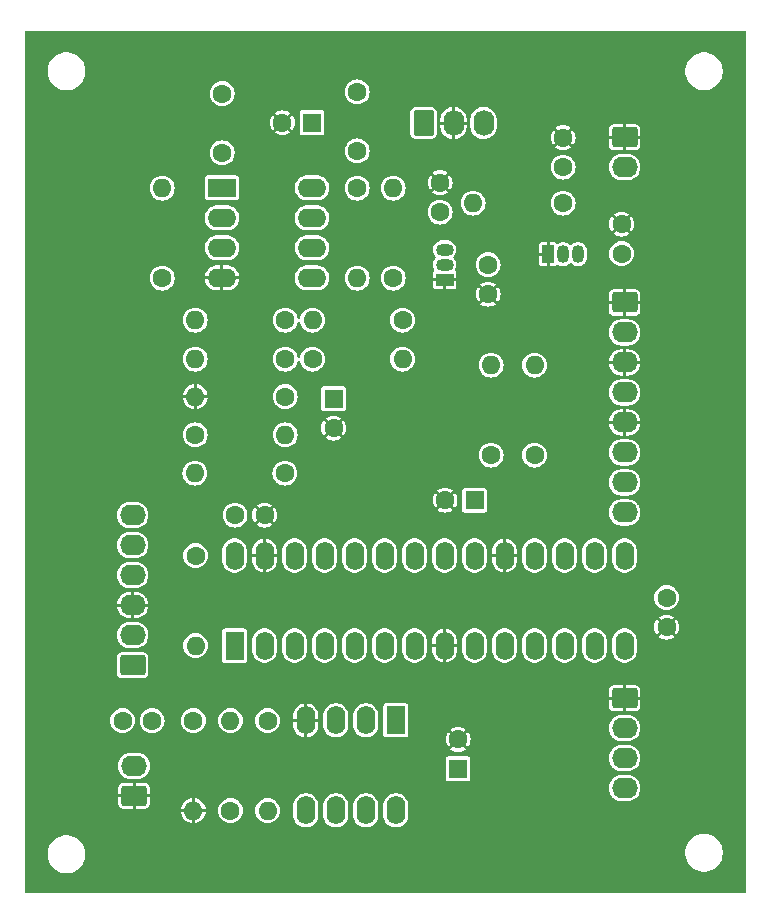
<source format=gtl>
%TF.GenerationSoftware,KiCad,Pcbnew,8.0.1*%
%TF.CreationDate,2024-06-15T11:09:31+01:00*%
%TF.ProjectId,MiniFilter3.2,4d696e69-4669-46c7-9465-72332e322e6b,rev?*%
%TF.SameCoordinates,Original*%
%TF.FileFunction,Copper,L1,Top*%
%TF.FilePolarity,Positive*%
%FSLAX46Y46*%
G04 Gerber Fmt 4.6, Leading zero omitted, Abs format (unit mm)*
G04 Created by KiCad (PCBNEW 8.0.1) date 2024-06-15 11:09:31*
%MOMM*%
%LPD*%
G01*
G04 APERTURE LIST*
G04 Aperture macros list*
%AMRoundRect*
0 Rectangle with rounded corners*
0 $1 Rounding radius*
0 $2 $3 $4 $5 $6 $7 $8 $9 X,Y pos of 4 corners*
0 Add a 4 corners polygon primitive as box body*
4,1,4,$2,$3,$4,$5,$6,$7,$8,$9,$2,$3,0*
0 Add four circle primitives for the rounded corners*
1,1,$1+$1,$2,$3*
1,1,$1+$1,$4,$5*
1,1,$1+$1,$6,$7*
1,1,$1+$1,$8,$9*
0 Add four rect primitives between the rounded corners*
20,1,$1+$1,$2,$3,$4,$5,0*
20,1,$1+$1,$4,$5,$6,$7,0*
20,1,$1+$1,$6,$7,$8,$9,0*
20,1,$1+$1,$8,$9,$2,$3,0*%
G04 Aperture macros list end*
%TA.AperFunction,ComponentPad*%
%ADD10R,2.400000X1.600000*%
%TD*%
%TA.AperFunction,ComponentPad*%
%ADD11O,2.400000X1.600000*%
%TD*%
%TA.AperFunction,ComponentPad*%
%ADD12C,1.600000*%
%TD*%
%TA.AperFunction,ComponentPad*%
%ADD13RoundRect,0.250000X-0.620000X-0.845000X0.620000X-0.845000X0.620000X0.845000X-0.620000X0.845000X0*%
%TD*%
%TA.AperFunction,ComponentPad*%
%ADD14O,1.740000X2.190000*%
%TD*%
%TA.AperFunction,ComponentPad*%
%ADD15O,1.600000X1.600000*%
%TD*%
%TA.AperFunction,ComponentPad*%
%ADD16RoundRect,0.250000X-0.845000X0.620000X-0.845000X-0.620000X0.845000X-0.620000X0.845000X0.620000X0*%
%TD*%
%TA.AperFunction,ComponentPad*%
%ADD17O,2.190000X1.740000*%
%TD*%
%TA.AperFunction,ComponentPad*%
%ADD18R,1.500000X1.050000*%
%TD*%
%TA.AperFunction,ComponentPad*%
%ADD19O,1.500000X1.050000*%
%TD*%
%TA.AperFunction,ComponentPad*%
%ADD20RoundRect,0.250000X0.845000X-0.620000X0.845000X0.620000X-0.845000X0.620000X-0.845000X-0.620000X0*%
%TD*%
%TA.AperFunction,ComponentPad*%
%ADD21R,1.600000X1.600000*%
%TD*%
%TA.AperFunction,ComponentPad*%
%ADD22R,1.600000X2.400000*%
%TD*%
%TA.AperFunction,ComponentPad*%
%ADD23O,1.600000X2.400000*%
%TD*%
%TA.AperFunction,ComponentPad*%
%ADD24R,1.050000X1.500000*%
%TD*%
%TA.AperFunction,ComponentPad*%
%ADD25O,1.050000X1.500000*%
%TD*%
G04 APERTURE END LIST*
D10*
%TO.P,IC5,1*%
%TO.N,Net-(C12-Pad1)*%
X148285200Y-77952600D03*
D11*
%TO.P,IC5,2,-*%
%TO.N,Net-(IC5A--)*%
X148285200Y-80492600D03*
%TO.P,IC5,3,+*%
%TO.N,Net-(IC5A-+)*%
X148285200Y-83032600D03*
%TO.P,IC5,4,V-*%
%TO.N,GND*%
X148285200Y-85572600D03*
%TO.P,IC5,5,+*%
%TO.N,Net-(IC5B-+)*%
X155905200Y-85572600D03*
%TO.P,IC5,6,-*%
%TO.N,Net-(IC5B--)*%
X155905200Y-83032600D03*
%TO.P,IC5,7*%
%TO.N,Net-(C11-Pad1)*%
X155905200Y-80492600D03*
%TO.P,IC5,8,V+*%
%TO.N,+3.3VA*%
X155905200Y-77952600D03*
%TD*%
D12*
%TO.P,C2,1*%
%TO.N,Net-(J1-Pin_2)*%
X139867000Y-123063000D03*
%TO.P,C2,2*%
%TO.N,Net-(IC1-+)*%
X142367000Y-123063000D03*
%TD*%
D13*
%TO.P,J6,1,Pin_1*%
%TO.N,Net-(J6-Pin_1)*%
X165354000Y-72466200D03*
D14*
%TO.P,J6,2,Pin_2*%
%TO.N,GND*%
X167894000Y-72466200D03*
%TO.P,J6,3,Pin_3*%
%TO.N,Net-(J6-Pin_3)*%
X170434000Y-72466200D03*
%TD*%
D12*
%TO.P,C6,1*%
%TO.N,+3.3VA*%
X166751000Y-80010000D03*
%TO.P,C6,2*%
%TO.N,GND*%
X166751000Y-77510000D03*
%TD*%
%TO.P,R11,1*%
%TO.N,VMID*%
X155956000Y-92456000D03*
D15*
%TO.P,R11,2*%
%TO.N,Net-(IC5B-+)*%
X163576000Y-92456000D03*
%TD*%
D12*
%TO.P,R12,1*%
%TO.N,VMID*%
X153644600Y-92456000D03*
D15*
%TO.P,R12,2*%
%TO.N,Net-(IC5A-+)*%
X146024600Y-92456000D03*
%TD*%
D12*
%TO.P,R10,1*%
%TO.N,Net-(IC4-AN9{slash}DAC1LN{slash}RP15{slash}CN11{slash}PMCS1{slash}RB15)*%
X153619200Y-102108000D03*
D15*
%TO.P,R10,2*%
%TO.N,Net-(IC5A--)*%
X145999200Y-102108000D03*
%TD*%
D12*
%TO.P,R7,1*%
%TO.N,Net-(IC4-AN12{slash}DAC1RP{slash}RP12{slash}CN14{slash}PMD0{slash}RB12)*%
X163576000Y-89154000D03*
D15*
%TO.P,R7,2*%
%TO.N,Net-(IC5B-+)*%
X155956000Y-89154000D03*
%TD*%
D12*
%TO.P,C12,1*%
%TO.N,Net-(C12-Pad1)*%
X148310600Y-74980800D03*
%TO.P,C12,2*%
%TO.N,Net-(J6-Pin_3)*%
X148310600Y-69980800D03*
%TD*%
D16*
%TO.P,J3,1,Pin_1*%
%TO.N,GND*%
X182372000Y-121158000D03*
D17*
%TO.P,J3,2,Pin_2*%
%TO.N,Net-(IC4-SOSCO{slash}T1CK{slash}CN0{slash}PMA1{slash}RA4)*%
X182372000Y-123698000D03*
%TO.P,J3,3,Pin_3*%
%TO.N,Net-(IC4-OSC2{slash}CLKO{slash}CN29{slash}PMA0{slash}RA3)*%
X182372000Y-126238000D03*
%TO.P,J3,4,Pin_4*%
%TO.N,Net-(IC4-OSC1{slash}CLKI{slash}CN30{slash}RA2)*%
X182372000Y-128778000D03*
%TD*%
D18*
%TO.P,IC3,1,GND*%
%TO.N,GND*%
X167132000Y-85725000D03*
D19*
%TO.P,IC3,2,VI*%
%TO.N,Net-(IC3-VI)*%
X167132000Y-84455000D03*
%TO.P,IC3,3,VO*%
%TO.N,+3.3VA*%
X167132000Y-83185000D03*
%TD*%
D20*
%TO.P,J1,1,Pin_1*%
%TO.N,GND*%
X140843000Y-129428000D03*
D17*
%TO.P,J1,2,Pin_2*%
%TO.N,Net-(J1-Pin_2)*%
X140843000Y-126888000D03*
%TD*%
D12*
%TO.P,R6,1*%
%TO.N,Net-(IC4-TDO{slash}SDA1{slash}RP9{slash}CN21{slash}PMD3{slash}RB9)*%
X174752000Y-100584000D03*
D15*
%TO.P,R6,2*%
%TO.N,Net-(J5-Pin_4)*%
X174752000Y-92964000D03*
%TD*%
D12*
%TO.P,R3,1*%
%TO.N,Net-(IC1-+)*%
X145857600Y-123063000D03*
D15*
%TO.P,R3,2*%
%TO.N,GND*%
X145857600Y-130683000D03*
%TD*%
D12*
%TO.P,R13,1*%
%TO.N,Net-(C11-Pad1)*%
X159740600Y-77978000D03*
D15*
%TO.P,R13,2*%
%TO.N,Net-(IC5B--)*%
X159740600Y-85598000D03*
%TD*%
D21*
%TO.P,C13,1*%
%TO.N,VMID*%
X157734000Y-95798000D03*
D12*
%TO.P,C13,2*%
%TO.N,GND*%
X157734000Y-98298000D03*
%TD*%
%TO.P,C4,1*%
%TO.N,Net-(IC3-VI)*%
X170815000Y-84455000D03*
%TO.P,C4,2*%
%TO.N,GND*%
X170815000Y-86955000D03*
%TD*%
%TO.P,R5,1*%
%TO.N,Net-(IC4-PGEC2{slash}TMS{slash}RP11{slash}CN15{slash}PMD1{slash}RB11)*%
X171069000Y-100584000D03*
D15*
%TO.P,R5,2*%
%TO.N,Net-(J5-Pin_2)*%
X171069000Y-92964000D03*
%TD*%
D12*
%TO.P,C3,1*%
%TO.N,Net-(IC2-VI)*%
X177165000Y-76200000D03*
%TO.P,C3,2*%
%TO.N,GND*%
X177165000Y-73700000D03*
%TD*%
%TO.P,R4,1*%
%TO.N,+3.3V*%
X146050000Y-109093000D03*
D15*
%TO.P,R4,2*%
%TO.N,MCLR*%
X146050000Y-116713000D03*
%TD*%
D12*
%TO.P,R14,1*%
%TO.N,Net-(IC5A--)*%
X143230600Y-85598000D03*
D15*
%TO.P,R14,2*%
%TO.N,Net-(C12-Pad1)*%
X143230600Y-77978000D03*
%TD*%
D16*
%TO.P,J2,1,Pin_1*%
%TO.N,GND*%
X182372000Y-73660000D03*
D17*
%TO.P,J2,2,Pin_2*%
%TO.N,Net-(IC2-VI)*%
X182372000Y-76200000D03*
%TD*%
D12*
%TO.P,R9,1*%
%TO.N,Net-(IC4-AN10{slash}DAC1LP{slash}RTCC{slash}RP14{slash}CN12{slash}PMWR{slash}RB14)*%
X153644600Y-89154000D03*
D15*
%TO.P,R9,2*%
%TO.N,Net-(IC5A-+)*%
X146024600Y-89154000D03*
%TD*%
D21*
%TO.P,C10,1*%
%TO.N,+3.3VA*%
X155905200Y-72440800D03*
D12*
%TO.P,C10,2*%
%TO.N,GND*%
X153405200Y-72440800D03*
%TD*%
D21*
%TO.P,C1,1*%
%TO.N,Net-(IC1-V+)*%
X168275000Y-127142000D03*
D12*
%TO.P,C1,2*%
%TO.N,GND*%
X168275000Y-124642000D03*
%TD*%
%TO.P,R8,1*%
%TO.N,Net-(IC4-AN11{slash}DAC1RN{slash}RP13{slash}CN13{slash}PMRD{slash}RB13)*%
X162788600Y-85598000D03*
D15*
%TO.P,R8,2*%
%TO.N,Net-(IC5B--)*%
X162788600Y-77978000D03*
%TD*%
D12*
%TO.P,R1,1*%
%TO.N,+3.3VA*%
X152146000Y-123063000D03*
D15*
%TO.P,R1,2*%
%TO.N,Net-(IC1-V+)*%
X152146000Y-130683000D03*
%TD*%
D22*
%TO.P,IC4,1,~{MCLR}*%
%TO.N,MCLR*%
X149352000Y-116713000D03*
D23*
%TO.P,IC4,2,AN0/VREF+/CN2/RA0*%
%TO.N,unconnected-(IC4-AN0{slash}VREF+{slash}CN2{slash}RA0-Pad2)*%
X151892000Y-116713000D03*
%TO.P,IC4,3,AN1/VREF-/CN3/RA1*%
%TO.N,Net-(IC1--)*%
X154432000Y-116713000D03*
%TO.P,IC4,4,PGED1/AN2/C2IN-/RP0/CN4/RB0*%
%TO.N,PGED1*%
X156972000Y-116713000D03*
%TO.P,IC4,5,PGEC1/AN3/C2IN+/RP1/CN5/RB1*%
%TO.N,PGEC1*%
X159512000Y-116713000D03*
%TO.P,IC4,6,AN4/C1IN-/RP2/CN6/RB2*%
%TO.N,unconnected-(IC4-AN4{slash}C1IN-{slash}RP2{slash}CN6{slash}RB2-Pad6)*%
X162052000Y-116713000D03*
%TO.P,IC4,7,AN5/C1IN+/RP3/CN7/RB3*%
%TO.N,unconnected-(IC4-AN5{slash}C1IN+{slash}RP3{slash}CN7{slash}RB3-Pad7)*%
X164592000Y-116713000D03*
%TO.P,IC4,8,VSS*%
%TO.N,GND*%
X167132000Y-116713000D03*
%TO.P,IC4,9,OSC1/CLKI/CN30/RA2*%
%TO.N,Net-(IC4-OSC1{slash}CLKI{slash}CN30{slash}RA2)*%
X169672000Y-116713000D03*
%TO.P,IC4,10,OSC2/CLKO/CN29/PMA0/RA3*%
%TO.N,Net-(IC4-OSC2{slash}CLKO{slash}CN29{slash}PMA0{slash}RA3)*%
X172212000Y-116713000D03*
%TO.P,IC4,11,SOSCI/RP4/CN1/PMBE/RB4*%
%TO.N,unconnected-(IC4-SOSCI{slash}RP4{slash}CN1{slash}PMBE{slash}RB4-Pad11)*%
X174752000Y-116713000D03*
%TO.P,IC4,12,SOSCO/T1CK/CN0/PMA1/RA4*%
%TO.N,Net-(IC4-SOSCO{slash}T1CK{slash}CN0{slash}PMA1{slash}RA4)*%
X177292000Y-116713000D03*
%TO.P,IC4,13,VDD*%
%TO.N,+3.3V*%
X179832000Y-116713000D03*
%TO.P,IC4,14,PGED3/ASDA1/RP5/CN27/PMD7/RB5*%
%TO.N,unconnected-(IC4-PGED3{slash}ASDA1{slash}RP5{slash}CN27{slash}PMD7{slash}RB5-Pad14)*%
X182372000Y-116713000D03*
%TO.P,IC4,15,PGEC3/ASCL1/RP6/CN24/PMD6/RB6*%
%TO.N,Net-(IC4-PGEC3{slash}ASCL1{slash}RP6{slash}CN24{slash}PMD6{slash}RB6)*%
X182372000Y-109093000D03*
%TO.P,IC4,16,INT0/RP7/CN23/PMD5/RB7*%
%TO.N,Net-(IC4-INT0{slash}RP7{slash}CN23{slash}PMD5{slash}RB7)*%
X179832000Y-109093000D03*
%TO.P,IC4,17,TCK/SCL1/RP8/CN22/PMD4/RB8*%
%TO.N,Net-(IC4-TCK{slash}SCL1{slash}RP8{slash}CN22{slash}PMD4{slash}RB8)*%
X177292000Y-109093000D03*
%TO.P,IC4,18,TDO/SDA1/RP9/CN21/PMD3/RB9*%
%TO.N,Net-(IC4-TDO{slash}SDA1{slash}RP9{slash}CN21{slash}PMD3{slash}RB9)*%
X174752000Y-109093000D03*
%TO.P,IC4,19,VSS*%
%TO.N,GND*%
X172212000Y-109093000D03*
%TO.P,IC4,20,VCAP*%
%TO.N,Net-(IC4-VCAP)*%
X169672000Y-109093000D03*
%TO.P,IC4,21,PGED2/TDI/RP10/CN16/PMD2/RB10*%
%TO.N,unconnected-(IC4-PGED2{slash}TDI{slash}RP10{slash}CN16{slash}PMD2{slash}RB10-Pad21)*%
X167132000Y-109093000D03*
%TO.P,IC4,22,PGEC2/TMS/RP11/CN15/PMD1/RB11*%
%TO.N,Net-(IC4-PGEC2{slash}TMS{slash}RP11{slash}CN15{slash}PMD1{slash}RB11)*%
X164592000Y-109093000D03*
%TO.P,IC4,23,AN12/DAC1RP/RP12/CN14/PMD0/RB12*%
%TO.N,Net-(IC4-AN12{slash}DAC1RP{slash}RP12{slash}CN14{slash}PMD0{slash}RB12)*%
X162052000Y-109093000D03*
%TO.P,IC4,24,AN11/DAC1RN/RP13/CN13/PMRD/RB13*%
%TO.N,Net-(IC4-AN11{slash}DAC1RN{slash}RP13{slash}CN13{slash}PMRD{slash}RB13)*%
X159512000Y-109093000D03*
%TO.P,IC4,25,AN10/DAC1LP/RTCC/RP14/CN12/PMWR/RB14*%
%TO.N,Net-(IC4-AN10{slash}DAC1LP{slash}RTCC{slash}RP14{slash}CN12{slash}PMWR{slash}RB14)*%
X156972000Y-109093000D03*
%TO.P,IC4,26,AN9/DAC1LN/RP15/CN11/PMCS1/RB15*%
%TO.N,Net-(IC4-AN9{slash}DAC1LN{slash}RP15{slash}CN11{slash}PMCS1{slash}RB15)*%
X154432000Y-109093000D03*
%TO.P,IC4,27,AVSS*%
%TO.N,GND*%
X151892000Y-109093000D03*
%TO.P,IC4,28,AVDD*%
%TO.N,+3.3VA*%
X149352000Y-109093000D03*
%TD*%
D12*
%TO.P,R16,1*%
%TO.N,VMID*%
X153644600Y-95631000D03*
D15*
%TO.P,R16,2*%
%TO.N,GND*%
X146024600Y-95631000D03*
%TD*%
D12*
%TO.P,C11,1*%
%TO.N,Net-(C11-Pad1)*%
X159740600Y-74828400D03*
%TO.P,C11,2*%
%TO.N,Net-(J6-Pin_1)*%
X159740600Y-69828400D03*
%TD*%
%TO.P,C7,1*%
%TO.N,GND*%
X185928000Y-115149000D03*
%TO.P,C7,2*%
%TO.N,+3.3V*%
X185928000Y-112649000D03*
%TD*%
D16*
%TO.P,J5,1,Pin_1*%
%TO.N,GND*%
X182372000Y-87655400D03*
D17*
%TO.P,J5,2,Pin_2*%
%TO.N,Net-(J5-Pin_2)*%
X182372000Y-90195400D03*
%TO.P,J5,3,Pin_3*%
%TO.N,GND*%
X182372000Y-92735400D03*
%TO.P,J5,4,Pin_4*%
%TO.N,Net-(J5-Pin_4)*%
X182372000Y-95275400D03*
%TO.P,J5,5,Pin_5*%
%TO.N,GND*%
X182372000Y-97815400D03*
%TO.P,J5,6,Pin_6*%
%TO.N,Net-(IC4-TCK{slash}SCL1{slash}RP8{slash}CN22{slash}PMD4{slash}RB8)*%
X182372000Y-100355400D03*
%TO.P,J5,7,Pin_7*%
%TO.N,Net-(IC4-INT0{slash}RP7{slash}CN23{slash}PMD5{slash}RB7)*%
X182372000Y-102895400D03*
%TO.P,J5,8,Pin_8*%
%TO.N,Net-(IC4-PGEC3{slash}ASCL1{slash}RP6{slash}CN24{slash}PMD6{slash}RB6)*%
X182372000Y-105435400D03*
%TD*%
D12*
%TO.P,C9,1*%
%TO.N,+3.3VA*%
X149392000Y-105664000D03*
%TO.P,C9,2*%
%TO.N,GND*%
X151892000Y-105664000D03*
%TD*%
D21*
%TO.P,C8,1*%
%TO.N,Net-(IC4-VCAP)*%
X169672000Y-104394000D03*
D12*
%TO.P,C8,2*%
%TO.N,GND*%
X167172000Y-104394000D03*
%TD*%
%TO.P,L1,1*%
%TO.N,Net-(IC2-VI)*%
X177165000Y-79248000D03*
D15*
%TO.P,L1,2*%
%TO.N,Net-(IC3-VI)*%
X169545000Y-79248000D03*
%TD*%
D20*
%TO.P,J4,1,Pin_1*%
%TO.N,MCLR*%
X140716000Y-118364000D03*
D17*
%TO.P,J4,2,Pin_2*%
%TO.N,+3.3V*%
X140716000Y-115824000D03*
%TO.P,J4,3,Pin_3*%
%TO.N,GND*%
X140716000Y-113284000D03*
%TO.P,J4,4,Pin_4*%
%TO.N,PGED1*%
X140716000Y-110744000D03*
%TO.P,J4,5,Pin_5*%
%TO.N,PGEC1*%
X140716000Y-108204000D03*
%TO.P,J4,6,Pin_6*%
%TO.N,unconnected-(J4-Pin_6-Pad6)*%
X140716000Y-105664000D03*
%TD*%
D12*
%TO.P,R15,1*%
%TO.N,+3.3VA*%
X146024600Y-98856800D03*
D15*
%TO.P,R15,2*%
%TO.N,VMID*%
X153644600Y-98856800D03*
%TD*%
D12*
%TO.P,R2,1*%
%TO.N,Net-(IC1-V+)*%
X149007200Y-130683000D03*
D15*
%TO.P,R2,2*%
%TO.N,Net-(IC1-+)*%
X149007200Y-123063000D03*
%TD*%
D22*
%TO.P,IC1,1,NC*%
%TO.N,unconnected-(IC1-NC-Pad1)*%
X163002600Y-123027200D03*
D23*
%TO.P,IC1,2,-*%
%TO.N,Net-(IC1--)*%
X160462600Y-123027200D03*
%TO.P,IC1,3,+*%
%TO.N,Net-(IC1-+)*%
X157922600Y-123027200D03*
%TO.P,IC1,4,V-*%
%TO.N,GND*%
X155382600Y-123027200D03*
%TO.P,IC1,5,NC*%
%TO.N,unconnected-(IC1-NC-Pad5)*%
X155382600Y-130647200D03*
%TO.P,IC1,6*%
%TO.N,Net-(IC1--)*%
X157922600Y-130647200D03*
%TO.P,IC1,7,V+*%
%TO.N,Net-(IC1-V+)*%
X160462600Y-130647200D03*
%TO.P,IC1,8,NC*%
%TO.N,unconnected-(IC1-NC-Pad8)*%
X163002600Y-130647200D03*
%TD*%
D12*
%TO.P,C5,1*%
%TO.N,+3.3V*%
X182118000Y-83526000D03*
%TO.P,C5,2*%
%TO.N,GND*%
X182118000Y-81026000D03*
%TD*%
D24*
%TO.P,IC2,1,GND*%
%TO.N,GND*%
X175895000Y-83566000D03*
D25*
%TO.P,IC2,2,VI*%
%TO.N,Net-(IC2-VI)*%
X177165000Y-83566000D03*
%TO.P,IC2,3,VO*%
%TO.N,+3.3V*%
X178435000Y-83566000D03*
%TD*%
%TA.AperFunction,Conductor*%
%TO.N,GND*%
G36*
X192602039Y-64662685D02*
G01*
X192647794Y-64715489D01*
X192659000Y-64767000D01*
X192659000Y-137544000D01*
X192639315Y-137611039D01*
X192586511Y-137656794D01*
X192535000Y-137668000D01*
X131696000Y-137668000D01*
X131628961Y-137648315D01*
X131583206Y-137595511D01*
X131572000Y-137544000D01*
X131572000Y-134491961D01*
X133527500Y-134491961D01*
X133566910Y-134740785D01*
X133644760Y-134980383D01*
X133759132Y-135204848D01*
X133907201Y-135408649D01*
X133907205Y-135408654D01*
X134085345Y-135586794D01*
X134085350Y-135586798D01*
X134263117Y-135715952D01*
X134289155Y-135734870D01*
X134417155Y-135800089D01*
X134513616Y-135849239D01*
X134513618Y-135849239D01*
X134513621Y-135849241D01*
X134753215Y-135927090D01*
X135002038Y-135966500D01*
X135002039Y-135966500D01*
X135253961Y-135966500D01*
X135253962Y-135966500D01*
X135502785Y-135927090D01*
X135742379Y-135849241D01*
X135966845Y-135734870D01*
X136170656Y-135586793D01*
X136348793Y-135408656D01*
X136496870Y-135204845D01*
X136611241Y-134980379D01*
X136689090Y-134740785D01*
X136728500Y-134491962D01*
X136728500Y-134364961D01*
X187502500Y-134364961D01*
X187541910Y-134613785D01*
X187619760Y-134853383D01*
X187734132Y-135077848D01*
X187882201Y-135281649D01*
X187882205Y-135281654D01*
X188060345Y-135459794D01*
X188060350Y-135459798D01*
X188235145Y-135586793D01*
X188264155Y-135607870D01*
X188407184Y-135680747D01*
X188488616Y-135722239D01*
X188488618Y-135722239D01*
X188488621Y-135722241D01*
X188728215Y-135800090D01*
X188977038Y-135839500D01*
X188977039Y-135839500D01*
X189228961Y-135839500D01*
X189228962Y-135839500D01*
X189477785Y-135800090D01*
X189717379Y-135722241D01*
X189941845Y-135607870D01*
X190145656Y-135459793D01*
X190323793Y-135281656D01*
X190471870Y-135077845D01*
X190586241Y-134853379D01*
X190664090Y-134613785D01*
X190703500Y-134364962D01*
X190703500Y-134113038D01*
X190664090Y-133864215D01*
X190586241Y-133624621D01*
X190586239Y-133624618D01*
X190586239Y-133624616D01*
X190536578Y-133527151D01*
X190471870Y-133400155D01*
X190416068Y-133323350D01*
X190323798Y-133196350D01*
X190323794Y-133196345D01*
X190145654Y-133018205D01*
X190145649Y-133018201D01*
X189941848Y-132870132D01*
X189941847Y-132870131D01*
X189941845Y-132870130D01*
X189871747Y-132834413D01*
X189717383Y-132755760D01*
X189477785Y-132677910D01*
X189228962Y-132638500D01*
X188977038Y-132638500D01*
X188852626Y-132658205D01*
X188728214Y-132677910D01*
X188488616Y-132755760D01*
X188264151Y-132870132D01*
X188060350Y-133018201D01*
X188060345Y-133018205D01*
X187882205Y-133196345D01*
X187882201Y-133196350D01*
X187734132Y-133400151D01*
X187619760Y-133624616D01*
X187541910Y-133864214D01*
X187502500Y-134113038D01*
X187502500Y-134364961D01*
X136728500Y-134364961D01*
X136728500Y-134240038D01*
X136689090Y-133991215D01*
X136611241Y-133751621D01*
X136611239Y-133751618D01*
X136611239Y-133751616D01*
X136546531Y-133624621D01*
X136496870Y-133527155D01*
X136477952Y-133501117D01*
X136348798Y-133323350D01*
X136348794Y-133323345D01*
X136170654Y-133145205D01*
X136170649Y-133145201D01*
X135966848Y-132997132D01*
X135966847Y-132997131D01*
X135966845Y-132997130D01*
X135896747Y-132961413D01*
X135742383Y-132882760D01*
X135502785Y-132804910D01*
X135253962Y-132765500D01*
X135002038Y-132765500D01*
X134877626Y-132785205D01*
X134753214Y-132804910D01*
X134513616Y-132882760D01*
X134289151Y-132997132D01*
X134085350Y-133145201D01*
X134085345Y-133145205D01*
X133907205Y-133323345D01*
X133907201Y-133323350D01*
X133759132Y-133527151D01*
X133644760Y-133751616D01*
X133566910Y-133991214D01*
X133527500Y-134240038D01*
X133527500Y-134491961D01*
X131572000Y-134491961D01*
X131572000Y-130558000D01*
X144814829Y-130558000D01*
X145476983Y-130558000D01*
X145457600Y-130630339D01*
X145457600Y-130735661D01*
X145476983Y-130808000D01*
X144814830Y-130808000D01*
X144822791Y-130888834D01*
X144882833Y-131086766D01*
X144980328Y-131269166D01*
X144980332Y-131269173D01*
X145111544Y-131429055D01*
X145271426Y-131560267D01*
X145271433Y-131560271D01*
X145453833Y-131657766D01*
X145651765Y-131717808D01*
X145732599Y-131725769D01*
X145732600Y-131725768D01*
X145732600Y-131063617D01*
X145804939Y-131083000D01*
X145910261Y-131083000D01*
X145982600Y-131063617D01*
X145982600Y-131725769D01*
X146063434Y-131717808D01*
X146261366Y-131657766D01*
X146443766Y-131560271D01*
X146443773Y-131560267D01*
X146603655Y-131429055D01*
X146734867Y-131269173D01*
X146734871Y-131269166D01*
X146832366Y-131086766D01*
X146892408Y-130888834D01*
X146900370Y-130808000D01*
X146238217Y-130808000D01*
X146257600Y-130735661D01*
X146257600Y-130683000D01*
X147951617Y-130683000D01*
X147971899Y-130888932D01*
X147971900Y-130888934D01*
X148031968Y-131086954D01*
X148129515Y-131269450D01*
X148129517Y-131269452D01*
X148260789Y-131429410D01*
X148357409Y-131508702D01*
X148420750Y-131560685D01*
X148603246Y-131658232D01*
X148801266Y-131718300D01*
X148801265Y-131718300D01*
X148819729Y-131720118D01*
X149007200Y-131738583D01*
X149213134Y-131718300D01*
X149411154Y-131658232D01*
X149593650Y-131560685D01*
X149753610Y-131429410D01*
X149884885Y-131269450D01*
X149982432Y-131086954D01*
X150042500Y-130888934D01*
X150062783Y-130683000D01*
X151090417Y-130683000D01*
X151110699Y-130888932D01*
X151110700Y-130888934D01*
X151170768Y-131086954D01*
X151268315Y-131269450D01*
X151268317Y-131269452D01*
X151399589Y-131429410D01*
X151496209Y-131508702D01*
X151559550Y-131560685D01*
X151742046Y-131658232D01*
X151940066Y-131718300D01*
X151940065Y-131718300D01*
X151958529Y-131720118D01*
X152146000Y-131738583D01*
X152351934Y-131718300D01*
X152549954Y-131658232D01*
X152732450Y-131560685D01*
X152892410Y-131429410D01*
X153023685Y-131269450D01*
X153087175Y-131150669D01*
X154332100Y-131150669D01*
X154372468Y-131353612D01*
X154372470Y-131353620D01*
X154451659Y-131544798D01*
X154509141Y-131630826D01*
X154566624Y-131716857D01*
X154712942Y-131863175D01*
X154712945Y-131863177D01*
X154885002Y-131978141D01*
X155076180Y-132057330D01*
X155279130Y-132097699D01*
X155279134Y-132097700D01*
X155279135Y-132097700D01*
X155486066Y-132097700D01*
X155486067Y-132097699D01*
X155689020Y-132057330D01*
X155880198Y-131978141D01*
X156052255Y-131863177D01*
X156198577Y-131716855D01*
X156313541Y-131544798D01*
X156392730Y-131353620D01*
X156433099Y-131150669D01*
X156872100Y-131150669D01*
X156912468Y-131353612D01*
X156912470Y-131353620D01*
X156991659Y-131544798D01*
X157049141Y-131630826D01*
X157106624Y-131716857D01*
X157252942Y-131863175D01*
X157252945Y-131863177D01*
X157425002Y-131978141D01*
X157616180Y-132057330D01*
X157819130Y-132097699D01*
X157819134Y-132097700D01*
X157819135Y-132097700D01*
X158026066Y-132097700D01*
X158026067Y-132097699D01*
X158229020Y-132057330D01*
X158420198Y-131978141D01*
X158592255Y-131863177D01*
X158738577Y-131716855D01*
X158853541Y-131544798D01*
X158932730Y-131353620D01*
X158973099Y-131150669D01*
X159412100Y-131150669D01*
X159452468Y-131353612D01*
X159452470Y-131353620D01*
X159531659Y-131544798D01*
X159589141Y-131630826D01*
X159646624Y-131716857D01*
X159792942Y-131863175D01*
X159792945Y-131863177D01*
X159965002Y-131978141D01*
X160156180Y-132057330D01*
X160359130Y-132097699D01*
X160359134Y-132097700D01*
X160359135Y-132097700D01*
X160566066Y-132097700D01*
X160566067Y-132097699D01*
X160769020Y-132057330D01*
X160960198Y-131978141D01*
X161132255Y-131863177D01*
X161278577Y-131716855D01*
X161393541Y-131544798D01*
X161472730Y-131353620D01*
X161513099Y-131150669D01*
X161952100Y-131150669D01*
X161992468Y-131353612D01*
X161992470Y-131353620D01*
X162071659Y-131544798D01*
X162129141Y-131630826D01*
X162186624Y-131716857D01*
X162332942Y-131863175D01*
X162332945Y-131863177D01*
X162505002Y-131978141D01*
X162696180Y-132057330D01*
X162899130Y-132097699D01*
X162899134Y-132097700D01*
X162899135Y-132097700D01*
X163106066Y-132097700D01*
X163106067Y-132097699D01*
X163309020Y-132057330D01*
X163500198Y-131978141D01*
X163672255Y-131863177D01*
X163818577Y-131716855D01*
X163933541Y-131544798D01*
X164012730Y-131353620D01*
X164053100Y-131150665D01*
X164053100Y-130143735D01*
X164012730Y-129940780D01*
X163933541Y-129749602D01*
X163818577Y-129577545D01*
X163818575Y-129577542D01*
X163672257Y-129431224D01*
X163550197Y-129349667D01*
X163500198Y-129316259D01*
X163309020Y-129237070D01*
X163309012Y-129237068D01*
X163106069Y-129196700D01*
X163106065Y-129196700D01*
X162899135Y-129196700D01*
X162899130Y-129196700D01*
X162696187Y-129237068D01*
X162696179Y-129237070D01*
X162505003Y-129316258D01*
X162332942Y-129431224D01*
X162186624Y-129577542D01*
X162071658Y-129749603D01*
X161992470Y-129940779D01*
X161992468Y-129940787D01*
X161952100Y-130143730D01*
X161952100Y-131150669D01*
X161513099Y-131150669D01*
X161513100Y-131150665D01*
X161513100Y-130143735D01*
X161472730Y-129940780D01*
X161393541Y-129749602D01*
X161278577Y-129577545D01*
X161278575Y-129577542D01*
X161132257Y-129431224D01*
X161010197Y-129349667D01*
X160960198Y-129316259D01*
X160769020Y-129237070D01*
X160769012Y-129237068D01*
X160566069Y-129196700D01*
X160566065Y-129196700D01*
X160359135Y-129196700D01*
X160359130Y-129196700D01*
X160156187Y-129237068D01*
X160156179Y-129237070D01*
X159965003Y-129316258D01*
X159792942Y-129431224D01*
X159646624Y-129577542D01*
X159531658Y-129749603D01*
X159452470Y-129940779D01*
X159452468Y-129940787D01*
X159412100Y-130143730D01*
X159412100Y-131150669D01*
X158973099Y-131150669D01*
X158973100Y-131150665D01*
X158973100Y-130143735D01*
X158932730Y-129940780D01*
X158853541Y-129749602D01*
X158738577Y-129577545D01*
X158738575Y-129577542D01*
X158592257Y-129431224D01*
X158470197Y-129349667D01*
X158420198Y-129316259D01*
X158229020Y-129237070D01*
X158229012Y-129237068D01*
X158026069Y-129196700D01*
X158026065Y-129196700D01*
X157819135Y-129196700D01*
X157819130Y-129196700D01*
X157616187Y-129237068D01*
X157616179Y-129237070D01*
X157425003Y-129316258D01*
X157252942Y-129431224D01*
X157106624Y-129577542D01*
X156991658Y-129749603D01*
X156912470Y-129940779D01*
X156912468Y-129940787D01*
X156872100Y-130143730D01*
X156872100Y-131150669D01*
X156433099Y-131150669D01*
X156433100Y-131150665D01*
X156433100Y-130143735D01*
X156392730Y-129940780D01*
X156313541Y-129749602D01*
X156198577Y-129577545D01*
X156198575Y-129577542D01*
X156052257Y-129431224D01*
X155930197Y-129349667D01*
X155880198Y-129316259D01*
X155689020Y-129237070D01*
X155689012Y-129237068D01*
X155486069Y-129196700D01*
X155486065Y-129196700D01*
X155279135Y-129196700D01*
X155279130Y-129196700D01*
X155076187Y-129237068D01*
X155076179Y-129237070D01*
X154885003Y-129316258D01*
X154712942Y-129431224D01*
X154566624Y-129577542D01*
X154451658Y-129749603D01*
X154372470Y-129940779D01*
X154372468Y-129940787D01*
X154332100Y-130143730D01*
X154332100Y-131150669D01*
X153087175Y-131150669D01*
X153121232Y-131086954D01*
X153181300Y-130888934D01*
X153201583Y-130683000D01*
X153181300Y-130477066D01*
X153121232Y-130279046D01*
X153023685Y-130096550D01*
X152971702Y-130033209D01*
X152892410Y-129936589D01*
X152745967Y-129816408D01*
X152732450Y-129805315D01*
X152549954Y-129707768D01*
X152351934Y-129647700D01*
X152351932Y-129647699D01*
X152351934Y-129647699D01*
X152146000Y-129627417D01*
X151940067Y-129647699D01*
X151742043Y-129707769D01*
X151663779Y-129749603D01*
X151559550Y-129805315D01*
X151559548Y-129805316D01*
X151559547Y-129805317D01*
X151399589Y-129936589D01*
X151268908Y-130095827D01*
X151268315Y-130096550D01*
X151243094Y-130143735D01*
X151170769Y-130279043D01*
X151110699Y-130477067D01*
X151090417Y-130683000D01*
X150062783Y-130683000D01*
X150042500Y-130477066D01*
X149982432Y-130279046D01*
X149884885Y-130096550D01*
X149832902Y-130033209D01*
X149753610Y-129936589D01*
X149607167Y-129816408D01*
X149593650Y-129805315D01*
X149411154Y-129707768D01*
X149213134Y-129647700D01*
X149213132Y-129647699D01*
X149213134Y-129647699D01*
X149007200Y-129627417D01*
X148801267Y-129647699D01*
X148603243Y-129707769D01*
X148524979Y-129749603D01*
X148420750Y-129805315D01*
X148420748Y-129805316D01*
X148420747Y-129805317D01*
X148260789Y-129936589D01*
X148130108Y-130095827D01*
X148129515Y-130096550D01*
X148104294Y-130143735D01*
X148031969Y-130279043D01*
X147971899Y-130477067D01*
X147951617Y-130683000D01*
X146257600Y-130683000D01*
X146257600Y-130630339D01*
X146238217Y-130558000D01*
X146900370Y-130558000D01*
X146892408Y-130477165D01*
X146832366Y-130279233D01*
X146734871Y-130096833D01*
X146734867Y-130096826D01*
X146603655Y-129936944D01*
X146443773Y-129805732D01*
X146443766Y-129805728D01*
X146261366Y-129708233D01*
X146063434Y-129648191D01*
X145982600Y-129640229D01*
X145982600Y-130302382D01*
X145910261Y-130283000D01*
X145804939Y-130283000D01*
X145732600Y-130302382D01*
X145732600Y-129640229D01*
X145651765Y-129648191D01*
X145453833Y-129708233D01*
X145271433Y-129805728D01*
X145271426Y-129805732D01*
X145111544Y-129936944D01*
X144980332Y-130096826D01*
X144980328Y-130096833D01*
X144882833Y-130279233D01*
X144822791Y-130477165D01*
X144814829Y-130558000D01*
X131572000Y-130558000D01*
X131572000Y-130095844D01*
X139498000Y-130095844D01*
X139504401Y-130155372D01*
X139504403Y-130155379D01*
X139554645Y-130290086D01*
X139554649Y-130290093D01*
X139640809Y-130405187D01*
X139640812Y-130405190D01*
X139755906Y-130491350D01*
X139755913Y-130491354D01*
X139890620Y-130541596D01*
X139890627Y-130541598D01*
X139950155Y-130547999D01*
X139950172Y-130548000D01*
X140718000Y-130548000D01*
X140718000Y-130010495D01*
X140764667Y-130023000D01*
X140921333Y-130023000D01*
X140968000Y-130010495D01*
X140968000Y-130548000D01*
X141735828Y-130548000D01*
X141735844Y-130547999D01*
X141795372Y-130541598D01*
X141795379Y-130541596D01*
X141930086Y-130491354D01*
X141930093Y-130491350D01*
X142045187Y-130405190D01*
X142045190Y-130405187D01*
X142131350Y-130290093D01*
X142131354Y-130290086D01*
X142181596Y-130155379D01*
X142181598Y-130155372D01*
X142187999Y-130095844D01*
X142188000Y-130095827D01*
X142188000Y-129553000D01*
X141425496Y-129553000D01*
X141438000Y-129506333D01*
X141438000Y-129349667D01*
X141425496Y-129303000D01*
X142188000Y-129303000D01*
X142188000Y-128866190D01*
X181026500Y-128866190D01*
X181054089Y-129040384D01*
X181108593Y-129208127D01*
X181180712Y-129349667D01*
X181188662Y-129365270D01*
X181292330Y-129507957D01*
X181417043Y-129632670D01*
X181559730Y-129736338D01*
X181633975Y-129774167D01*
X181716872Y-129816406D01*
X181716874Y-129816406D01*
X181716877Y-129816408D01*
X181806788Y-129845622D01*
X181884615Y-129870910D01*
X182058810Y-129898500D01*
X182058815Y-129898500D01*
X182685190Y-129898500D01*
X182859384Y-129870910D01*
X183027123Y-129816408D01*
X183184270Y-129736338D01*
X183326957Y-129632670D01*
X183451670Y-129507957D01*
X183555338Y-129365270D01*
X183635408Y-129208123D01*
X183689910Y-129040384D01*
X183717500Y-128866190D01*
X183717500Y-128689809D01*
X183689910Y-128515615D01*
X183664622Y-128437788D01*
X183635408Y-128347877D01*
X183635406Y-128347874D01*
X183635406Y-128347872D01*
X183593167Y-128264975D01*
X183555338Y-128190730D01*
X183451670Y-128048043D01*
X183326957Y-127923330D01*
X183184270Y-127819662D01*
X183027127Y-127739593D01*
X182859384Y-127685089D01*
X182685190Y-127657500D01*
X182685185Y-127657500D01*
X182058815Y-127657500D01*
X182058810Y-127657500D01*
X181884615Y-127685089D01*
X181716872Y-127739593D01*
X181559729Y-127819662D01*
X181417040Y-127923332D01*
X181292332Y-128048040D01*
X181188662Y-128190729D01*
X181108593Y-128347872D01*
X181054089Y-128515615D01*
X181026500Y-128689809D01*
X181026500Y-128866190D01*
X142188000Y-128866190D01*
X142188000Y-128760172D01*
X142187999Y-128760155D01*
X142181598Y-128700627D01*
X142181596Y-128700620D01*
X142131354Y-128565913D01*
X142131350Y-128565906D01*
X142045190Y-128450812D01*
X142045187Y-128450809D01*
X141930093Y-128364649D01*
X141930086Y-128364645D01*
X141795379Y-128314403D01*
X141795372Y-128314401D01*
X141735844Y-128308000D01*
X140968000Y-128308000D01*
X140968000Y-128845504D01*
X140921333Y-128833000D01*
X140764667Y-128833000D01*
X140718000Y-128845504D01*
X140718000Y-128308000D01*
X139950155Y-128308000D01*
X139890627Y-128314401D01*
X139890620Y-128314403D01*
X139755913Y-128364645D01*
X139755906Y-128364649D01*
X139640812Y-128450809D01*
X139640809Y-128450812D01*
X139554649Y-128565906D01*
X139554645Y-128565913D01*
X139504403Y-128700620D01*
X139504401Y-128700627D01*
X139498000Y-128760155D01*
X139498000Y-129303000D01*
X140260504Y-129303000D01*
X140248000Y-129349667D01*
X140248000Y-129506333D01*
X140260504Y-129553000D01*
X139498000Y-129553000D01*
X139498000Y-130095844D01*
X131572000Y-130095844D01*
X131572000Y-126976190D01*
X139497500Y-126976190D01*
X139525089Y-127150384D01*
X139579593Y-127318127D01*
X139659662Y-127475270D01*
X139763330Y-127617957D01*
X139888043Y-127742670D01*
X140030730Y-127846338D01*
X140104975Y-127884167D01*
X140187872Y-127926406D01*
X140187874Y-127926406D01*
X140187877Y-127926408D01*
X140277788Y-127955622D01*
X140355615Y-127980910D01*
X140529810Y-128008500D01*
X140529815Y-128008500D01*
X141156190Y-128008500D01*
X141330384Y-127980910D01*
X141374185Y-127966678D01*
X167224500Y-127966678D01*
X167239032Y-128039735D01*
X167239033Y-128039739D01*
X167239034Y-128039740D01*
X167294399Y-128122601D01*
X167377260Y-128177966D01*
X167377264Y-128177967D01*
X167450321Y-128192499D01*
X167450324Y-128192500D01*
X167450326Y-128192500D01*
X169099676Y-128192500D01*
X169099677Y-128192499D01*
X169172740Y-128177966D01*
X169255601Y-128122601D01*
X169310966Y-128039740D01*
X169325500Y-127966674D01*
X169325500Y-126326190D01*
X181026500Y-126326190D01*
X181054089Y-126500384D01*
X181108593Y-126668127D01*
X181175689Y-126799809D01*
X181188662Y-126825270D01*
X181292330Y-126967957D01*
X181417043Y-127092670D01*
X181559730Y-127196338D01*
X181633975Y-127234167D01*
X181716872Y-127276406D01*
X181716874Y-127276406D01*
X181716877Y-127276408D01*
X181806788Y-127305622D01*
X181884615Y-127330910D01*
X182058810Y-127358500D01*
X182058815Y-127358500D01*
X182685190Y-127358500D01*
X182859384Y-127330910D01*
X183027123Y-127276408D01*
X183184270Y-127196338D01*
X183326957Y-127092670D01*
X183451670Y-126967957D01*
X183555338Y-126825270D01*
X183635408Y-126668123D01*
X183689910Y-126500384D01*
X183717500Y-126326190D01*
X183717500Y-126149809D01*
X183689910Y-125975615D01*
X183635406Y-125807872D01*
X183555337Y-125650729D01*
X183451670Y-125508043D01*
X183326957Y-125383330D01*
X183184270Y-125279662D01*
X183027127Y-125199593D01*
X182859384Y-125145089D01*
X182685190Y-125117500D01*
X182685185Y-125117500D01*
X182058815Y-125117500D01*
X182058810Y-125117500D01*
X181884615Y-125145089D01*
X181716872Y-125199593D01*
X181559729Y-125279662D01*
X181417040Y-125383332D01*
X181292332Y-125508040D01*
X181188662Y-125650729D01*
X181108593Y-125807872D01*
X181054089Y-125975615D01*
X181026500Y-126149809D01*
X181026500Y-126326190D01*
X169325500Y-126326190D01*
X169325500Y-126317326D01*
X169325500Y-126317323D01*
X169325499Y-126317321D01*
X169310967Y-126244264D01*
X169310966Y-126244260D01*
X169255601Y-126161399D01*
X169172740Y-126106034D01*
X169172739Y-126106033D01*
X169172735Y-126106032D01*
X169099677Y-126091500D01*
X169099674Y-126091500D01*
X167450326Y-126091500D01*
X167450323Y-126091500D01*
X167377264Y-126106032D01*
X167377260Y-126106033D01*
X167294399Y-126161399D01*
X167239033Y-126244260D01*
X167239032Y-126244264D01*
X167224500Y-126317321D01*
X167224500Y-127966678D01*
X141374185Y-127966678D01*
X141498123Y-127926408D01*
X141655270Y-127846338D01*
X141797957Y-127742670D01*
X141922670Y-127617957D01*
X142026338Y-127475270D01*
X142106408Y-127318123D01*
X142160910Y-127150384D01*
X142170051Y-127092670D01*
X142188500Y-126976190D01*
X142188500Y-126799809D01*
X142160910Y-126625615D01*
X142106406Y-126457872D01*
X142034794Y-126317326D01*
X142026338Y-126300730D01*
X141922670Y-126158043D01*
X141797957Y-126033330D01*
X141655270Y-125929662D01*
X141498127Y-125849593D01*
X141330384Y-125795089D01*
X141156190Y-125767500D01*
X141156185Y-125767500D01*
X140529815Y-125767500D01*
X140529810Y-125767500D01*
X140355615Y-125795089D01*
X140187872Y-125849593D01*
X140030729Y-125929662D01*
X139888040Y-126033332D01*
X139763332Y-126158040D01*
X139659662Y-126300729D01*
X139579593Y-126457872D01*
X139525089Y-126625615D01*
X139497500Y-126799809D01*
X139497500Y-126976190D01*
X131572000Y-126976190D01*
X131572000Y-124642000D01*
X167219919Y-124642000D01*
X167240191Y-124847834D01*
X167300233Y-125045766D01*
X167397728Y-125228165D01*
X167397732Y-125228171D01*
X167449261Y-125290960D01*
X167449262Y-125290960D01*
X167917474Y-124822748D01*
X167954920Y-124887606D01*
X168029394Y-124962080D01*
X168094251Y-124999525D01*
X167626037Y-125467737D01*
X167688828Y-125519267D01*
X167688834Y-125519271D01*
X167871233Y-125616766D01*
X168069165Y-125676808D01*
X168275000Y-125697080D01*
X168480834Y-125676808D01*
X168678766Y-125616766D01*
X168861166Y-125519271D01*
X168861173Y-125519267D01*
X168923960Y-125467738D01*
X168923961Y-125467737D01*
X168455749Y-124999525D01*
X168520606Y-124962080D01*
X168595080Y-124887606D01*
X168632525Y-124822749D01*
X169100737Y-125290961D01*
X169100738Y-125290960D01*
X169152267Y-125228173D01*
X169152271Y-125228166D01*
X169249766Y-125045766D01*
X169309808Y-124847834D01*
X169330080Y-124642000D01*
X169309808Y-124436165D01*
X169249766Y-124238233D01*
X169152271Y-124055834D01*
X169152267Y-124055828D01*
X169100737Y-123993037D01*
X168632524Y-124461250D01*
X168595080Y-124396394D01*
X168520606Y-124321920D01*
X168455748Y-124284474D01*
X168923960Y-123816262D01*
X168923960Y-123816261D01*
X168887318Y-123786190D01*
X181026500Y-123786190D01*
X181054089Y-123960384D01*
X181108593Y-124128127D01*
X181171646Y-124251874D01*
X181188662Y-124285270D01*
X181292330Y-124427957D01*
X181417043Y-124552670D01*
X181559730Y-124656338D01*
X181633975Y-124694167D01*
X181716872Y-124736406D01*
X181716874Y-124736406D01*
X181716877Y-124736408D01*
X181806788Y-124765622D01*
X181884615Y-124790910D01*
X182058810Y-124818500D01*
X182058815Y-124818500D01*
X182685190Y-124818500D01*
X182859384Y-124790910D01*
X183027123Y-124736408D01*
X183184270Y-124656338D01*
X183326957Y-124552670D01*
X183451670Y-124427957D01*
X183555338Y-124285270D01*
X183635408Y-124128123D01*
X183689910Y-123960384D01*
X183693030Y-123940685D01*
X183717500Y-123786190D01*
X183717500Y-123609809D01*
X183689910Y-123435615D01*
X183661208Y-123347280D01*
X183635408Y-123267877D01*
X183635406Y-123267874D01*
X183635406Y-123267872D01*
X183555337Y-123110729D01*
X183520660Y-123063000D01*
X183451670Y-122968043D01*
X183326957Y-122843330D01*
X183184270Y-122739662D01*
X183027127Y-122659593D01*
X182859384Y-122605089D01*
X182685190Y-122577500D01*
X182685185Y-122577500D01*
X182058815Y-122577500D01*
X182058810Y-122577500D01*
X181884615Y-122605089D01*
X181716872Y-122659593D01*
X181559729Y-122739662D01*
X181417040Y-122843332D01*
X181292332Y-122968040D01*
X181188662Y-123110729D01*
X181108593Y-123267872D01*
X181054089Y-123435615D01*
X181026500Y-123609809D01*
X181026500Y-123786190D01*
X168887318Y-123786190D01*
X168861171Y-123764732D01*
X168861165Y-123764728D01*
X168678766Y-123667233D01*
X168480834Y-123607191D01*
X168275000Y-123586919D01*
X168069165Y-123607191D01*
X167871233Y-123667233D01*
X167688827Y-123764731D01*
X167626038Y-123816260D01*
X167626038Y-123816261D01*
X168094251Y-124284474D01*
X168029394Y-124321920D01*
X167954920Y-124396394D01*
X167917474Y-124461251D01*
X167449261Y-123993038D01*
X167449260Y-123993038D01*
X167397731Y-124055827D01*
X167300233Y-124238233D01*
X167240191Y-124436165D01*
X167219919Y-124642000D01*
X131572000Y-124642000D01*
X131572000Y-123063000D01*
X138811417Y-123063000D01*
X138831699Y-123268932D01*
X138855466Y-123347280D01*
X138891768Y-123466954D01*
X138989315Y-123649450D01*
X138989317Y-123649452D01*
X139120589Y-123809410D01*
X139217209Y-123888702D01*
X139280550Y-123940685D01*
X139463046Y-124038232D01*
X139661066Y-124098300D01*
X139661065Y-124098300D01*
X139679529Y-124100118D01*
X139867000Y-124118583D01*
X140072934Y-124098300D01*
X140270954Y-124038232D01*
X140453450Y-123940685D01*
X140613410Y-123809410D01*
X140744685Y-123649450D01*
X140842232Y-123466954D01*
X140902300Y-123268934D01*
X140922583Y-123063000D01*
X141311417Y-123063000D01*
X141331699Y-123268932D01*
X141355466Y-123347280D01*
X141391768Y-123466954D01*
X141489315Y-123649450D01*
X141489317Y-123649452D01*
X141620589Y-123809410D01*
X141717209Y-123888702D01*
X141780550Y-123940685D01*
X141963046Y-124038232D01*
X142161066Y-124098300D01*
X142161065Y-124098300D01*
X142179529Y-124100118D01*
X142367000Y-124118583D01*
X142572934Y-124098300D01*
X142770954Y-124038232D01*
X142953450Y-123940685D01*
X143113410Y-123809410D01*
X143244685Y-123649450D01*
X143342232Y-123466954D01*
X143402300Y-123268934D01*
X143422583Y-123063000D01*
X144802017Y-123063000D01*
X144822299Y-123268932D01*
X144846066Y-123347280D01*
X144882368Y-123466954D01*
X144979915Y-123649450D01*
X144979917Y-123649452D01*
X145111189Y-123809410D01*
X145207809Y-123888702D01*
X145271150Y-123940685D01*
X145453646Y-124038232D01*
X145651666Y-124098300D01*
X145651665Y-124098300D01*
X145670129Y-124100118D01*
X145857600Y-124118583D01*
X146063534Y-124098300D01*
X146261554Y-124038232D01*
X146444050Y-123940685D01*
X146604010Y-123809410D01*
X146735285Y-123649450D01*
X146832832Y-123466954D01*
X146892900Y-123268934D01*
X146913183Y-123063000D01*
X147951617Y-123063000D01*
X147971899Y-123268932D01*
X147995666Y-123347280D01*
X148031968Y-123466954D01*
X148129515Y-123649450D01*
X148129517Y-123649452D01*
X148260789Y-123809410D01*
X148357409Y-123888702D01*
X148420750Y-123940685D01*
X148603246Y-124038232D01*
X148801266Y-124098300D01*
X148801265Y-124098300D01*
X148819729Y-124100118D01*
X149007200Y-124118583D01*
X149213134Y-124098300D01*
X149411154Y-124038232D01*
X149593650Y-123940685D01*
X149753610Y-123809410D01*
X149884885Y-123649450D01*
X149982432Y-123466954D01*
X150042500Y-123268934D01*
X150062783Y-123063000D01*
X151090417Y-123063000D01*
X151110699Y-123268932D01*
X151134466Y-123347280D01*
X151170768Y-123466954D01*
X151268315Y-123649450D01*
X151268317Y-123649452D01*
X151399589Y-123809410D01*
X151496209Y-123888702D01*
X151559550Y-123940685D01*
X151742046Y-124038232D01*
X151940066Y-124098300D01*
X151940065Y-124098300D01*
X151958529Y-124100118D01*
X152146000Y-124118583D01*
X152351934Y-124098300D01*
X152549954Y-124038232D01*
X152732450Y-123940685D01*
X152892410Y-123809410D01*
X153023685Y-123649450D01*
X153087202Y-123530620D01*
X154332600Y-123530620D01*
X154372948Y-123733466D01*
X154372950Y-123733474D01*
X154452100Y-123924558D01*
X154452105Y-123924568D01*
X154567010Y-124096535D01*
X154567013Y-124096539D01*
X154713260Y-124242786D01*
X154713264Y-124242789D01*
X154885231Y-124357694D01*
X154885241Y-124357699D01*
X155076323Y-124436848D01*
X155076325Y-124436849D01*
X155257600Y-124472905D01*
X155257600Y-123407817D01*
X155329939Y-123427200D01*
X155435261Y-123427200D01*
X155507600Y-123407817D01*
X155507600Y-124472905D01*
X155688874Y-124436849D01*
X155688876Y-124436848D01*
X155879958Y-124357699D01*
X155879968Y-124357694D01*
X156051935Y-124242789D01*
X156051939Y-124242786D01*
X156198186Y-124096539D01*
X156198189Y-124096535D01*
X156313094Y-123924568D01*
X156313099Y-123924558D01*
X156392249Y-123733474D01*
X156392251Y-123733466D01*
X156432589Y-123530669D01*
X156872100Y-123530669D01*
X156912468Y-123733612D01*
X156912470Y-123733620D01*
X156991559Y-123924558D01*
X156991659Y-123924798D01*
X157015437Y-123960384D01*
X157106624Y-124096857D01*
X157252942Y-124243175D01*
X157252945Y-124243177D01*
X157425002Y-124358141D01*
X157616180Y-124437330D01*
X157795029Y-124472905D01*
X157819130Y-124477699D01*
X157819134Y-124477700D01*
X157819135Y-124477700D01*
X158026066Y-124477700D01*
X158026067Y-124477699D01*
X158229020Y-124437330D01*
X158420198Y-124358141D01*
X158592255Y-124243177D01*
X158738577Y-124096855D01*
X158853541Y-123924798D01*
X158932730Y-123733620D01*
X158973099Y-123530669D01*
X159412100Y-123530669D01*
X159452468Y-123733612D01*
X159452470Y-123733620D01*
X159531559Y-123924558D01*
X159531659Y-123924798D01*
X159555437Y-123960384D01*
X159646624Y-124096857D01*
X159792942Y-124243175D01*
X159792945Y-124243177D01*
X159965002Y-124358141D01*
X160156180Y-124437330D01*
X160335029Y-124472905D01*
X160359130Y-124477699D01*
X160359134Y-124477700D01*
X160359135Y-124477700D01*
X160566066Y-124477700D01*
X160566067Y-124477699D01*
X160769020Y-124437330D01*
X160960198Y-124358141D01*
X161119233Y-124251878D01*
X161952100Y-124251878D01*
X161966632Y-124324935D01*
X161966633Y-124324939D01*
X161966634Y-124324940D01*
X162021999Y-124407801D01*
X162066195Y-124437331D01*
X162104860Y-124463166D01*
X162104864Y-124463167D01*
X162177921Y-124477699D01*
X162177924Y-124477700D01*
X162177926Y-124477700D01*
X163827276Y-124477700D01*
X163827277Y-124477699D01*
X163900340Y-124463166D01*
X163983201Y-124407801D01*
X164038566Y-124324940D01*
X164053100Y-124251874D01*
X164053100Y-121825844D01*
X181027000Y-121825844D01*
X181033401Y-121885372D01*
X181033403Y-121885379D01*
X181083645Y-122020086D01*
X181083649Y-122020093D01*
X181169809Y-122135187D01*
X181169812Y-122135190D01*
X181284906Y-122221350D01*
X181284913Y-122221354D01*
X181419620Y-122271596D01*
X181419627Y-122271598D01*
X181479155Y-122277999D01*
X181479172Y-122278000D01*
X182247000Y-122278000D01*
X182247000Y-121740495D01*
X182293667Y-121753000D01*
X182450333Y-121753000D01*
X182497000Y-121740495D01*
X182497000Y-122278000D01*
X183264828Y-122278000D01*
X183264844Y-122277999D01*
X183324372Y-122271598D01*
X183324379Y-122271596D01*
X183459086Y-122221354D01*
X183459093Y-122221350D01*
X183574187Y-122135190D01*
X183574190Y-122135187D01*
X183660350Y-122020093D01*
X183660354Y-122020086D01*
X183710596Y-121885379D01*
X183710598Y-121885372D01*
X183716999Y-121825844D01*
X183717000Y-121825827D01*
X183717000Y-121283000D01*
X182954496Y-121283000D01*
X182967000Y-121236333D01*
X182967000Y-121079667D01*
X182954496Y-121033000D01*
X183717000Y-121033000D01*
X183717000Y-120490172D01*
X183716999Y-120490155D01*
X183710598Y-120430627D01*
X183710596Y-120430620D01*
X183660354Y-120295913D01*
X183660350Y-120295906D01*
X183574190Y-120180812D01*
X183574187Y-120180809D01*
X183459093Y-120094649D01*
X183459086Y-120094645D01*
X183324379Y-120044403D01*
X183324372Y-120044401D01*
X183264844Y-120038000D01*
X182497000Y-120038000D01*
X182497000Y-120575504D01*
X182450333Y-120563000D01*
X182293667Y-120563000D01*
X182247000Y-120575504D01*
X182247000Y-120038000D01*
X181479155Y-120038000D01*
X181419627Y-120044401D01*
X181419620Y-120044403D01*
X181284913Y-120094645D01*
X181284906Y-120094649D01*
X181169812Y-120180809D01*
X181169809Y-120180812D01*
X181083649Y-120295906D01*
X181083645Y-120295913D01*
X181033403Y-120430620D01*
X181033401Y-120430627D01*
X181027000Y-120490155D01*
X181027000Y-121033000D01*
X181789504Y-121033000D01*
X181777000Y-121079667D01*
X181777000Y-121236333D01*
X181789504Y-121283000D01*
X181027000Y-121283000D01*
X181027000Y-121825844D01*
X164053100Y-121825844D01*
X164053100Y-121802526D01*
X164053100Y-121802523D01*
X164053099Y-121802521D01*
X164038567Y-121729464D01*
X164038566Y-121729460D01*
X164016680Y-121696705D01*
X163983201Y-121646599D01*
X163900340Y-121591234D01*
X163900339Y-121591233D01*
X163900335Y-121591232D01*
X163827277Y-121576700D01*
X163827274Y-121576700D01*
X162177926Y-121576700D01*
X162177923Y-121576700D01*
X162104864Y-121591232D01*
X162104860Y-121591233D01*
X162021999Y-121646599D01*
X161966633Y-121729460D01*
X161966632Y-121729464D01*
X161952100Y-121802521D01*
X161952100Y-124251878D01*
X161119233Y-124251878D01*
X161132255Y-124243177D01*
X161278577Y-124096855D01*
X161393541Y-123924798D01*
X161472730Y-123733620D01*
X161513100Y-123530665D01*
X161513100Y-122523735D01*
X161472730Y-122320780D01*
X161393541Y-122129602D01*
X161278577Y-121957545D01*
X161278575Y-121957542D01*
X161132257Y-121811224D01*
X161009887Y-121729460D01*
X160960198Y-121696259D01*
X160769020Y-121617070D01*
X160769012Y-121617068D01*
X160566069Y-121576700D01*
X160566065Y-121576700D01*
X160359135Y-121576700D01*
X160359130Y-121576700D01*
X160156187Y-121617068D01*
X160156179Y-121617070D01*
X159965003Y-121696258D01*
X159792942Y-121811224D01*
X159646624Y-121957542D01*
X159531658Y-122129603D01*
X159452470Y-122320779D01*
X159452468Y-122320787D01*
X159412100Y-122523730D01*
X159412100Y-123530669D01*
X158973099Y-123530669D01*
X158973100Y-123530665D01*
X158973100Y-122523735D01*
X158932730Y-122320780D01*
X158853541Y-122129602D01*
X158738577Y-121957545D01*
X158738575Y-121957542D01*
X158592257Y-121811224D01*
X158469887Y-121729460D01*
X158420198Y-121696259D01*
X158229020Y-121617070D01*
X158229012Y-121617068D01*
X158026069Y-121576700D01*
X158026065Y-121576700D01*
X157819135Y-121576700D01*
X157819130Y-121576700D01*
X157616187Y-121617068D01*
X157616179Y-121617070D01*
X157425003Y-121696258D01*
X157252942Y-121811224D01*
X157106624Y-121957542D01*
X156991658Y-122129603D01*
X156912470Y-122320779D01*
X156912468Y-122320787D01*
X156872100Y-122523730D01*
X156872100Y-123530669D01*
X156432589Y-123530669D01*
X156432599Y-123530620D01*
X156432600Y-123530617D01*
X156432600Y-123152200D01*
X155763217Y-123152200D01*
X155782600Y-123079861D01*
X155782600Y-122974539D01*
X155763217Y-122902200D01*
X156432600Y-122902200D01*
X156432600Y-122523783D01*
X156432599Y-122523779D01*
X156392251Y-122320933D01*
X156392249Y-122320925D01*
X156313099Y-122129841D01*
X156313094Y-122129831D01*
X156198189Y-121957864D01*
X156198186Y-121957860D01*
X156051939Y-121811613D01*
X156051935Y-121811610D01*
X155879968Y-121696705D01*
X155879958Y-121696700D01*
X155688874Y-121617550D01*
X155688866Y-121617548D01*
X155507600Y-121581492D01*
X155507600Y-122646582D01*
X155435261Y-122627200D01*
X155329939Y-122627200D01*
X155257600Y-122646582D01*
X155257600Y-121581492D01*
X155257599Y-121581492D01*
X155076333Y-121617548D01*
X155076325Y-121617550D01*
X154885241Y-121696700D01*
X154885231Y-121696705D01*
X154713264Y-121811610D01*
X154713260Y-121811613D01*
X154567013Y-121957860D01*
X154567010Y-121957864D01*
X154452105Y-122129831D01*
X154452100Y-122129841D01*
X154372950Y-122320925D01*
X154372948Y-122320933D01*
X154332600Y-122523779D01*
X154332600Y-122902200D01*
X155001983Y-122902200D01*
X154982600Y-122974539D01*
X154982600Y-123079861D01*
X155001983Y-123152200D01*
X154332600Y-123152200D01*
X154332600Y-123530620D01*
X153087202Y-123530620D01*
X153121232Y-123466954D01*
X153181300Y-123268934D01*
X153201583Y-123063000D01*
X153181300Y-122857066D01*
X153121232Y-122659046D01*
X153023685Y-122476550D01*
X152971702Y-122413209D01*
X152892410Y-122316589D01*
X152732452Y-122185317D01*
X152732453Y-122185317D01*
X152732450Y-122185315D01*
X152549954Y-122087768D01*
X152351934Y-122027700D01*
X152351932Y-122027699D01*
X152351934Y-122027699D01*
X152146000Y-122007417D01*
X151940067Y-122027699D01*
X151742043Y-122087769D01*
X151653332Y-122135187D01*
X151559550Y-122185315D01*
X151559548Y-122185316D01*
X151559547Y-122185317D01*
X151399589Y-122316589D01*
X151268317Y-122476547D01*
X151268315Y-122476550D01*
X151243094Y-122523735D01*
X151170769Y-122659043D01*
X151110699Y-122857067D01*
X151090417Y-123063000D01*
X150062783Y-123063000D01*
X150042500Y-122857066D01*
X149982432Y-122659046D01*
X149884885Y-122476550D01*
X149832902Y-122413209D01*
X149753610Y-122316589D01*
X149593652Y-122185317D01*
X149593653Y-122185317D01*
X149593650Y-122185315D01*
X149411154Y-122087768D01*
X149213134Y-122027700D01*
X149213132Y-122027699D01*
X149213134Y-122027699D01*
X149007200Y-122007417D01*
X148801267Y-122027699D01*
X148603243Y-122087769D01*
X148514532Y-122135187D01*
X148420750Y-122185315D01*
X148420748Y-122185316D01*
X148420747Y-122185317D01*
X148260789Y-122316589D01*
X148129517Y-122476547D01*
X148129515Y-122476550D01*
X148104294Y-122523735D01*
X148031969Y-122659043D01*
X147971899Y-122857067D01*
X147951617Y-123063000D01*
X146913183Y-123063000D01*
X146892900Y-122857066D01*
X146832832Y-122659046D01*
X146735285Y-122476550D01*
X146683302Y-122413209D01*
X146604010Y-122316589D01*
X146444052Y-122185317D01*
X146444053Y-122185317D01*
X146444050Y-122185315D01*
X146261554Y-122087768D01*
X146063534Y-122027700D01*
X146063532Y-122027699D01*
X146063534Y-122027699D01*
X145857600Y-122007417D01*
X145651667Y-122027699D01*
X145453643Y-122087769D01*
X145364932Y-122135187D01*
X145271150Y-122185315D01*
X145271148Y-122185316D01*
X145271147Y-122185317D01*
X145111189Y-122316589D01*
X144979917Y-122476547D01*
X144979915Y-122476550D01*
X144954694Y-122523735D01*
X144882369Y-122659043D01*
X144822299Y-122857067D01*
X144802017Y-123063000D01*
X143422583Y-123063000D01*
X143402300Y-122857066D01*
X143342232Y-122659046D01*
X143244685Y-122476550D01*
X143192702Y-122413209D01*
X143113410Y-122316589D01*
X142953452Y-122185317D01*
X142953453Y-122185317D01*
X142953450Y-122185315D01*
X142770954Y-122087768D01*
X142572934Y-122027700D01*
X142572932Y-122027699D01*
X142572934Y-122027699D01*
X142367000Y-122007417D01*
X142161067Y-122027699D01*
X141963043Y-122087769D01*
X141874332Y-122135187D01*
X141780550Y-122185315D01*
X141780548Y-122185316D01*
X141780547Y-122185317D01*
X141620589Y-122316589D01*
X141489317Y-122476547D01*
X141489315Y-122476550D01*
X141464094Y-122523735D01*
X141391769Y-122659043D01*
X141331699Y-122857067D01*
X141311417Y-123063000D01*
X140922583Y-123063000D01*
X140902300Y-122857066D01*
X140842232Y-122659046D01*
X140744685Y-122476550D01*
X140692702Y-122413209D01*
X140613410Y-122316589D01*
X140453452Y-122185317D01*
X140453453Y-122185317D01*
X140453450Y-122185315D01*
X140270954Y-122087768D01*
X140072934Y-122027700D01*
X140072932Y-122027699D01*
X140072934Y-122027699D01*
X139867000Y-122007417D01*
X139661067Y-122027699D01*
X139463043Y-122087769D01*
X139374332Y-122135187D01*
X139280550Y-122185315D01*
X139280548Y-122185316D01*
X139280547Y-122185317D01*
X139120589Y-122316589D01*
X138989317Y-122476547D01*
X138989315Y-122476550D01*
X138964094Y-122523735D01*
X138891769Y-122659043D01*
X138831699Y-122857067D01*
X138811417Y-123063000D01*
X131572000Y-123063000D01*
X131572000Y-119031870D01*
X139370500Y-119031870D01*
X139370501Y-119031876D01*
X139376908Y-119091483D01*
X139427202Y-119226328D01*
X139427206Y-119226335D01*
X139513452Y-119341544D01*
X139513455Y-119341547D01*
X139628664Y-119427793D01*
X139628671Y-119427797D01*
X139763517Y-119478091D01*
X139763516Y-119478091D01*
X139770444Y-119478835D01*
X139823127Y-119484500D01*
X141608872Y-119484499D01*
X141668483Y-119478091D01*
X141803331Y-119427796D01*
X141918546Y-119341546D01*
X142004796Y-119226331D01*
X142055091Y-119091483D01*
X142061500Y-119031873D01*
X142061499Y-117937678D01*
X148301500Y-117937678D01*
X148316032Y-118010735D01*
X148316033Y-118010739D01*
X148316034Y-118010740D01*
X148371399Y-118093601D01*
X148415595Y-118123131D01*
X148454260Y-118148966D01*
X148454264Y-118148967D01*
X148527321Y-118163499D01*
X148527324Y-118163500D01*
X148527326Y-118163500D01*
X150176676Y-118163500D01*
X150176677Y-118163499D01*
X150249740Y-118148966D01*
X150332601Y-118093601D01*
X150387966Y-118010740D01*
X150402500Y-117937674D01*
X150402500Y-117216469D01*
X150841500Y-117216469D01*
X150881868Y-117419412D01*
X150881870Y-117419420D01*
X150960959Y-117610358D01*
X150961059Y-117610598D01*
X151012931Y-117688230D01*
X151076024Y-117782657D01*
X151222342Y-117928975D01*
X151222345Y-117928977D01*
X151394402Y-118043941D01*
X151585580Y-118123130D01*
X151764429Y-118158705D01*
X151788530Y-118163499D01*
X151788534Y-118163500D01*
X151788535Y-118163500D01*
X151995466Y-118163500D01*
X151995467Y-118163499D01*
X152198420Y-118123130D01*
X152389598Y-118043941D01*
X152561655Y-117928977D01*
X152707977Y-117782655D01*
X152822941Y-117610598D01*
X152902130Y-117419420D01*
X152942499Y-117216469D01*
X153381500Y-117216469D01*
X153421868Y-117419412D01*
X153421870Y-117419420D01*
X153500959Y-117610358D01*
X153501059Y-117610598D01*
X153552931Y-117688230D01*
X153616024Y-117782657D01*
X153762342Y-117928975D01*
X153762345Y-117928977D01*
X153934402Y-118043941D01*
X154125580Y-118123130D01*
X154304429Y-118158705D01*
X154328530Y-118163499D01*
X154328534Y-118163500D01*
X154328535Y-118163500D01*
X154535466Y-118163500D01*
X154535467Y-118163499D01*
X154738420Y-118123130D01*
X154929598Y-118043941D01*
X155101655Y-117928977D01*
X155247977Y-117782655D01*
X155362941Y-117610598D01*
X155442130Y-117419420D01*
X155482499Y-117216469D01*
X155921500Y-117216469D01*
X155961868Y-117419412D01*
X155961870Y-117419420D01*
X156040959Y-117610358D01*
X156041059Y-117610598D01*
X156092931Y-117688230D01*
X156156024Y-117782657D01*
X156302342Y-117928975D01*
X156302345Y-117928977D01*
X156474402Y-118043941D01*
X156665580Y-118123130D01*
X156844429Y-118158705D01*
X156868530Y-118163499D01*
X156868534Y-118163500D01*
X156868535Y-118163500D01*
X157075466Y-118163500D01*
X157075467Y-118163499D01*
X157278420Y-118123130D01*
X157469598Y-118043941D01*
X157641655Y-117928977D01*
X157787977Y-117782655D01*
X157902941Y-117610598D01*
X157982130Y-117419420D01*
X158022499Y-117216469D01*
X158461500Y-117216469D01*
X158501868Y-117419412D01*
X158501870Y-117419420D01*
X158580959Y-117610358D01*
X158581059Y-117610598D01*
X158632931Y-117688230D01*
X158696024Y-117782657D01*
X158842342Y-117928975D01*
X158842345Y-117928977D01*
X159014402Y-118043941D01*
X159205580Y-118123130D01*
X159384429Y-118158705D01*
X159408530Y-118163499D01*
X159408534Y-118163500D01*
X159408535Y-118163500D01*
X159615466Y-118163500D01*
X159615467Y-118163499D01*
X159818420Y-118123130D01*
X160009598Y-118043941D01*
X160181655Y-117928977D01*
X160327977Y-117782655D01*
X160442941Y-117610598D01*
X160522130Y-117419420D01*
X160562499Y-117216469D01*
X161001500Y-117216469D01*
X161041868Y-117419412D01*
X161041870Y-117419420D01*
X161120959Y-117610358D01*
X161121059Y-117610598D01*
X161172931Y-117688230D01*
X161236024Y-117782657D01*
X161382342Y-117928975D01*
X161382345Y-117928977D01*
X161554402Y-118043941D01*
X161745580Y-118123130D01*
X161924429Y-118158705D01*
X161948530Y-118163499D01*
X161948534Y-118163500D01*
X161948535Y-118163500D01*
X162155466Y-118163500D01*
X162155467Y-118163499D01*
X162358420Y-118123130D01*
X162549598Y-118043941D01*
X162721655Y-117928977D01*
X162867977Y-117782655D01*
X162982941Y-117610598D01*
X163062130Y-117419420D01*
X163102499Y-117216469D01*
X163541500Y-117216469D01*
X163581868Y-117419412D01*
X163581870Y-117419420D01*
X163660959Y-117610358D01*
X163661059Y-117610598D01*
X163712931Y-117688230D01*
X163776024Y-117782657D01*
X163922342Y-117928975D01*
X163922345Y-117928977D01*
X164094402Y-118043941D01*
X164285580Y-118123130D01*
X164464429Y-118158705D01*
X164488530Y-118163499D01*
X164488534Y-118163500D01*
X164488535Y-118163500D01*
X164695466Y-118163500D01*
X164695467Y-118163499D01*
X164898420Y-118123130D01*
X165089598Y-118043941D01*
X165261655Y-117928977D01*
X165407977Y-117782655D01*
X165522941Y-117610598D01*
X165602130Y-117419420D01*
X165642500Y-117216465D01*
X165642500Y-117216420D01*
X166082000Y-117216420D01*
X166122348Y-117419266D01*
X166122350Y-117419274D01*
X166201500Y-117610358D01*
X166201505Y-117610368D01*
X166316410Y-117782335D01*
X166316413Y-117782339D01*
X166462660Y-117928586D01*
X166462664Y-117928589D01*
X166634631Y-118043494D01*
X166634641Y-118043499D01*
X166825723Y-118122648D01*
X166825725Y-118122649D01*
X167007000Y-118158705D01*
X167007000Y-117093617D01*
X167079339Y-117113000D01*
X167184661Y-117113000D01*
X167257000Y-117093617D01*
X167257000Y-118158705D01*
X167438274Y-118122649D01*
X167438276Y-118122648D01*
X167629358Y-118043499D01*
X167629368Y-118043494D01*
X167801335Y-117928589D01*
X167801339Y-117928586D01*
X167947586Y-117782339D01*
X167947589Y-117782335D01*
X168062494Y-117610368D01*
X168062499Y-117610358D01*
X168141649Y-117419274D01*
X168141651Y-117419266D01*
X168181989Y-117216469D01*
X168621500Y-117216469D01*
X168661868Y-117419412D01*
X168661870Y-117419420D01*
X168740959Y-117610358D01*
X168741059Y-117610598D01*
X168792931Y-117688230D01*
X168856024Y-117782657D01*
X169002342Y-117928975D01*
X169002345Y-117928977D01*
X169174402Y-118043941D01*
X169365580Y-118123130D01*
X169544429Y-118158705D01*
X169568530Y-118163499D01*
X169568534Y-118163500D01*
X169568535Y-118163500D01*
X169775466Y-118163500D01*
X169775467Y-118163499D01*
X169978420Y-118123130D01*
X170169598Y-118043941D01*
X170341655Y-117928977D01*
X170487977Y-117782655D01*
X170602941Y-117610598D01*
X170682130Y-117419420D01*
X170722499Y-117216469D01*
X171161500Y-117216469D01*
X171201868Y-117419412D01*
X171201870Y-117419420D01*
X171280959Y-117610358D01*
X171281059Y-117610598D01*
X171332931Y-117688230D01*
X171396024Y-117782657D01*
X171542342Y-117928975D01*
X171542345Y-117928977D01*
X171714402Y-118043941D01*
X171905580Y-118123130D01*
X172084429Y-118158705D01*
X172108530Y-118163499D01*
X172108534Y-118163500D01*
X172108535Y-118163500D01*
X172315466Y-118163500D01*
X172315467Y-118163499D01*
X172518420Y-118123130D01*
X172709598Y-118043941D01*
X172881655Y-117928977D01*
X173027977Y-117782655D01*
X173142941Y-117610598D01*
X173222130Y-117419420D01*
X173262499Y-117216469D01*
X173701500Y-117216469D01*
X173741868Y-117419412D01*
X173741870Y-117419420D01*
X173820959Y-117610358D01*
X173821059Y-117610598D01*
X173872931Y-117688230D01*
X173936024Y-117782657D01*
X174082342Y-117928975D01*
X174082345Y-117928977D01*
X174254402Y-118043941D01*
X174445580Y-118123130D01*
X174624429Y-118158705D01*
X174648530Y-118163499D01*
X174648534Y-118163500D01*
X174648535Y-118163500D01*
X174855466Y-118163500D01*
X174855467Y-118163499D01*
X175058420Y-118123130D01*
X175249598Y-118043941D01*
X175421655Y-117928977D01*
X175567977Y-117782655D01*
X175682941Y-117610598D01*
X175762130Y-117419420D01*
X175802499Y-117216469D01*
X176241500Y-117216469D01*
X176281868Y-117419412D01*
X176281870Y-117419420D01*
X176360959Y-117610358D01*
X176361059Y-117610598D01*
X176412931Y-117688230D01*
X176476024Y-117782657D01*
X176622342Y-117928975D01*
X176622345Y-117928977D01*
X176794402Y-118043941D01*
X176985580Y-118123130D01*
X177164429Y-118158705D01*
X177188530Y-118163499D01*
X177188534Y-118163500D01*
X177188535Y-118163500D01*
X177395466Y-118163500D01*
X177395467Y-118163499D01*
X177598420Y-118123130D01*
X177789598Y-118043941D01*
X177961655Y-117928977D01*
X178107977Y-117782655D01*
X178222941Y-117610598D01*
X178302130Y-117419420D01*
X178342499Y-117216469D01*
X178781500Y-117216469D01*
X178821868Y-117419412D01*
X178821870Y-117419420D01*
X178900959Y-117610358D01*
X178901059Y-117610598D01*
X178952931Y-117688230D01*
X179016024Y-117782657D01*
X179162342Y-117928975D01*
X179162345Y-117928977D01*
X179334402Y-118043941D01*
X179525580Y-118123130D01*
X179704429Y-118158705D01*
X179728530Y-118163499D01*
X179728534Y-118163500D01*
X179728535Y-118163500D01*
X179935466Y-118163500D01*
X179935467Y-118163499D01*
X180138420Y-118123130D01*
X180329598Y-118043941D01*
X180501655Y-117928977D01*
X180647977Y-117782655D01*
X180762941Y-117610598D01*
X180842130Y-117419420D01*
X180882499Y-117216469D01*
X181321500Y-117216469D01*
X181361868Y-117419412D01*
X181361870Y-117419420D01*
X181440959Y-117610358D01*
X181441059Y-117610598D01*
X181492931Y-117688230D01*
X181556024Y-117782657D01*
X181702342Y-117928975D01*
X181702345Y-117928977D01*
X181874402Y-118043941D01*
X182065580Y-118123130D01*
X182244429Y-118158705D01*
X182268530Y-118163499D01*
X182268534Y-118163500D01*
X182268535Y-118163500D01*
X182475466Y-118163500D01*
X182475467Y-118163499D01*
X182678420Y-118123130D01*
X182869598Y-118043941D01*
X183041655Y-117928977D01*
X183187977Y-117782655D01*
X183302941Y-117610598D01*
X183382130Y-117419420D01*
X183422500Y-117216465D01*
X183422500Y-116209535D01*
X183382130Y-116006580D01*
X183302941Y-115815402D01*
X183187977Y-115643345D01*
X183187975Y-115643342D01*
X183041657Y-115497024D01*
X182887285Y-115393877D01*
X182869598Y-115382059D01*
X182803871Y-115354834D01*
X182678420Y-115302870D01*
X182678412Y-115302868D01*
X182475469Y-115262500D01*
X182475465Y-115262500D01*
X182268535Y-115262500D01*
X182268530Y-115262500D01*
X182065587Y-115302868D01*
X182065579Y-115302870D01*
X181874403Y-115382058D01*
X181702342Y-115497024D01*
X181556024Y-115643342D01*
X181441058Y-115815403D01*
X181361870Y-116006579D01*
X181361868Y-116006587D01*
X181321500Y-116209530D01*
X181321500Y-117216469D01*
X180882499Y-117216469D01*
X180882500Y-117216465D01*
X180882500Y-116209535D01*
X180842130Y-116006580D01*
X180762941Y-115815402D01*
X180647977Y-115643345D01*
X180647975Y-115643342D01*
X180501657Y-115497024D01*
X180347285Y-115393877D01*
X180329598Y-115382059D01*
X180263871Y-115354834D01*
X180138420Y-115302870D01*
X180138412Y-115302868D01*
X179935469Y-115262500D01*
X179935465Y-115262500D01*
X179728535Y-115262500D01*
X179728530Y-115262500D01*
X179525587Y-115302868D01*
X179525579Y-115302870D01*
X179334403Y-115382058D01*
X179162342Y-115497024D01*
X179016024Y-115643342D01*
X178901058Y-115815403D01*
X178821870Y-116006579D01*
X178821868Y-116006587D01*
X178781500Y-116209530D01*
X178781500Y-117216469D01*
X178342499Y-117216469D01*
X178342500Y-117216465D01*
X178342500Y-116209535D01*
X178302130Y-116006580D01*
X178222941Y-115815402D01*
X178107977Y-115643345D01*
X178107975Y-115643342D01*
X177961657Y-115497024D01*
X177807285Y-115393877D01*
X177789598Y-115382059D01*
X177723871Y-115354834D01*
X177598420Y-115302870D01*
X177598412Y-115302868D01*
X177395469Y-115262500D01*
X177395465Y-115262500D01*
X177188535Y-115262500D01*
X177188530Y-115262500D01*
X176985587Y-115302868D01*
X176985579Y-115302870D01*
X176794403Y-115382058D01*
X176622342Y-115497024D01*
X176476024Y-115643342D01*
X176361058Y-115815403D01*
X176281870Y-116006579D01*
X176281868Y-116006587D01*
X176241500Y-116209530D01*
X176241500Y-117216469D01*
X175802499Y-117216469D01*
X175802500Y-117216465D01*
X175802500Y-116209535D01*
X175762130Y-116006580D01*
X175682941Y-115815402D01*
X175567977Y-115643345D01*
X175567975Y-115643342D01*
X175421657Y-115497024D01*
X175267285Y-115393877D01*
X175249598Y-115382059D01*
X175183871Y-115354834D01*
X175058420Y-115302870D01*
X175058412Y-115302868D01*
X174855469Y-115262500D01*
X174855465Y-115262500D01*
X174648535Y-115262500D01*
X174648530Y-115262500D01*
X174445587Y-115302868D01*
X174445579Y-115302870D01*
X174254403Y-115382058D01*
X174082342Y-115497024D01*
X173936024Y-115643342D01*
X173821058Y-115815403D01*
X173741870Y-116006579D01*
X173741868Y-116006587D01*
X173701500Y-116209530D01*
X173701500Y-117216469D01*
X173262499Y-117216469D01*
X173262500Y-117216465D01*
X173262500Y-116209535D01*
X173222130Y-116006580D01*
X173142941Y-115815402D01*
X173027977Y-115643345D01*
X173027975Y-115643342D01*
X172881657Y-115497024D01*
X172727285Y-115393877D01*
X172709598Y-115382059D01*
X172643871Y-115354834D01*
X172518420Y-115302870D01*
X172518412Y-115302868D01*
X172315469Y-115262500D01*
X172315465Y-115262500D01*
X172108535Y-115262500D01*
X172108530Y-115262500D01*
X171905587Y-115302868D01*
X171905579Y-115302870D01*
X171714403Y-115382058D01*
X171542342Y-115497024D01*
X171396024Y-115643342D01*
X171281058Y-115815403D01*
X171201870Y-116006579D01*
X171201868Y-116006587D01*
X171161500Y-116209530D01*
X171161500Y-117216469D01*
X170722499Y-117216469D01*
X170722500Y-117216465D01*
X170722500Y-116209535D01*
X170682130Y-116006580D01*
X170602941Y-115815402D01*
X170487977Y-115643345D01*
X170487975Y-115643342D01*
X170341657Y-115497024D01*
X170187285Y-115393877D01*
X170169598Y-115382059D01*
X170103871Y-115354834D01*
X169978420Y-115302870D01*
X169978412Y-115302868D01*
X169775469Y-115262500D01*
X169775465Y-115262500D01*
X169568535Y-115262500D01*
X169568530Y-115262500D01*
X169365587Y-115302868D01*
X169365579Y-115302870D01*
X169174403Y-115382058D01*
X169002342Y-115497024D01*
X168856024Y-115643342D01*
X168741058Y-115815403D01*
X168661870Y-116006579D01*
X168661868Y-116006587D01*
X168621500Y-116209530D01*
X168621500Y-117216469D01*
X168181989Y-117216469D01*
X168181999Y-117216420D01*
X168182000Y-117216417D01*
X168182000Y-116838000D01*
X167512617Y-116838000D01*
X167532000Y-116765661D01*
X167532000Y-116660339D01*
X167512617Y-116588000D01*
X168182000Y-116588000D01*
X168182000Y-116209583D01*
X168181999Y-116209579D01*
X168141651Y-116006733D01*
X168141649Y-116006725D01*
X168062499Y-115815641D01*
X168062494Y-115815631D01*
X167947589Y-115643664D01*
X167947586Y-115643660D01*
X167801339Y-115497413D01*
X167801335Y-115497410D01*
X167629368Y-115382505D01*
X167629358Y-115382500D01*
X167438274Y-115303350D01*
X167438266Y-115303348D01*
X167257000Y-115267292D01*
X167257000Y-116332382D01*
X167184661Y-116313000D01*
X167079339Y-116313000D01*
X167007000Y-116332382D01*
X167007000Y-115267292D01*
X167006999Y-115267292D01*
X166825733Y-115303348D01*
X166825725Y-115303350D01*
X166634641Y-115382500D01*
X166634631Y-115382505D01*
X166462664Y-115497410D01*
X166462660Y-115497413D01*
X166316413Y-115643660D01*
X166316410Y-115643664D01*
X166201505Y-115815631D01*
X166201500Y-115815641D01*
X166122350Y-116006725D01*
X166122348Y-116006733D01*
X166082000Y-116209579D01*
X166082000Y-116588000D01*
X166751383Y-116588000D01*
X166732000Y-116660339D01*
X166732000Y-116765661D01*
X166751383Y-116838000D01*
X166082000Y-116838000D01*
X166082000Y-117216420D01*
X165642500Y-117216420D01*
X165642500Y-116209535D01*
X165602130Y-116006580D01*
X165522941Y-115815402D01*
X165407977Y-115643345D01*
X165407975Y-115643342D01*
X165261657Y-115497024D01*
X165107285Y-115393877D01*
X165089598Y-115382059D01*
X165023871Y-115354834D01*
X164898420Y-115302870D01*
X164898412Y-115302868D01*
X164695469Y-115262500D01*
X164695465Y-115262500D01*
X164488535Y-115262500D01*
X164488530Y-115262500D01*
X164285587Y-115302868D01*
X164285579Y-115302870D01*
X164094403Y-115382058D01*
X163922342Y-115497024D01*
X163776024Y-115643342D01*
X163661058Y-115815403D01*
X163581870Y-116006579D01*
X163581868Y-116006587D01*
X163541500Y-116209530D01*
X163541500Y-117216469D01*
X163102499Y-117216469D01*
X163102500Y-117216465D01*
X163102500Y-116209535D01*
X163062130Y-116006580D01*
X162982941Y-115815402D01*
X162867977Y-115643345D01*
X162867975Y-115643342D01*
X162721657Y-115497024D01*
X162567285Y-115393877D01*
X162549598Y-115382059D01*
X162483871Y-115354834D01*
X162358420Y-115302870D01*
X162358412Y-115302868D01*
X162155469Y-115262500D01*
X162155465Y-115262500D01*
X161948535Y-115262500D01*
X161948530Y-115262500D01*
X161745587Y-115302868D01*
X161745579Y-115302870D01*
X161554403Y-115382058D01*
X161382342Y-115497024D01*
X161236024Y-115643342D01*
X161121058Y-115815403D01*
X161041870Y-116006579D01*
X161041868Y-116006587D01*
X161001500Y-116209530D01*
X161001500Y-117216469D01*
X160562499Y-117216469D01*
X160562500Y-117216465D01*
X160562500Y-116209535D01*
X160522130Y-116006580D01*
X160442941Y-115815402D01*
X160327977Y-115643345D01*
X160327975Y-115643342D01*
X160181657Y-115497024D01*
X160027285Y-115393877D01*
X160009598Y-115382059D01*
X159943871Y-115354834D01*
X159818420Y-115302870D01*
X159818412Y-115302868D01*
X159615469Y-115262500D01*
X159615465Y-115262500D01*
X159408535Y-115262500D01*
X159408530Y-115262500D01*
X159205587Y-115302868D01*
X159205579Y-115302870D01*
X159014403Y-115382058D01*
X158842342Y-115497024D01*
X158696024Y-115643342D01*
X158581058Y-115815403D01*
X158501870Y-116006579D01*
X158501868Y-116006587D01*
X158461500Y-116209530D01*
X158461500Y-117216469D01*
X158022499Y-117216469D01*
X158022500Y-117216465D01*
X158022500Y-116209535D01*
X157982130Y-116006580D01*
X157902941Y-115815402D01*
X157787977Y-115643345D01*
X157787975Y-115643342D01*
X157641657Y-115497024D01*
X157487285Y-115393877D01*
X157469598Y-115382059D01*
X157403871Y-115354834D01*
X157278420Y-115302870D01*
X157278412Y-115302868D01*
X157075469Y-115262500D01*
X157075465Y-115262500D01*
X156868535Y-115262500D01*
X156868530Y-115262500D01*
X156665587Y-115302868D01*
X156665579Y-115302870D01*
X156474403Y-115382058D01*
X156302342Y-115497024D01*
X156156024Y-115643342D01*
X156041058Y-115815403D01*
X155961870Y-116006579D01*
X155961868Y-116006587D01*
X155921500Y-116209530D01*
X155921500Y-117216469D01*
X155482499Y-117216469D01*
X155482500Y-117216465D01*
X155482500Y-116209535D01*
X155442130Y-116006580D01*
X155362941Y-115815402D01*
X155247977Y-115643345D01*
X155247975Y-115643342D01*
X155101657Y-115497024D01*
X154947285Y-115393877D01*
X154929598Y-115382059D01*
X154863871Y-115354834D01*
X154738420Y-115302870D01*
X154738412Y-115302868D01*
X154535469Y-115262500D01*
X154535465Y-115262500D01*
X154328535Y-115262500D01*
X154328530Y-115262500D01*
X154125587Y-115302868D01*
X154125579Y-115302870D01*
X153934403Y-115382058D01*
X153762342Y-115497024D01*
X153616024Y-115643342D01*
X153501058Y-115815403D01*
X153421870Y-116006579D01*
X153421868Y-116006587D01*
X153381500Y-116209530D01*
X153381500Y-117216469D01*
X152942499Y-117216469D01*
X152942500Y-117216465D01*
X152942500Y-116209535D01*
X152902130Y-116006580D01*
X152822941Y-115815402D01*
X152707977Y-115643345D01*
X152707975Y-115643342D01*
X152561657Y-115497024D01*
X152407285Y-115393877D01*
X152389598Y-115382059D01*
X152323871Y-115354834D01*
X152198420Y-115302870D01*
X152198412Y-115302868D01*
X151995469Y-115262500D01*
X151995465Y-115262500D01*
X151788535Y-115262500D01*
X151788530Y-115262500D01*
X151585587Y-115302868D01*
X151585579Y-115302870D01*
X151394403Y-115382058D01*
X151222342Y-115497024D01*
X151076024Y-115643342D01*
X150961058Y-115815403D01*
X150881870Y-116006579D01*
X150881868Y-116006587D01*
X150841500Y-116209530D01*
X150841500Y-117216469D01*
X150402500Y-117216469D01*
X150402500Y-115488326D01*
X150402500Y-115488323D01*
X150402499Y-115488321D01*
X150387967Y-115415264D01*
X150387966Y-115415260D01*
X150332601Y-115332399D01*
X150249740Y-115277034D01*
X150249739Y-115277033D01*
X150249735Y-115277032D01*
X150176677Y-115262500D01*
X150176674Y-115262500D01*
X148527326Y-115262500D01*
X148527323Y-115262500D01*
X148454264Y-115277032D01*
X148454260Y-115277033D01*
X148371399Y-115332399D01*
X148316033Y-115415260D01*
X148316032Y-115415264D01*
X148301500Y-115488321D01*
X148301500Y-117937678D01*
X142061499Y-117937678D01*
X142061499Y-117696128D01*
X142055091Y-117636517D01*
X142045334Y-117610358D01*
X142004797Y-117501671D01*
X142004793Y-117501664D01*
X141918547Y-117386455D01*
X141918544Y-117386452D01*
X141803335Y-117300206D01*
X141803328Y-117300202D01*
X141668482Y-117249908D01*
X141668483Y-117249908D01*
X141608883Y-117243501D01*
X141608881Y-117243500D01*
X141608873Y-117243500D01*
X141608864Y-117243500D01*
X139823129Y-117243500D01*
X139823123Y-117243501D01*
X139763516Y-117249908D01*
X139628671Y-117300202D01*
X139628664Y-117300206D01*
X139513455Y-117386452D01*
X139513452Y-117386455D01*
X139427206Y-117501664D01*
X139427202Y-117501671D01*
X139376908Y-117636517D01*
X139371349Y-117688230D01*
X139370501Y-117696123D01*
X139370500Y-117696135D01*
X139370500Y-119031870D01*
X131572000Y-119031870D01*
X131572000Y-115912190D01*
X139370500Y-115912190D01*
X139398089Y-116086384D01*
X139452593Y-116254127D01*
X139482591Y-116313000D01*
X139532662Y-116411270D01*
X139636330Y-116553957D01*
X139761043Y-116678670D01*
X139903730Y-116782338D01*
X139977975Y-116820167D01*
X140060872Y-116862406D01*
X140060874Y-116862406D01*
X140060877Y-116862408D01*
X140150788Y-116891622D01*
X140228615Y-116916910D01*
X140402810Y-116944500D01*
X140402815Y-116944500D01*
X141029190Y-116944500D01*
X141203384Y-116916910D01*
X141371123Y-116862408D01*
X141528270Y-116782338D01*
X141623706Y-116713000D01*
X144994417Y-116713000D01*
X145014699Y-116918932D01*
X145014700Y-116918934D01*
X145074768Y-117116954D01*
X145172315Y-117299450D01*
X145206969Y-117341677D01*
X145303589Y-117459410D01*
X145355083Y-117501669D01*
X145463550Y-117590685D01*
X145646046Y-117688232D01*
X145844066Y-117748300D01*
X145844065Y-117748300D01*
X145862529Y-117750118D01*
X146050000Y-117768583D01*
X146255934Y-117748300D01*
X146453954Y-117688232D01*
X146636450Y-117590685D01*
X146796410Y-117459410D01*
X146927685Y-117299450D01*
X147025232Y-117116954D01*
X147085300Y-116918934D01*
X147105583Y-116713000D01*
X147085300Y-116507066D01*
X147025232Y-116309046D01*
X146927685Y-116126550D01*
X146845389Y-116026271D01*
X146796410Y-115966589D01*
X146636452Y-115835317D01*
X146636453Y-115835317D01*
X146636450Y-115835315D01*
X146453954Y-115737768D01*
X146255934Y-115677700D01*
X146255932Y-115677699D01*
X146255934Y-115677699D01*
X146050000Y-115657417D01*
X145844067Y-115677699D01*
X145646043Y-115737769D01*
X145535898Y-115796643D01*
X145463550Y-115835315D01*
X145463548Y-115835316D01*
X145463547Y-115835317D01*
X145303589Y-115966589D01*
X145172317Y-116126547D01*
X145074769Y-116309043D01*
X145014699Y-116507067D01*
X144994417Y-116713000D01*
X141623706Y-116713000D01*
X141670957Y-116678670D01*
X141795670Y-116553957D01*
X141899338Y-116411270D01*
X141979408Y-116254123D01*
X142033910Y-116086384D01*
X142043431Y-116026271D01*
X142061500Y-115912190D01*
X142061500Y-115735809D01*
X142033910Y-115561615D01*
X141986356Y-115415260D01*
X141979408Y-115393877D01*
X141979406Y-115393874D01*
X141979406Y-115393872D01*
X141899337Y-115236729D01*
X141873859Y-115201661D01*
X141835599Y-115149000D01*
X184872919Y-115149000D01*
X184893191Y-115354834D01*
X184953233Y-115552766D01*
X185050728Y-115735165D01*
X185050732Y-115735171D01*
X185102261Y-115797960D01*
X185102262Y-115797960D01*
X185570474Y-115329748D01*
X185607920Y-115394606D01*
X185682394Y-115469080D01*
X185747251Y-115506525D01*
X185279037Y-115974737D01*
X185341828Y-116026267D01*
X185341834Y-116026271D01*
X185524233Y-116123766D01*
X185722165Y-116183808D01*
X185928000Y-116204080D01*
X186133834Y-116183808D01*
X186331766Y-116123766D01*
X186514166Y-116026271D01*
X186514173Y-116026267D01*
X186576960Y-115974738D01*
X186576961Y-115974737D01*
X186108749Y-115506525D01*
X186173606Y-115469080D01*
X186248080Y-115394606D01*
X186285525Y-115329748D01*
X186753737Y-115797961D01*
X186753738Y-115797960D01*
X186805267Y-115735173D01*
X186805271Y-115735166D01*
X186902766Y-115552766D01*
X186962808Y-115354834D01*
X186983080Y-115149000D01*
X186962808Y-114943165D01*
X186902766Y-114745233D01*
X186805271Y-114562834D01*
X186805267Y-114562828D01*
X186753737Y-114500037D01*
X186285524Y-114968250D01*
X186248080Y-114903394D01*
X186173606Y-114828920D01*
X186108748Y-114791474D01*
X186576960Y-114323262D01*
X186576960Y-114323261D01*
X186514171Y-114271732D01*
X186514165Y-114271728D01*
X186331766Y-114174233D01*
X186133834Y-114114191D01*
X185928000Y-114093919D01*
X185722165Y-114114191D01*
X185524233Y-114174233D01*
X185341827Y-114271731D01*
X185279038Y-114323260D01*
X185279038Y-114323261D01*
X185747251Y-114791474D01*
X185682394Y-114828920D01*
X185607920Y-114903394D01*
X185570474Y-114968251D01*
X185102261Y-114500038D01*
X185102260Y-114500038D01*
X185050731Y-114562827D01*
X184953233Y-114745233D01*
X184893191Y-114943165D01*
X184872919Y-115149000D01*
X141835599Y-115149000D01*
X141795670Y-115094043D01*
X141670957Y-114969330D01*
X141528270Y-114865662D01*
X141371127Y-114785593D01*
X141203384Y-114731089D01*
X141029190Y-114703500D01*
X141029185Y-114703500D01*
X140402815Y-114703500D01*
X140402810Y-114703500D01*
X140228615Y-114731089D01*
X140060872Y-114785593D01*
X139903729Y-114865662D01*
X139761040Y-114969332D01*
X139636332Y-115094040D01*
X139532662Y-115236729D01*
X139452593Y-115393872D01*
X139398089Y-115561615D01*
X139370500Y-115735809D01*
X139370500Y-115912190D01*
X131572000Y-115912190D01*
X131572000Y-113409000D01*
X139376837Y-113409000D01*
X139398577Y-113546263D01*
X139453057Y-113713933D01*
X139533090Y-113871008D01*
X139636714Y-114013632D01*
X139636714Y-114013633D01*
X139761366Y-114138285D01*
X139903991Y-114241909D01*
X140061066Y-114321942D01*
X140228736Y-114376422D01*
X140402849Y-114404000D01*
X140591000Y-114404000D01*
X140591000Y-113866495D01*
X140637667Y-113879000D01*
X140794333Y-113879000D01*
X140841000Y-113866495D01*
X140841000Y-114404000D01*
X141029151Y-114404000D01*
X141203263Y-114376422D01*
X141370933Y-114321942D01*
X141528008Y-114241909D01*
X141670632Y-114138285D01*
X141670633Y-114138285D01*
X141795285Y-114013633D01*
X141795285Y-114013632D01*
X141898909Y-113871008D01*
X141978942Y-113713933D01*
X142033422Y-113546263D01*
X142055163Y-113409000D01*
X141298496Y-113409000D01*
X141311000Y-113362333D01*
X141311000Y-113205667D01*
X141298496Y-113159000D01*
X142055163Y-113159000D01*
X142033422Y-113021736D01*
X141978942Y-112854066D01*
X141898909Y-112696991D01*
X141864041Y-112649000D01*
X184872417Y-112649000D01*
X184892699Y-112854932D01*
X184892700Y-112854934D01*
X184952768Y-113052954D01*
X185050315Y-113235450D01*
X185050317Y-113235452D01*
X185181589Y-113395410D01*
X185278209Y-113474702D01*
X185341550Y-113526685D01*
X185524046Y-113624232D01*
X185722066Y-113684300D01*
X185722065Y-113684300D01*
X185740529Y-113686118D01*
X185928000Y-113704583D01*
X186133934Y-113684300D01*
X186331954Y-113624232D01*
X186514450Y-113526685D01*
X186674410Y-113395410D01*
X186805685Y-113235450D01*
X186903232Y-113052954D01*
X186963300Y-112854934D01*
X186983583Y-112649000D01*
X186963300Y-112443066D01*
X186903232Y-112245046D01*
X186805685Y-112062550D01*
X186753702Y-111999209D01*
X186674410Y-111902589D01*
X186527967Y-111782408D01*
X186514450Y-111771315D01*
X186331954Y-111673768D01*
X186133934Y-111613700D01*
X186133932Y-111613699D01*
X186133934Y-111613699D01*
X185928000Y-111593417D01*
X185722067Y-111613699D01*
X185524043Y-111673769D01*
X185413898Y-111732643D01*
X185341550Y-111771315D01*
X185341548Y-111771316D01*
X185341547Y-111771317D01*
X185181589Y-111902589D01*
X185050317Y-112062547D01*
X184952769Y-112245043D01*
X184892699Y-112443067D01*
X184872417Y-112649000D01*
X141864041Y-112649000D01*
X141795285Y-112554367D01*
X141795285Y-112554366D01*
X141670633Y-112429714D01*
X141528008Y-112326090D01*
X141370933Y-112246057D01*
X141203263Y-112191577D01*
X141029151Y-112164000D01*
X140841000Y-112164000D01*
X140841000Y-112701504D01*
X140794333Y-112689000D01*
X140637667Y-112689000D01*
X140591000Y-112701504D01*
X140591000Y-112164000D01*
X140402849Y-112164000D01*
X140228736Y-112191577D01*
X140061066Y-112246057D01*
X139903991Y-112326090D01*
X139761367Y-112429714D01*
X139761366Y-112429714D01*
X139636714Y-112554366D01*
X139636714Y-112554367D01*
X139533090Y-112696991D01*
X139453057Y-112854066D01*
X139398577Y-113021736D01*
X139376837Y-113159000D01*
X140133504Y-113159000D01*
X140121000Y-113205667D01*
X140121000Y-113362333D01*
X140133504Y-113409000D01*
X139376837Y-113409000D01*
X131572000Y-113409000D01*
X131572000Y-110832190D01*
X139370500Y-110832190D01*
X139398089Y-111006384D01*
X139452593Y-111174127D01*
X139532662Y-111331270D01*
X139636330Y-111473957D01*
X139761043Y-111598670D01*
X139903730Y-111702338D01*
X139977975Y-111740167D01*
X140060872Y-111782406D01*
X140060874Y-111782406D01*
X140060877Y-111782408D01*
X140150788Y-111811622D01*
X140228615Y-111836910D01*
X140402810Y-111864500D01*
X140402815Y-111864500D01*
X141029190Y-111864500D01*
X141203384Y-111836910D01*
X141371123Y-111782408D01*
X141528270Y-111702338D01*
X141670957Y-111598670D01*
X141795670Y-111473957D01*
X141899338Y-111331270D01*
X141979408Y-111174123D01*
X142033910Y-111006384D01*
X142061500Y-110832190D01*
X142061500Y-110655809D01*
X142033910Y-110481615D01*
X141979406Y-110313872D01*
X141937167Y-110230975D01*
X141899338Y-110156730D01*
X141795670Y-110014043D01*
X141670957Y-109889330D01*
X141528270Y-109785662D01*
X141371127Y-109705593D01*
X141203384Y-109651089D01*
X141029190Y-109623500D01*
X141029185Y-109623500D01*
X140402815Y-109623500D01*
X140402810Y-109623500D01*
X140228615Y-109651089D01*
X140060872Y-109705593D01*
X139903729Y-109785662D01*
X139761040Y-109889332D01*
X139636332Y-110014040D01*
X139532662Y-110156729D01*
X139452593Y-110313872D01*
X139398089Y-110481615D01*
X139370500Y-110655809D01*
X139370500Y-110832190D01*
X131572000Y-110832190D01*
X131572000Y-108292190D01*
X139370500Y-108292190D01*
X139398089Y-108466384D01*
X139452593Y-108634127D01*
X139482591Y-108693000D01*
X139532662Y-108791270D01*
X139636330Y-108933957D01*
X139761043Y-109058670D01*
X139903730Y-109162338D01*
X139977975Y-109200167D01*
X140060872Y-109242406D01*
X140060874Y-109242406D01*
X140060877Y-109242408D01*
X140150788Y-109271622D01*
X140228615Y-109296910D01*
X140402810Y-109324500D01*
X140402815Y-109324500D01*
X141029190Y-109324500D01*
X141203384Y-109296910D01*
X141371123Y-109242408D01*
X141528270Y-109162338D01*
X141623706Y-109093000D01*
X144994417Y-109093000D01*
X145014699Y-109298932D01*
X145014700Y-109298934D01*
X145074768Y-109496954D01*
X145172315Y-109679450D01*
X145172317Y-109679452D01*
X145303589Y-109839410D01*
X145364418Y-109889330D01*
X145463550Y-109970685D01*
X145646046Y-110068232D01*
X145844066Y-110128300D01*
X145844065Y-110128300D01*
X145862529Y-110130118D01*
X146050000Y-110148583D01*
X146255934Y-110128300D01*
X146453954Y-110068232D01*
X146636450Y-109970685D01*
X146796410Y-109839410D01*
X146927685Y-109679450D01*
X146972040Y-109596469D01*
X148301500Y-109596469D01*
X148341868Y-109799412D01*
X148341870Y-109799420D01*
X148420959Y-109990358D01*
X148421059Y-109990598D01*
X148472931Y-110068230D01*
X148536024Y-110162657D01*
X148682342Y-110308975D01*
X148682345Y-110308977D01*
X148854402Y-110423941D01*
X149045580Y-110503130D01*
X149224429Y-110538705D01*
X149248530Y-110543499D01*
X149248534Y-110543500D01*
X149248535Y-110543500D01*
X149455466Y-110543500D01*
X149455467Y-110543499D01*
X149658420Y-110503130D01*
X149849598Y-110423941D01*
X150021655Y-110308977D01*
X150167977Y-110162655D01*
X150282941Y-109990598D01*
X150362130Y-109799420D01*
X150402500Y-109596465D01*
X150402500Y-109596420D01*
X150842000Y-109596420D01*
X150882348Y-109799266D01*
X150882350Y-109799274D01*
X150961500Y-109990358D01*
X150961505Y-109990368D01*
X151076410Y-110162335D01*
X151076413Y-110162339D01*
X151222660Y-110308586D01*
X151222664Y-110308589D01*
X151394631Y-110423494D01*
X151394641Y-110423499D01*
X151585723Y-110502648D01*
X151585725Y-110502649D01*
X151767000Y-110538705D01*
X151767000Y-109473617D01*
X151839339Y-109493000D01*
X151944661Y-109493000D01*
X152017000Y-109473617D01*
X152017000Y-110538705D01*
X152198274Y-110502649D01*
X152198276Y-110502648D01*
X152389358Y-110423499D01*
X152389368Y-110423494D01*
X152561335Y-110308589D01*
X152561339Y-110308586D01*
X152707586Y-110162339D01*
X152707589Y-110162335D01*
X152822494Y-109990368D01*
X152822499Y-109990358D01*
X152901649Y-109799274D01*
X152901651Y-109799266D01*
X152941989Y-109596469D01*
X153381500Y-109596469D01*
X153421868Y-109799412D01*
X153421870Y-109799420D01*
X153500959Y-109990358D01*
X153501059Y-109990598D01*
X153552931Y-110068230D01*
X153616024Y-110162657D01*
X153762342Y-110308975D01*
X153762345Y-110308977D01*
X153934402Y-110423941D01*
X154125580Y-110503130D01*
X154304429Y-110538705D01*
X154328530Y-110543499D01*
X154328534Y-110543500D01*
X154328535Y-110543500D01*
X154535466Y-110543500D01*
X154535467Y-110543499D01*
X154738420Y-110503130D01*
X154929598Y-110423941D01*
X155101655Y-110308977D01*
X155247977Y-110162655D01*
X155362941Y-109990598D01*
X155442130Y-109799420D01*
X155482499Y-109596469D01*
X155921500Y-109596469D01*
X155961868Y-109799412D01*
X155961870Y-109799420D01*
X156040959Y-109990358D01*
X156041059Y-109990598D01*
X156092931Y-110068230D01*
X156156024Y-110162657D01*
X156302342Y-110308975D01*
X156302345Y-110308977D01*
X156474402Y-110423941D01*
X156665580Y-110503130D01*
X156844429Y-110538705D01*
X156868530Y-110543499D01*
X156868534Y-110543500D01*
X156868535Y-110543500D01*
X157075466Y-110543500D01*
X157075467Y-110543499D01*
X157278420Y-110503130D01*
X157469598Y-110423941D01*
X157641655Y-110308977D01*
X157787977Y-110162655D01*
X157902941Y-109990598D01*
X157982130Y-109799420D01*
X158022499Y-109596469D01*
X158461500Y-109596469D01*
X158501868Y-109799412D01*
X158501870Y-109799420D01*
X158580959Y-109990358D01*
X158581059Y-109990598D01*
X158632931Y-110068230D01*
X158696024Y-110162657D01*
X158842342Y-110308975D01*
X158842345Y-110308977D01*
X159014402Y-110423941D01*
X159205580Y-110503130D01*
X159384429Y-110538705D01*
X159408530Y-110543499D01*
X159408534Y-110543500D01*
X159408535Y-110543500D01*
X159615466Y-110543500D01*
X159615467Y-110543499D01*
X159818420Y-110503130D01*
X160009598Y-110423941D01*
X160181655Y-110308977D01*
X160327977Y-110162655D01*
X160442941Y-109990598D01*
X160522130Y-109799420D01*
X160562499Y-109596469D01*
X161001500Y-109596469D01*
X161041868Y-109799412D01*
X161041870Y-109799420D01*
X161120959Y-109990358D01*
X161121059Y-109990598D01*
X161172931Y-110068230D01*
X161236024Y-110162657D01*
X161382342Y-110308975D01*
X161382345Y-110308977D01*
X161554402Y-110423941D01*
X161745580Y-110503130D01*
X161924429Y-110538705D01*
X161948530Y-110543499D01*
X161948534Y-110543500D01*
X161948535Y-110543500D01*
X162155466Y-110543500D01*
X162155467Y-110543499D01*
X162358420Y-110503130D01*
X162549598Y-110423941D01*
X162721655Y-110308977D01*
X162867977Y-110162655D01*
X162982941Y-109990598D01*
X163062130Y-109799420D01*
X163102499Y-109596469D01*
X163541500Y-109596469D01*
X163581868Y-109799412D01*
X163581870Y-109799420D01*
X163660959Y-109990358D01*
X163661059Y-109990598D01*
X163712931Y-110068230D01*
X163776024Y-110162657D01*
X163922342Y-110308975D01*
X163922345Y-110308977D01*
X164094402Y-110423941D01*
X164285580Y-110503130D01*
X164464429Y-110538705D01*
X164488530Y-110543499D01*
X164488534Y-110543500D01*
X164488535Y-110543500D01*
X164695466Y-110543500D01*
X164695467Y-110543499D01*
X164898420Y-110503130D01*
X165089598Y-110423941D01*
X165261655Y-110308977D01*
X165407977Y-110162655D01*
X165522941Y-109990598D01*
X165602130Y-109799420D01*
X165642499Y-109596469D01*
X166081500Y-109596469D01*
X166121868Y-109799412D01*
X166121870Y-109799420D01*
X166200959Y-109990358D01*
X166201059Y-109990598D01*
X166252931Y-110068230D01*
X166316024Y-110162657D01*
X166462342Y-110308975D01*
X166462345Y-110308977D01*
X166634402Y-110423941D01*
X166825580Y-110503130D01*
X167004429Y-110538705D01*
X167028530Y-110543499D01*
X167028534Y-110543500D01*
X167028535Y-110543500D01*
X167235466Y-110543500D01*
X167235467Y-110543499D01*
X167438420Y-110503130D01*
X167629598Y-110423941D01*
X167801655Y-110308977D01*
X167947977Y-110162655D01*
X168062941Y-109990598D01*
X168142130Y-109799420D01*
X168182499Y-109596469D01*
X168621500Y-109596469D01*
X168661868Y-109799412D01*
X168661870Y-109799420D01*
X168740959Y-109990358D01*
X168741059Y-109990598D01*
X168792931Y-110068230D01*
X168856024Y-110162657D01*
X169002342Y-110308975D01*
X169002345Y-110308977D01*
X169174402Y-110423941D01*
X169365580Y-110503130D01*
X169544429Y-110538705D01*
X169568530Y-110543499D01*
X169568534Y-110543500D01*
X169568535Y-110543500D01*
X169775466Y-110543500D01*
X169775467Y-110543499D01*
X169978420Y-110503130D01*
X170169598Y-110423941D01*
X170341655Y-110308977D01*
X170487977Y-110162655D01*
X170602941Y-109990598D01*
X170682130Y-109799420D01*
X170722500Y-109596465D01*
X170722500Y-109596420D01*
X171162000Y-109596420D01*
X171202348Y-109799266D01*
X171202350Y-109799274D01*
X171281500Y-109990358D01*
X171281505Y-109990368D01*
X171396410Y-110162335D01*
X171396413Y-110162339D01*
X171542660Y-110308586D01*
X171542664Y-110308589D01*
X171714631Y-110423494D01*
X171714641Y-110423499D01*
X171905723Y-110502648D01*
X171905725Y-110502649D01*
X172087000Y-110538705D01*
X172087000Y-109473617D01*
X172159339Y-109493000D01*
X172264661Y-109493000D01*
X172337000Y-109473617D01*
X172337000Y-110538705D01*
X172518274Y-110502649D01*
X172518276Y-110502648D01*
X172709358Y-110423499D01*
X172709368Y-110423494D01*
X172881335Y-110308589D01*
X172881339Y-110308586D01*
X173027586Y-110162339D01*
X173027589Y-110162335D01*
X173142494Y-109990368D01*
X173142499Y-109990358D01*
X173221649Y-109799274D01*
X173221651Y-109799266D01*
X173261989Y-109596469D01*
X173701500Y-109596469D01*
X173741868Y-109799412D01*
X173741870Y-109799420D01*
X173820959Y-109990358D01*
X173821059Y-109990598D01*
X173872931Y-110068230D01*
X173936024Y-110162657D01*
X174082342Y-110308975D01*
X174082345Y-110308977D01*
X174254402Y-110423941D01*
X174445580Y-110503130D01*
X174624429Y-110538705D01*
X174648530Y-110543499D01*
X174648534Y-110543500D01*
X174648535Y-110543500D01*
X174855466Y-110543500D01*
X174855467Y-110543499D01*
X175058420Y-110503130D01*
X175249598Y-110423941D01*
X175421655Y-110308977D01*
X175567977Y-110162655D01*
X175682941Y-109990598D01*
X175762130Y-109799420D01*
X175802499Y-109596469D01*
X176241500Y-109596469D01*
X176281868Y-109799412D01*
X176281870Y-109799420D01*
X176360959Y-109990358D01*
X176361059Y-109990598D01*
X176412931Y-110068230D01*
X176476024Y-110162657D01*
X176622342Y-110308975D01*
X176622345Y-110308977D01*
X176794402Y-110423941D01*
X176985580Y-110503130D01*
X177164429Y-110538705D01*
X177188530Y-110543499D01*
X177188534Y-110543500D01*
X177188535Y-110543500D01*
X177395466Y-110543500D01*
X177395467Y-110543499D01*
X177598420Y-110503130D01*
X177789598Y-110423941D01*
X177961655Y-110308977D01*
X178107977Y-110162655D01*
X178222941Y-109990598D01*
X178302130Y-109799420D01*
X178342499Y-109596469D01*
X178781500Y-109596469D01*
X178821868Y-109799412D01*
X178821870Y-109799420D01*
X178900959Y-109990358D01*
X178901059Y-109990598D01*
X178952931Y-110068230D01*
X179016024Y-110162657D01*
X179162342Y-110308975D01*
X179162345Y-110308977D01*
X179334402Y-110423941D01*
X179525580Y-110503130D01*
X179704429Y-110538705D01*
X179728530Y-110543499D01*
X179728534Y-110543500D01*
X179728535Y-110543500D01*
X179935466Y-110543500D01*
X179935467Y-110543499D01*
X180138420Y-110503130D01*
X180329598Y-110423941D01*
X180501655Y-110308977D01*
X180647977Y-110162655D01*
X180762941Y-109990598D01*
X180842130Y-109799420D01*
X180882499Y-109596469D01*
X181321500Y-109596469D01*
X181361868Y-109799412D01*
X181361870Y-109799420D01*
X181440959Y-109990358D01*
X181441059Y-109990598D01*
X181492931Y-110068230D01*
X181556024Y-110162657D01*
X181702342Y-110308975D01*
X181702345Y-110308977D01*
X181874402Y-110423941D01*
X182065580Y-110503130D01*
X182244429Y-110538705D01*
X182268530Y-110543499D01*
X182268534Y-110543500D01*
X182268535Y-110543500D01*
X182475466Y-110543500D01*
X182475467Y-110543499D01*
X182678420Y-110503130D01*
X182869598Y-110423941D01*
X183041655Y-110308977D01*
X183187977Y-110162655D01*
X183302941Y-109990598D01*
X183382130Y-109799420D01*
X183422500Y-109596465D01*
X183422500Y-108589535D01*
X183382130Y-108386580D01*
X183302941Y-108195402D01*
X183187977Y-108023345D01*
X183187975Y-108023342D01*
X183041657Y-107877024D01*
X182887285Y-107773877D01*
X182869598Y-107762059D01*
X182678420Y-107682870D01*
X182678412Y-107682868D01*
X182475469Y-107642500D01*
X182475465Y-107642500D01*
X182268535Y-107642500D01*
X182268530Y-107642500D01*
X182065587Y-107682868D01*
X182065579Y-107682870D01*
X181874403Y-107762058D01*
X181702342Y-107877024D01*
X181556024Y-108023342D01*
X181441058Y-108195403D01*
X181361870Y-108386579D01*
X181361868Y-108386587D01*
X181321500Y-108589530D01*
X181321500Y-109596469D01*
X180882499Y-109596469D01*
X180882500Y-109596465D01*
X180882500Y-108589535D01*
X180842130Y-108386580D01*
X180762941Y-108195402D01*
X180647977Y-108023345D01*
X180647975Y-108023342D01*
X180501657Y-107877024D01*
X180347285Y-107773877D01*
X180329598Y-107762059D01*
X180138420Y-107682870D01*
X180138412Y-107682868D01*
X179935469Y-107642500D01*
X179935465Y-107642500D01*
X179728535Y-107642500D01*
X179728530Y-107642500D01*
X179525587Y-107682868D01*
X179525579Y-107682870D01*
X179334403Y-107762058D01*
X179162342Y-107877024D01*
X179016024Y-108023342D01*
X178901058Y-108195403D01*
X178821870Y-108386579D01*
X178821868Y-108386587D01*
X178781500Y-108589530D01*
X178781500Y-109596469D01*
X178342499Y-109596469D01*
X178342500Y-109596465D01*
X178342500Y-108589535D01*
X178302130Y-108386580D01*
X178222941Y-108195402D01*
X178107977Y-108023345D01*
X178107975Y-108023342D01*
X177961657Y-107877024D01*
X177807285Y-107773877D01*
X177789598Y-107762059D01*
X177598420Y-107682870D01*
X177598412Y-107682868D01*
X177395469Y-107642500D01*
X177395465Y-107642500D01*
X177188535Y-107642500D01*
X177188530Y-107642500D01*
X176985587Y-107682868D01*
X176985579Y-107682870D01*
X176794403Y-107762058D01*
X176622342Y-107877024D01*
X176476024Y-108023342D01*
X176361058Y-108195403D01*
X176281870Y-108386579D01*
X176281868Y-108386587D01*
X176241500Y-108589530D01*
X176241500Y-109596469D01*
X175802499Y-109596469D01*
X175802500Y-109596465D01*
X175802500Y-108589535D01*
X175762130Y-108386580D01*
X175682941Y-108195402D01*
X175567977Y-108023345D01*
X175567975Y-108023342D01*
X175421657Y-107877024D01*
X175267285Y-107773877D01*
X175249598Y-107762059D01*
X175058420Y-107682870D01*
X175058412Y-107682868D01*
X174855469Y-107642500D01*
X174855465Y-107642500D01*
X174648535Y-107642500D01*
X174648530Y-107642500D01*
X174445587Y-107682868D01*
X174445579Y-107682870D01*
X174254403Y-107762058D01*
X174082342Y-107877024D01*
X173936024Y-108023342D01*
X173821058Y-108195403D01*
X173741870Y-108386579D01*
X173741868Y-108386587D01*
X173701500Y-108589530D01*
X173701500Y-109596469D01*
X173261989Y-109596469D01*
X173261999Y-109596420D01*
X173262000Y-109596417D01*
X173262000Y-109218000D01*
X172592617Y-109218000D01*
X172612000Y-109145661D01*
X172612000Y-109040339D01*
X172592617Y-108968000D01*
X173262000Y-108968000D01*
X173262000Y-108589583D01*
X173261999Y-108589579D01*
X173221651Y-108386733D01*
X173221649Y-108386725D01*
X173142499Y-108195641D01*
X173142494Y-108195631D01*
X173027589Y-108023664D01*
X173027586Y-108023660D01*
X172881339Y-107877413D01*
X172881335Y-107877410D01*
X172709368Y-107762505D01*
X172709358Y-107762500D01*
X172518274Y-107683350D01*
X172518266Y-107683348D01*
X172337000Y-107647292D01*
X172337000Y-108712382D01*
X172264661Y-108693000D01*
X172159339Y-108693000D01*
X172087000Y-108712382D01*
X172087000Y-107647292D01*
X172086999Y-107647292D01*
X171905733Y-107683348D01*
X171905725Y-107683350D01*
X171714641Y-107762500D01*
X171714631Y-107762505D01*
X171542664Y-107877410D01*
X171542660Y-107877413D01*
X171396413Y-108023660D01*
X171396410Y-108023664D01*
X171281505Y-108195631D01*
X171281500Y-108195641D01*
X171202350Y-108386725D01*
X171202348Y-108386733D01*
X171162000Y-108589579D01*
X171162000Y-108968000D01*
X171831383Y-108968000D01*
X171812000Y-109040339D01*
X171812000Y-109145661D01*
X171831383Y-109218000D01*
X171162000Y-109218000D01*
X171162000Y-109596420D01*
X170722500Y-109596420D01*
X170722500Y-108589535D01*
X170682130Y-108386580D01*
X170602941Y-108195402D01*
X170487977Y-108023345D01*
X170487975Y-108023342D01*
X170341657Y-107877024D01*
X170187285Y-107773877D01*
X170169598Y-107762059D01*
X169978420Y-107682870D01*
X169978412Y-107682868D01*
X169775469Y-107642500D01*
X169775465Y-107642500D01*
X169568535Y-107642500D01*
X169568530Y-107642500D01*
X169365587Y-107682868D01*
X169365579Y-107682870D01*
X169174403Y-107762058D01*
X169002342Y-107877024D01*
X168856024Y-108023342D01*
X168741058Y-108195403D01*
X168661870Y-108386579D01*
X168661868Y-108386587D01*
X168621500Y-108589530D01*
X168621500Y-109596469D01*
X168182499Y-109596469D01*
X168182500Y-109596465D01*
X168182500Y-108589535D01*
X168142130Y-108386580D01*
X168062941Y-108195402D01*
X167947977Y-108023345D01*
X167947975Y-108023342D01*
X167801657Y-107877024D01*
X167647285Y-107773877D01*
X167629598Y-107762059D01*
X167438420Y-107682870D01*
X167438412Y-107682868D01*
X167235469Y-107642500D01*
X167235465Y-107642500D01*
X167028535Y-107642500D01*
X167028530Y-107642500D01*
X166825587Y-107682868D01*
X166825579Y-107682870D01*
X166634403Y-107762058D01*
X166462342Y-107877024D01*
X166316024Y-108023342D01*
X166201058Y-108195403D01*
X166121870Y-108386579D01*
X166121868Y-108386587D01*
X166081500Y-108589530D01*
X166081500Y-109596469D01*
X165642499Y-109596469D01*
X165642500Y-109596465D01*
X165642500Y-108589535D01*
X165602130Y-108386580D01*
X165522941Y-108195402D01*
X165407977Y-108023345D01*
X165407975Y-108023342D01*
X165261657Y-107877024D01*
X165107285Y-107773877D01*
X165089598Y-107762059D01*
X164898420Y-107682870D01*
X164898412Y-107682868D01*
X164695469Y-107642500D01*
X164695465Y-107642500D01*
X164488535Y-107642500D01*
X164488530Y-107642500D01*
X164285587Y-107682868D01*
X164285579Y-107682870D01*
X164094403Y-107762058D01*
X163922342Y-107877024D01*
X163776024Y-108023342D01*
X163661058Y-108195403D01*
X163581870Y-108386579D01*
X163581868Y-108386587D01*
X163541500Y-108589530D01*
X163541500Y-109596469D01*
X163102499Y-109596469D01*
X163102500Y-109596465D01*
X163102500Y-108589535D01*
X163062130Y-108386580D01*
X162982941Y-108195402D01*
X162867977Y-108023345D01*
X162867975Y-108023342D01*
X162721657Y-107877024D01*
X162567285Y-107773877D01*
X162549598Y-107762059D01*
X162358420Y-107682870D01*
X162358412Y-107682868D01*
X162155469Y-107642500D01*
X162155465Y-107642500D01*
X161948535Y-107642500D01*
X161948530Y-107642500D01*
X161745587Y-107682868D01*
X161745579Y-107682870D01*
X161554403Y-107762058D01*
X161382342Y-107877024D01*
X161236024Y-108023342D01*
X161121058Y-108195403D01*
X161041870Y-108386579D01*
X161041868Y-108386587D01*
X161001500Y-108589530D01*
X161001500Y-109596469D01*
X160562499Y-109596469D01*
X160562500Y-109596465D01*
X160562500Y-108589535D01*
X160522130Y-108386580D01*
X160442941Y-108195402D01*
X160327977Y-108023345D01*
X160327975Y-108023342D01*
X160181657Y-107877024D01*
X160027285Y-107773877D01*
X160009598Y-107762059D01*
X159818420Y-107682870D01*
X159818412Y-107682868D01*
X159615469Y-107642500D01*
X159615465Y-107642500D01*
X159408535Y-107642500D01*
X159408530Y-107642500D01*
X159205587Y-107682868D01*
X159205579Y-107682870D01*
X159014403Y-107762058D01*
X158842342Y-107877024D01*
X158696024Y-108023342D01*
X158581058Y-108195403D01*
X158501870Y-108386579D01*
X158501868Y-108386587D01*
X158461500Y-108589530D01*
X158461500Y-109596469D01*
X158022499Y-109596469D01*
X158022500Y-109596465D01*
X158022500Y-108589535D01*
X157982130Y-108386580D01*
X157902941Y-108195402D01*
X157787977Y-108023345D01*
X157787975Y-108023342D01*
X157641657Y-107877024D01*
X157487285Y-107773877D01*
X157469598Y-107762059D01*
X157278420Y-107682870D01*
X157278412Y-107682868D01*
X157075469Y-107642500D01*
X157075465Y-107642500D01*
X156868535Y-107642500D01*
X156868530Y-107642500D01*
X156665587Y-107682868D01*
X156665579Y-107682870D01*
X156474403Y-107762058D01*
X156302342Y-107877024D01*
X156156024Y-108023342D01*
X156041058Y-108195403D01*
X155961870Y-108386579D01*
X155961868Y-108386587D01*
X155921500Y-108589530D01*
X155921500Y-109596469D01*
X155482499Y-109596469D01*
X155482500Y-109596465D01*
X155482500Y-108589535D01*
X155442130Y-108386580D01*
X155362941Y-108195402D01*
X155247977Y-108023345D01*
X155247975Y-108023342D01*
X155101657Y-107877024D01*
X154947285Y-107773877D01*
X154929598Y-107762059D01*
X154738420Y-107682870D01*
X154738412Y-107682868D01*
X154535469Y-107642500D01*
X154535465Y-107642500D01*
X154328535Y-107642500D01*
X154328530Y-107642500D01*
X154125587Y-107682868D01*
X154125579Y-107682870D01*
X153934403Y-107762058D01*
X153762342Y-107877024D01*
X153616024Y-108023342D01*
X153501058Y-108195403D01*
X153421870Y-108386579D01*
X153421868Y-108386587D01*
X153381500Y-108589530D01*
X153381500Y-109596469D01*
X152941989Y-109596469D01*
X152941999Y-109596420D01*
X152942000Y-109596417D01*
X152942000Y-109218000D01*
X152272617Y-109218000D01*
X152292000Y-109145661D01*
X152292000Y-109040339D01*
X152272617Y-108968000D01*
X152942000Y-108968000D01*
X152942000Y-108589583D01*
X152941999Y-108589579D01*
X152901651Y-108386733D01*
X152901649Y-108386725D01*
X152822499Y-108195641D01*
X152822494Y-108195631D01*
X152707589Y-108023664D01*
X152707586Y-108023660D01*
X152561339Y-107877413D01*
X152561335Y-107877410D01*
X152389368Y-107762505D01*
X152389358Y-107762500D01*
X152198274Y-107683350D01*
X152198266Y-107683348D01*
X152017000Y-107647292D01*
X152017000Y-108712382D01*
X151944661Y-108693000D01*
X151839339Y-108693000D01*
X151767000Y-108712382D01*
X151767000Y-107647292D01*
X151766999Y-107647292D01*
X151585733Y-107683348D01*
X151585725Y-107683350D01*
X151394641Y-107762500D01*
X151394631Y-107762505D01*
X151222664Y-107877410D01*
X151222660Y-107877413D01*
X151076413Y-108023660D01*
X151076410Y-108023664D01*
X150961505Y-108195631D01*
X150961500Y-108195641D01*
X150882350Y-108386725D01*
X150882348Y-108386733D01*
X150842000Y-108589579D01*
X150842000Y-108968000D01*
X151511383Y-108968000D01*
X151492000Y-109040339D01*
X151492000Y-109145661D01*
X151511383Y-109218000D01*
X150842000Y-109218000D01*
X150842000Y-109596420D01*
X150402500Y-109596420D01*
X150402500Y-108589535D01*
X150362130Y-108386580D01*
X150282941Y-108195402D01*
X150167977Y-108023345D01*
X150167975Y-108023342D01*
X150021657Y-107877024D01*
X149867285Y-107773877D01*
X149849598Y-107762059D01*
X149658420Y-107682870D01*
X149658412Y-107682868D01*
X149455469Y-107642500D01*
X149455465Y-107642500D01*
X149248535Y-107642500D01*
X149248530Y-107642500D01*
X149045587Y-107682868D01*
X149045579Y-107682870D01*
X148854403Y-107762058D01*
X148682342Y-107877024D01*
X148536024Y-108023342D01*
X148421058Y-108195403D01*
X148341870Y-108386579D01*
X148341868Y-108386587D01*
X148301500Y-108589530D01*
X148301500Y-109596469D01*
X146972040Y-109596469D01*
X147025232Y-109496954D01*
X147085300Y-109298934D01*
X147105583Y-109093000D01*
X147085300Y-108887066D01*
X147025232Y-108689046D01*
X146927685Y-108506550D01*
X146875702Y-108443209D01*
X146796410Y-108346589D01*
X146636452Y-108215317D01*
X146636453Y-108215317D01*
X146636450Y-108215315D01*
X146453954Y-108117768D01*
X146255934Y-108057700D01*
X146255932Y-108057699D01*
X146255934Y-108057699D01*
X146050000Y-108037417D01*
X145844067Y-108057699D01*
X145646043Y-108117769D01*
X145535898Y-108176643D01*
X145463550Y-108215315D01*
X145463548Y-108215316D01*
X145463547Y-108215317D01*
X145303589Y-108346589D01*
X145172317Y-108506547D01*
X145074769Y-108689043D01*
X145014699Y-108887067D01*
X144994417Y-109093000D01*
X141623706Y-109093000D01*
X141670957Y-109058670D01*
X141795670Y-108933957D01*
X141899338Y-108791270D01*
X141979408Y-108634123D01*
X142033910Y-108466384D01*
X142061500Y-108292190D01*
X142061500Y-108115809D01*
X142033910Y-107941615D01*
X141979406Y-107773872D01*
X141899337Y-107616729D01*
X141795670Y-107474043D01*
X141670957Y-107349330D01*
X141528270Y-107245662D01*
X141371127Y-107165593D01*
X141203384Y-107111089D01*
X141029190Y-107083500D01*
X141029185Y-107083500D01*
X140402815Y-107083500D01*
X140402810Y-107083500D01*
X140228615Y-107111089D01*
X140060872Y-107165593D01*
X139903729Y-107245662D01*
X139761040Y-107349332D01*
X139636332Y-107474040D01*
X139532662Y-107616729D01*
X139452593Y-107773872D01*
X139398089Y-107941615D01*
X139370500Y-108115809D01*
X139370500Y-108292190D01*
X131572000Y-108292190D01*
X131572000Y-105752190D01*
X139370500Y-105752190D01*
X139398089Y-105926384D01*
X139452593Y-106094127D01*
X139488887Y-106165357D01*
X139532662Y-106251270D01*
X139636330Y-106393957D01*
X139761043Y-106518670D01*
X139903730Y-106622338D01*
X139935972Y-106638766D01*
X140060872Y-106702406D01*
X140060874Y-106702406D01*
X140060877Y-106702408D01*
X140112188Y-106719080D01*
X140228615Y-106756910D01*
X140402810Y-106784500D01*
X140402815Y-106784500D01*
X141029190Y-106784500D01*
X141203384Y-106756910D01*
X141371123Y-106702408D01*
X141528270Y-106622338D01*
X141670957Y-106518670D01*
X141795670Y-106393957D01*
X141899338Y-106251270D01*
X141979408Y-106094123D01*
X142033910Y-105926384D01*
X142043549Y-105865527D01*
X142061500Y-105752190D01*
X142061500Y-105664000D01*
X148336417Y-105664000D01*
X148356699Y-105869932D01*
X148356700Y-105869934D01*
X148416768Y-106067954D01*
X148514315Y-106250450D01*
X148514317Y-106250452D01*
X148645589Y-106410410D01*
X148722839Y-106473806D01*
X148805550Y-106541685D01*
X148988046Y-106639232D01*
X149186066Y-106699300D01*
X149186065Y-106699300D01*
X149204529Y-106701118D01*
X149392000Y-106719583D01*
X149597934Y-106699300D01*
X149795954Y-106639232D01*
X149978450Y-106541685D01*
X150138410Y-106410410D01*
X150269685Y-106250450D01*
X150367232Y-106067954D01*
X150427300Y-105869934D01*
X150447583Y-105664000D01*
X150836919Y-105664000D01*
X150857191Y-105869834D01*
X150917233Y-106067766D01*
X151014728Y-106250165D01*
X151014732Y-106250171D01*
X151066261Y-106312960D01*
X151066262Y-106312960D01*
X151534474Y-105844748D01*
X151571920Y-105909606D01*
X151646394Y-105984080D01*
X151711251Y-106021525D01*
X151243037Y-106489737D01*
X151305828Y-106541267D01*
X151305834Y-106541271D01*
X151488233Y-106638766D01*
X151686165Y-106698808D01*
X151892000Y-106719080D01*
X152097834Y-106698808D01*
X152295766Y-106638766D01*
X152478166Y-106541271D01*
X152478173Y-106541267D01*
X152540960Y-106489738D01*
X152540961Y-106489737D01*
X152072749Y-106021525D01*
X152137606Y-105984080D01*
X152212080Y-105909606D01*
X152249525Y-105844748D01*
X152717737Y-106312961D01*
X152717738Y-106312960D01*
X152769267Y-106250173D01*
X152769271Y-106250166D01*
X152866766Y-106067766D01*
X152926808Y-105869834D01*
X152947080Y-105664000D01*
X152933251Y-105523590D01*
X181026500Y-105523590D01*
X181054089Y-105697784D01*
X181108593Y-105865527D01*
X181188662Y-106022670D01*
X181292330Y-106165357D01*
X181417043Y-106290070D01*
X181559730Y-106393738D01*
X181592451Y-106410410D01*
X181716872Y-106473806D01*
X181716874Y-106473806D01*
X181716877Y-106473808D01*
X181806788Y-106503022D01*
X181884615Y-106528310D01*
X182058810Y-106555900D01*
X182058815Y-106555900D01*
X182685190Y-106555900D01*
X182859384Y-106528310D01*
X183027123Y-106473808D01*
X183184270Y-106393738D01*
X183326957Y-106290070D01*
X183451670Y-106165357D01*
X183555338Y-106022670D01*
X183632467Y-105871293D01*
X183635406Y-105865527D01*
X183635406Y-105865526D01*
X183635408Y-105865523D01*
X183689910Y-105697784D01*
X183695261Y-105663999D01*
X183717500Y-105523590D01*
X183717500Y-105347209D01*
X183689910Y-105173015D01*
X183647652Y-105042960D01*
X183635408Y-105005277D01*
X183635406Y-105005274D01*
X183635406Y-105005272D01*
X183555337Y-104848129D01*
X183548168Y-104838262D01*
X183451670Y-104705443D01*
X183326957Y-104580730D01*
X183184270Y-104477062D01*
X183027127Y-104396993D01*
X182859384Y-104342489D01*
X182685190Y-104314900D01*
X182685185Y-104314900D01*
X182058815Y-104314900D01*
X182058810Y-104314900D01*
X181884615Y-104342489D01*
X181716872Y-104396993D01*
X181559729Y-104477062D01*
X181417040Y-104580732D01*
X181292332Y-104705440D01*
X181188662Y-104848129D01*
X181108593Y-105005272D01*
X181054089Y-105173015D01*
X181026500Y-105347209D01*
X181026500Y-105523590D01*
X152933251Y-105523590D01*
X152926808Y-105458165D01*
X152866766Y-105260233D01*
X152769271Y-105077834D01*
X152769267Y-105077828D01*
X152717737Y-105015037D01*
X152249524Y-105483250D01*
X152212080Y-105418394D01*
X152137606Y-105343920D01*
X152072748Y-105306474D01*
X152540960Y-104838262D01*
X152540960Y-104838261D01*
X152478171Y-104786732D01*
X152478165Y-104786728D01*
X152295766Y-104689233D01*
X152097834Y-104629191D01*
X151892000Y-104608919D01*
X151686165Y-104629191D01*
X151488233Y-104689233D01*
X151305827Y-104786731D01*
X151243038Y-104838260D01*
X151243038Y-104838261D01*
X151711251Y-105306474D01*
X151646394Y-105343920D01*
X151571920Y-105418394D01*
X151534474Y-105483251D01*
X151066261Y-105015038D01*
X151066260Y-105015038D01*
X151014731Y-105077827D01*
X150917233Y-105260233D01*
X150857191Y-105458165D01*
X150836919Y-105664000D01*
X150447583Y-105664000D01*
X150427300Y-105458066D01*
X150367232Y-105260046D01*
X150269685Y-105077550D01*
X150217702Y-105014209D01*
X150138410Y-104917589D01*
X149978958Y-104786732D01*
X149978450Y-104786315D01*
X149795954Y-104688768D01*
X149597934Y-104628700D01*
X149597932Y-104628699D01*
X149597934Y-104628699D01*
X149392000Y-104608417D01*
X149186067Y-104628699D01*
X148988043Y-104688769D01*
X148877898Y-104747643D01*
X148805550Y-104786315D01*
X148805548Y-104786316D01*
X148805547Y-104786317D01*
X148645589Y-104917589D01*
X148514317Y-105077547D01*
X148514315Y-105077550D01*
X148475643Y-105149898D01*
X148416769Y-105260043D01*
X148356699Y-105458067D01*
X148336417Y-105664000D01*
X142061500Y-105664000D01*
X142061500Y-105575809D01*
X142033910Y-105401615D01*
X141998209Y-105291740D01*
X141979408Y-105233877D01*
X141979406Y-105233874D01*
X141979406Y-105233872D01*
X141937167Y-105150975D01*
X141899338Y-105076730D01*
X141795670Y-104934043D01*
X141670957Y-104809330D01*
X141528270Y-104705662D01*
X141527834Y-104705440D01*
X141371127Y-104625593D01*
X141203384Y-104571089D01*
X141029190Y-104543500D01*
X141029185Y-104543500D01*
X140402815Y-104543500D01*
X140402810Y-104543500D01*
X140228615Y-104571089D01*
X140060872Y-104625593D01*
X139903729Y-104705662D01*
X139761040Y-104809332D01*
X139636332Y-104934040D01*
X139532662Y-105076729D01*
X139452593Y-105233872D01*
X139398089Y-105401615D01*
X139370500Y-105575809D01*
X139370500Y-105752190D01*
X131572000Y-105752190D01*
X131572000Y-104394000D01*
X166116919Y-104394000D01*
X166137191Y-104599834D01*
X166197233Y-104797766D01*
X166294728Y-104980165D01*
X166294732Y-104980171D01*
X166346261Y-105042960D01*
X166346262Y-105042960D01*
X166814474Y-104574748D01*
X166851920Y-104639606D01*
X166926394Y-104714080D01*
X166991251Y-104751525D01*
X166523037Y-105219737D01*
X166585828Y-105271267D01*
X166585834Y-105271271D01*
X166768233Y-105368766D01*
X166966165Y-105428808D01*
X167172000Y-105449080D01*
X167377834Y-105428808D01*
X167575766Y-105368766D01*
X167758166Y-105271271D01*
X167758173Y-105271267D01*
X167820960Y-105219738D01*
X167820961Y-105219737D01*
X167819902Y-105218678D01*
X168621500Y-105218678D01*
X168636032Y-105291735D01*
X168636033Y-105291739D01*
X168636034Y-105291740D01*
X168691399Y-105374601D01*
X168756941Y-105418394D01*
X168774260Y-105429966D01*
X168774264Y-105429967D01*
X168847321Y-105444499D01*
X168847324Y-105444500D01*
X168847326Y-105444500D01*
X170496676Y-105444500D01*
X170496677Y-105444499D01*
X170569740Y-105429966D01*
X170652601Y-105374601D01*
X170707966Y-105291740D01*
X170722500Y-105218674D01*
X170722500Y-103569326D01*
X170722500Y-103569323D01*
X170722499Y-103569321D01*
X170707967Y-103496264D01*
X170707966Y-103496260D01*
X170652601Y-103413399D01*
X170569740Y-103358034D01*
X170569739Y-103358033D01*
X170569735Y-103358032D01*
X170496677Y-103343500D01*
X170496674Y-103343500D01*
X168847326Y-103343500D01*
X168847323Y-103343500D01*
X168774264Y-103358032D01*
X168774260Y-103358033D01*
X168691399Y-103413399D01*
X168636033Y-103496260D01*
X168636032Y-103496264D01*
X168621500Y-103569321D01*
X168621500Y-105218678D01*
X167819902Y-105218678D01*
X167352749Y-104751525D01*
X167417606Y-104714080D01*
X167492080Y-104639606D01*
X167529525Y-104574748D01*
X167997737Y-105042961D01*
X167997738Y-105042960D01*
X168049267Y-104980173D01*
X168049271Y-104980166D01*
X168146766Y-104797766D01*
X168206808Y-104599834D01*
X168227080Y-104394000D01*
X168206808Y-104188165D01*
X168146766Y-103990233D01*
X168049271Y-103807834D01*
X168049267Y-103807828D01*
X167997737Y-103745037D01*
X167529524Y-104213250D01*
X167492080Y-104148394D01*
X167417606Y-104073920D01*
X167352748Y-104036474D01*
X167820960Y-103568262D01*
X167820960Y-103568261D01*
X167758171Y-103516732D01*
X167758165Y-103516728D01*
X167575766Y-103419233D01*
X167377834Y-103359191D01*
X167172000Y-103338919D01*
X166966165Y-103359191D01*
X166768233Y-103419233D01*
X166585827Y-103516731D01*
X166523038Y-103568260D01*
X166523038Y-103568261D01*
X166991251Y-104036474D01*
X166926394Y-104073920D01*
X166851920Y-104148394D01*
X166814474Y-104213251D01*
X166346261Y-103745038D01*
X166346260Y-103745038D01*
X166294731Y-103807827D01*
X166197233Y-103990233D01*
X166137191Y-104188165D01*
X166116919Y-104394000D01*
X131572000Y-104394000D01*
X131572000Y-102108000D01*
X144943617Y-102108000D01*
X144963899Y-102313932D01*
X144963900Y-102313934D01*
X145023968Y-102511954D01*
X145121515Y-102694450D01*
X145121517Y-102694452D01*
X145252789Y-102854410D01*
X145349409Y-102933702D01*
X145412750Y-102985685D01*
X145595246Y-103083232D01*
X145793266Y-103143300D01*
X145793265Y-103143300D01*
X145811729Y-103145118D01*
X145999200Y-103163583D01*
X146205134Y-103143300D01*
X146403154Y-103083232D01*
X146585650Y-102985685D01*
X146745610Y-102854410D01*
X146876885Y-102694450D01*
X146974432Y-102511954D01*
X147034500Y-102313934D01*
X147054783Y-102108000D01*
X152563617Y-102108000D01*
X152583899Y-102313932D01*
X152583900Y-102313934D01*
X152643968Y-102511954D01*
X152741515Y-102694450D01*
X152741517Y-102694452D01*
X152872789Y-102854410D01*
X152969409Y-102933702D01*
X153032750Y-102985685D01*
X153215246Y-103083232D01*
X153413266Y-103143300D01*
X153413265Y-103143300D01*
X153431729Y-103145118D01*
X153619200Y-103163583D01*
X153825134Y-103143300D01*
X154023154Y-103083232D01*
X154205650Y-102985685D01*
X154208203Y-102983590D01*
X181026500Y-102983590D01*
X181054089Y-103157784D01*
X181108593Y-103325527D01*
X181156339Y-103419233D01*
X181188662Y-103482670D01*
X181292330Y-103625357D01*
X181417043Y-103750070D01*
X181559730Y-103853738D01*
X181633975Y-103891567D01*
X181716872Y-103933806D01*
X181716874Y-103933806D01*
X181716877Y-103933808D01*
X181806788Y-103963022D01*
X181884615Y-103988310D01*
X182058810Y-104015900D01*
X182058815Y-104015900D01*
X182685190Y-104015900D01*
X182859384Y-103988310D01*
X183027123Y-103933808D01*
X183184270Y-103853738D01*
X183326957Y-103750070D01*
X183451670Y-103625357D01*
X183555338Y-103482670D01*
X183635408Y-103325523D01*
X183689910Y-103157784D01*
X183701718Y-103083230D01*
X183717500Y-102983590D01*
X183717500Y-102807209D01*
X183689910Y-102633015D01*
X183635406Y-102465272D01*
X183555337Y-102308129D01*
X183451670Y-102165443D01*
X183326957Y-102040730D01*
X183184270Y-101937062D01*
X183027127Y-101856993D01*
X182859384Y-101802489D01*
X182685190Y-101774900D01*
X182685185Y-101774900D01*
X182058815Y-101774900D01*
X182058810Y-101774900D01*
X181884615Y-101802489D01*
X181716872Y-101856993D01*
X181559729Y-101937062D01*
X181417040Y-102040732D01*
X181292332Y-102165440D01*
X181188662Y-102308129D01*
X181108593Y-102465272D01*
X181054089Y-102633015D01*
X181026500Y-102807209D01*
X181026500Y-102983590D01*
X154208203Y-102983590D01*
X154365610Y-102854410D01*
X154496885Y-102694450D01*
X154594432Y-102511954D01*
X154654500Y-102313934D01*
X154674783Y-102108000D01*
X154654500Y-101902066D01*
X154594432Y-101704046D01*
X154496885Y-101521550D01*
X154436779Y-101448310D01*
X154365610Y-101361589D01*
X154205652Y-101230317D01*
X154205653Y-101230317D01*
X154205650Y-101230315D01*
X154023154Y-101132768D01*
X153825134Y-101072700D01*
X153825132Y-101072699D01*
X153825134Y-101072699D01*
X153619200Y-101052417D01*
X153413267Y-101072699D01*
X153215243Y-101132769D01*
X153105098Y-101191643D01*
X153032750Y-101230315D01*
X153032748Y-101230316D01*
X153032747Y-101230317D01*
X152872789Y-101361589D01*
X152741517Y-101521547D01*
X152741515Y-101521550D01*
X152702843Y-101593898D01*
X152643969Y-101704043D01*
X152583899Y-101902067D01*
X152563617Y-102108000D01*
X147054783Y-102108000D01*
X147034500Y-101902066D01*
X146974432Y-101704046D01*
X146876885Y-101521550D01*
X146816779Y-101448310D01*
X146745610Y-101361589D01*
X146585652Y-101230317D01*
X146585653Y-101230317D01*
X146585650Y-101230315D01*
X146403154Y-101132768D01*
X146205134Y-101072700D01*
X146205132Y-101072699D01*
X146205134Y-101072699D01*
X145999200Y-101052417D01*
X145793267Y-101072699D01*
X145595243Y-101132769D01*
X145485098Y-101191643D01*
X145412750Y-101230315D01*
X145412748Y-101230316D01*
X145412747Y-101230317D01*
X145252789Y-101361589D01*
X145121517Y-101521547D01*
X145121515Y-101521550D01*
X145082843Y-101593898D01*
X145023969Y-101704043D01*
X144963899Y-101902067D01*
X144943617Y-102108000D01*
X131572000Y-102108000D01*
X131572000Y-100584000D01*
X170013417Y-100584000D01*
X170033699Y-100789932D01*
X170033700Y-100789934D01*
X170093768Y-100987954D01*
X170191315Y-101170450D01*
X170191317Y-101170452D01*
X170322589Y-101330410D01*
X170360583Y-101361590D01*
X170482550Y-101461685D01*
X170665046Y-101559232D01*
X170863066Y-101619300D01*
X170863065Y-101619300D01*
X170881529Y-101621118D01*
X171069000Y-101639583D01*
X171274934Y-101619300D01*
X171472954Y-101559232D01*
X171655450Y-101461685D01*
X171815410Y-101330410D01*
X171946685Y-101170450D01*
X172044232Y-100987954D01*
X172104300Y-100789934D01*
X172124583Y-100584000D01*
X173696417Y-100584000D01*
X173716699Y-100789932D01*
X173716700Y-100789934D01*
X173776768Y-100987954D01*
X173874315Y-101170450D01*
X173874317Y-101170452D01*
X174005589Y-101330410D01*
X174043583Y-101361590D01*
X174165550Y-101461685D01*
X174348046Y-101559232D01*
X174546066Y-101619300D01*
X174546065Y-101619300D01*
X174564529Y-101621118D01*
X174752000Y-101639583D01*
X174957934Y-101619300D01*
X175155954Y-101559232D01*
X175338450Y-101461685D01*
X175498410Y-101330410D01*
X175629685Y-101170450D01*
X175727232Y-100987954D01*
X175787300Y-100789934D01*
X175807583Y-100584000D01*
X175793754Y-100443590D01*
X181026500Y-100443590D01*
X181054089Y-100617784D01*
X181108593Y-100785527D01*
X181188662Y-100942670D01*
X181292330Y-101085357D01*
X181417043Y-101210070D01*
X181559730Y-101313738D01*
X181592451Y-101330410D01*
X181716872Y-101393806D01*
X181716874Y-101393806D01*
X181716877Y-101393808D01*
X181806788Y-101423022D01*
X181884615Y-101448310D01*
X182058810Y-101475900D01*
X182058815Y-101475900D01*
X182685190Y-101475900D01*
X182859384Y-101448310D01*
X183027123Y-101393808D01*
X183184270Y-101313738D01*
X183326957Y-101210070D01*
X183451670Y-101085357D01*
X183555338Y-100942670D01*
X183632467Y-100791293D01*
X183635406Y-100785527D01*
X183635406Y-100785526D01*
X183635408Y-100785523D01*
X183689910Y-100617784D01*
X183695261Y-100584000D01*
X183717500Y-100443590D01*
X183717500Y-100267209D01*
X183689910Y-100093015D01*
X183635406Y-99925272D01*
X183590729Y-99837589D01*
X183555338Y-99768130D01*
X183451670Y-99625443D01*
X183326957Y-99500730D01*
X183184270Y-99397062D01*
X183027127Y-99316993D01*
X182859384Y-99262489D01*
X182685190Y-99234900D01*
X182685185Y-99234900D01*
X182058815Y-99234900D01*
X182058810Y-99234900D01*
X181884615Y-99262489D01*
X181716872Y-99316993D01*
X181559729Y-99397062D01*
X181417040Y-99500732D01*
X181292332Y-99625440D01*
X181188662Y-99768129D01*
X181108593Y-99925272D01*
X181054089Y-100093015D01*
X181026500Y-100267209D01*
X181026500Y-100443590D01*
X175793754Y-100443590D01*
X175787300Y-100378066D01*
X175727232Y-100180046D01*
X175629685Y-99997550D01*
X175577702Y-99934209D01*
X175498410Y-99837589D01*
X175338452Y-99706317D01*
X175338453Y-99706317D01*
X175338450Y-99706315D01*
X175155954Y-99608768D01*
X174957934Y-99548700D01*
X174957932Y-99548699D01*
X174957934Y-99548699D01*
X174752000Y-99528417D01*
X174546067Y-99548699D01*
X174370692Y-99601898D01*
X174366369Y-99603210D01*
X174348043Y-99608769D01*
X174237898Y-99667643D01*
X174165550Y-99706315D01*
X174165548Y-99706316D01*
X174165547Y-99706317D01*
X174005589Y-99837589D01*
X173874317Y-99997547D01*
X173776769Y-100180043D01*
X173716699Y-100378067D01*
X173696417Y-100584000D01*
X172124583Y-100584000D01*
X172104300Y-100378066D01*
X172044232Y-100180046D01*
X171946685Y-99997550D01*
X171894702Y-99934209D01*
X171815410Y-99837589D01*
X171655452Y-99706317D01*
X171655453Y-99706317D01*
X171655450Y-99706315D01*
X171472954Y-99608768D01*
X171274934Y-99548700D01*
X171274932Y-99548699D01*
X171274934Y-99548699D01*
X171069000Y-99528417D01*
X170863067Y-99548699D01*
X170687692Y-99601898D01*
X170683369Y-99603210D01*
X170665043Y-99608769D01*
X170554898Y-99667643D01*
X170482550Y-99706315D01*
X170482548Y-99706316D01*
X170482547Y-99706317D01*
X170322589Y-99837589D01*
X170191317Y-99997547D01*
X170093769Y-100180043D01*
X170033699Y-100378067D01*
X170013417Y-100584000D01*
X131572000Y-100584000D01*
X131572000Y-98856800D01*
X144969017Y-98856800D01*
X144989299Y-99062732D01*
X144989300Y-99062734D01*
X145049368Y-99260754D01*
X145146915Y-99443250D01*
X145146917Y-99443252D01*
X145278189Y-99603210D01*
X145374809Y-99682502D01*
X145438150Y-99734485D01*
X145620646Y-99832032D01*
X145818666Y-99892100D01*
X145818665Y-99892100D01*
X145837129Y-99893918D01*
X146024600Y-99912383D01*
X146230534Y-99892100D01*
X146428554Y-99832032D01*
X146611050Y-99734485D01*
X146771010Y-99603210D01*
X146902285Y-99443250D01*
X146999832Y-99260754D01*
X147059900Y-99062734D01*
X147080183Y-98856800D01*
X152589017Y-98856800D01*
X152609299Y-99062732D01*
X152609300Y-99062734D01*
X152669368Y-99260754D01*
X152766915Y-99443250D01*
X152766917Y-99443252D01*
X152898189Y-99603210D01*
X152994809Y-99682502D01*
X153058150Y-99734485D01*
X153240646Y-99832032D01*
X153438666Y-99892100D01*
X153438665Y-99892100D01*
X153457129Y-99893918D01*
X153644600Y-99912383D01*
X153850534Y-99892100D01*
X154048554Y-99832032D01*
X154231050Y-99734485D01*
X154391010Y-99603210D01*
X154522285Y-99443250D01*
X154619832Y-99260754D01*
X154679900Y-99062734D01*
X154700183Y-98856800D01*
X154679900Y-98650866D01*
X154619832Y-98452846D01*
X154537064Y-98298000D01*
X156678919Y-98298000D01*
X156699191Y-98503834D01*
X156759233Y-98701766D01*
X156856728Y-98884165D01*
X156856732Y-98884171D01*
X156908261Y-98946960D01*
X156908262Y-98946960D01*
X157376474Y-98478748D01*
X157413920Y-98543606D01*
X157488394Y-98618080D01*
X157553251Y-98655525D01*
X157085037Y-99123737D01*
X157147828Y-99175267D01*
X157147834Y-99175271D01*
X157330233Y-99272766D01*
X157528165Y-99332808D01*
X157734000Y-99353080D01*
X157939834Y-99332808D01*
X158137766Y-99272766D01*
X158320166Y-99175271D01*
X158320173Y-99175267D01*
X158382960Y-99123738D01*
X158382961Y-99123737D01*
X157914749Y-98655525D01*
X157979606Y-98618080D01*
X158054080Y-98543606D01*
X158091525Y-98478749D01*
X158559737Y-98946961D01*
X158559738Y-98946960D01*
X158611267Y-98884173D01*
X158611271Y-98884166D01*
X158708766Y-98701766D01*
X158768808Y-98503834D01*
X158789080Y-98298000D01*
X158768808Y-98092165D01*
X158722771Y-97940400D01*
X181032837Y-97940400D01*
X181054577Y-98077663D01*
X181109057Y-98245333D01*
X181189090Y-98402408D01*
X181292714Y-98545032D01*
X181292714Y-98545033D01*
X181417366Y-98669685D01*
X181559991Y-98773309D01*
X181717066Y-98853342D01*
X181884736Y-98907822D01*
X182058849Y-98935400D01*
X182247000Y-98935400D01*
X182247000Y-98397895D01*
X182293667Y-98410400D01*
X182450333Y-98410400D01*
X182497000Y-98397895D01*
X182497000Y-98935400D01*
X182685151Y-98935400D01*
X182859263Y-98907822D01*
X183026933Y-98853342D01*
X183184008Y-98773309D01*
X183326632Y-98669685D01*
X183326633Y-98669685D01*
X183451285Y-98545033D01*
X183451285Y-98545032D01*
X183554909Y-98402408D01*
X183634942Y-98245333D01*
X183689422Y-98077663D01*
X183711163Y-97940400D01*
X182954496Y-97940400D01*
X182967000Y-97893733D01*
X182967000Y-97737067D01*
X182954496Y-97690400D01*
X183711163Y-97690400D01*
X183689422Y-97553136D01*
X183634942Y-97385466D01*
X183554909Y-97228391D01*
X183451285Y-97085767D01*
X183451285Y-97085766D01*
X183326633Y-96961114D01*
X183184008Y-96857490D01*
X183026933Y-96777457D01*
X182859263Y-96722977D01*
X182685151Y-96695400D01*
X182497000Y-96695400D01*
X182497000Y-97232904D01*
X182450333Y-97220400D01*
X182293667Y-97220400D01*
X182247000Y-97232904D01*
X182247000Y-96695400D01*
X182058849Y-96695400D01*
X181884736Y-96722977D01*
X181717066Y-96777457D01*
X181559991Y-96857490D01*
X181417367Y-96961114D01*
X181417366Y-96961114D01*
X181292714Y-97085766D01*
X181292714Y-97085767D01*
X181189090Y-97228391D01*
X181109057Y-97385466D01*
X181054577Y-97553136D01*
X181032837Y-97690400D01*
X181789504Y-97690400D01*
X181777000Y-97737067D01*
X181777000Y-97893733D01*
X181789504Y-97940400D01*
X181032837Y-97940400D01*
X158722771Y-97940400D01*
X158708766Y-97894233D01*
X158611271Y-97711834D01*
X158611267Y-97711828D01*
X158559737Y-97649037D01*
X158091524Y-98117250D01*
X158054080Y-98052394D01*
X157979606Y-97977920D01*
X157914748Y-97940474D01*
X158382960Y-97472262D01*
X158382960Y-97472261D01*
X158320171Y-97420732D01*
X158320165Y-97420728D01*
X158137766Y-97323233D01*
X157939834Y-97263191D01*
X157734000Y-97242919D01*
X157528165Y-97263191D01*
X157330233Y-97323233D01*
X157147827Y-97420731D01*
X157085038Y-97472260D01*
X157085038Y-97472261D01*
X157553251Y-97940474D01*
X157488394Y-97977920D01*
X157413920Y-98052394D01*
X157376474Y-98117251D01*
X156908261Y-97649038D01*
X156908260Y-97649038D01*
X156856731Y-97711827D01*
X156759233Y-97894233D01*
X156699191Y-98092165D01*
X156678919Y-98298000D01*
X154537064Y-98298000D01*
X154522285Y-98270350D01*
X154418270Y-98143606D01*
X154391010Y-98110389D01*
X154231052Y-97979117D01*
X154231053Y-97979117D01*
X154231050Y-97979115D01*
X154048554Y-97881568D01*
X153850534Y-97821500D01*
X153850532Y-97821499D01*
X153850534Y-97821499D01*
X153644600Y-97801217D01*
X153438667Y-97821499D01*
X153240643Y-97881569D01*
X153130580Y-97940400D01*
X153058150Y-97979115D01*
X153058148Y-97979116D01*
X153058147Y-97979117D01*
X152898189Y-98110389D01*
X152766917Y-98270347D01*
X152766915Y-98270350D01*
X152752136Y-98297999D01*
X152669369Y-98452843D01*
X152609299Y-98650867D01*
X152589017Y-98856800D01*
X147080183Y-98856800D01*
X147059900Y-98650866D01*
X146999832Y-98452846D01*
X146902285Y-98270350D01*
X146798270Y-98143606D01*
X146771010Y-98110389D01*
X146611052Y-97979117D01*
X146611053Y-97979117D01*
X146611050Y-97979115D01*
X146428554Y-97881568D01*
X146230534Y-97821500D01*
X146230532Y-97821499D01*
X146230534Y-97821499D01*
X146024600Y-97801217D01*
X145818667Y-97821499D01*
X145620643Y-97881569D01*
X145510580Y-97940400D01*
X145438150Y-97979115D01*
X145438148Y-97979116D01*
X145438147Y-97979117D01*
X145278189Y-98110389D01*
X145146917Y-98270347D01*
X145146915Y-98270350D01*
X145132136Y-98297999D01*
X145049369Y-98452843D01*
X144989299Y-98650867D01*
X144969017Y-98856800D01*
X131572000Y-98856800D01*
X131572000Y-95506000D01*
X144981829Y-95506000D01*
X145643983Y-95506000D01*
X145624600Y-95578339D01*
X145624600Y-95683661D01*
X145643983Y-95756000D01*
X144981830Y-95756000D01*
X144989791Y-95836834D01*
X145049833Y-96034766D01*
X145147328Y-96217166D01*
X145147332Y-96217173D01*
X145278544Y-96377055D01*
X145438426Y-96508267D01*
X145438433Y-96508271D01*
X145620833Y-96605766D01*
X145818765Y-96665808D01*
X145899599Y-96673769D01*
X145899600Y-96673768D01*
X145899600Y-96011617D01*
X145971939Y-96031000D01*
X146077261Y-96031000D01*
X146149600Y-96011617D01*
X146149600Y-96673769D01*
X146230434Y-96665808D01*
X146428366Y-96605766D01*
X146610766Y-96508271D01*
X146610773Y-96508267D01*
X146770655Y-96377055D01*
X146901867Y-96217173D01*
X146901871Y-96217166D01*
X146999366Y-96034766D01*
X147059408Y-95836834D01*
X147067370Y-95756000D01*
X146405217Y-95756000D01*
X146424600Y-95683661D01*
X146424600Y-95631000D01*
X152589017Y-95631000D01*
X152609299Y-95836932D01*
X152609300Y-95836934D01*
X152669368Y-96034954D01*
X152766915Y-96217450D01*
X152780282Y-96233738D01*
X152898189Y-96377410D01*
X152994809Y-96456702D01*
X153058150Y-96508685D01*
X153240646Y-96606232D01*
X153438666Y-96666300D01*
X153438665Y-96666300D01*
X153457129Y-96668118D01*
X153644600Y-96686583D01*
X153850534Y-96666300D01*
X153994338Y-96622678D01*
X156683500Y-96622678D01*
X156698032Y-96695735D01*
X156698033Y-96695739D01*
X156698034Y-96695740D01*
X156753399Y-96778601D01*
X156836260Y-96833966D01*
X156836264Y-96833967D01*
X156909321Y-96848499D01*
X156909324Y-96848500D01*
X156909326Y-96848500D01*
X158558676Y-96848500D01*
X158558677Y-96848499D01*
X158631740Y-96833966D01*
X158714601Y-96778601D01*
X158769966Y-96695740D01*
X158784500Y-96622674D01*
X158784500Y-95363590D01*
X181026500Y-95363590D01*
X181054089Y-95537784D01*
X181108593Y-95705527D01*
X181149288Y-95785394D01*
X181188662Y-95862670D01*
X181292330Y-96005357D01*
X181417043Y-96130070D01*
X181559730Y-96233738D01*
X181633975Y-96271567D01*
X181716872Y-96313806D01*
X181716874Y-96313806D01*
X181716877Y-96313808D01*
X181806788Y-96343022D01*
X181884615Y-96368310D01*
X182058810Y-96395900D01*
X182058815Y-96395900D01*
X182685190Y-96395900D01*
X182859384Y-96368310D01*
X183027123Y-96313808D01*
X183184270Y-96233738D01*
X183326957Y-96130070D01*
X183451670Y-96005357D01*
X183555338Y-95862670D01*
X183635408Y-95705523D01*
X183689910Y-95537784D01*
X183694944Y-95506000D01*
X183717500Y-95363590D01*
X183717500Y-95187209D01*
X183689910Y-95013015D01*
X183653273Y-94900260D01*
X183635408Y-94845277D01*
X183635406Y-94845274D01*
X183635406Y-94845272D01*
X183555337Y-94688129D01*
X183451670Y-94545443D01*
X183326957Y-94420730D01*
X183184270Y-94317062D01*
X183027127Y-94236993D01*
X182859384Y-94182489D01*
X182685190Y-94154900D01*
X182685185Y-94154900D01*
X182058815Y-94154900D01*
X182058810Y-94154900D01*
X181884615Y-94182489D01*
X181716872Y-94236993D01*
X181559729Y-94317062D01*
X181417040Y-94420732D01*
X181292332Y-94545440D01*
X181188662Y-94688129D01*
X181108593Y-94845272D01*
X181054089Y-95013015D01*
X181026500Y-95187209D01*
X181026500Y-95363590D01*
X158784500Y-95363590D01*
X158784500Y-94973326D01*
X158784500Y-94973323D01*
X158784499Y-94973321D01*
X158769967Y-94900264D01*
X158769966Y-94900260D01*
X158733228Y-94845277D01*
X158714601Y-94817399D01*
X158631740Y-94762034D01*
X158631739Y-94762033D01*
X158631735Y-94762032D01*
X158558677Y-94747500D01*
X158558674Y-94747500D01*
X156909326Y-94747500D01*
X156909323Y-94747500D01*
X156836264Y-94762032D01*
X156836260Y-94762033D01*
X156753399Y-94817399D01*
X156698033Y-94900260D01*
X156698032Y-94900264D01*
X156683500Y-94973321D01*
X156683500Y-96622678D01*
X153994338Y-96622678D01*
X154048554Y-96606232D01*
X154231050Y-96508685D01*
X154391010Y-96377410D01*
X154522285Y-96217450D01*
X154619832Y-96034954D01*
X154679900Y-95836934D01*
X154700183Y-95631000D01*
X154679900Y-95425066D01*
X154619832Y-95227046D01*
X154522285Y-95044550D01*
X154463829Y-94973321D01*
X154391010Y-94884589D01*
X154241673Y-94762033D01*
X154231050Y-94753315D01*
X154048554Y-94655768D01*
X153850534Y-94595700D01*
X153850532Y-94595699D01*
X153850534Y-94595699D01*
X153644600Y-94575417D01*
X153438667Y-94595699D01*
X153240643Y-94655769D01*
X153180103Y-94688129D01*
X153058150Y-94753315D01*
X153058148Y-94753316D01*
X153058147Y-94753317D01*
X152898189Y-94884589D01*
X152766917Y-95044547D01*
X152766915Y-95044550D01*
X152766764Y-95044833D01*
X152669369Y-95227043D01*
X152609299Y-95425067D01*
X152589017Y-95631000D01*
X146424600Y-95631000D01*
X146424600Y-95578339D01*
X146405217Y-95506000D01*
X147067370Y-95506000D01*
X147059408Y-95425165D01*
X146999366Y-95227233D01*
X146901871Y-95044833D01*
X146901867Y-95044826D01*
X146770655Y-94884944D01*
X146610773Y-94753732D01*
X146610766Y-94753728D01*
X146428366Y-94656233D01*
X146230434Y-94596191D01*
X146149600Y-94588229D01*
X146149600Y-95250382D01*
X146077261Y-95231000D01*
X145971939Y-95231000D01*
X145899600Y-95250382D01*
X145899600Y-94588229D01*
X145818765Y-94596191D01*
X145620833Y-94656233D01*
X145438433Y-94753728D01*
X145438426Y-94753732D01*
X145278544Y-94884944D01*
X145147332Y-95044826D01*
X145147328Y-95044833D01*
X145049833Y-95227233D01*
X144989791Y-95425165D01*
X144981829Y-95506000D01*
X131572000Y-95506000D01*
X131572000Y-92456000D01*
X144969017Y-92456000D01*
X144989299Y-92661932D01*
X144989300Y-92661934D01*
X145049368Y-92859954D01*
X145146915Y-93042450D01*
X145146917Y-93042452D01*
X145278189Y-93202410D01*
X145374809Y-93281702D01*
X145438150Y-93333685D01*
X145620646Y-93431232D01*
X145818666Y-93491300D01*
X145818665Y-93491300D01*
X145837129Y-93493118D01*
X146024600Y-93511583D01*
X146230534Y-93491300D01*
X146428554Y-93431232D01*
X146611050Y-93333685D01*
X146771010Y-93202410D01*
X146902285Y-93042450D01*
X146999832Y-92859954D01*
X147059900Y-92661934D01*
X147080183Y-92456000D01*
X152589017Y-92456000D01*
X152609299Y-92661932D01*
X152609300Y-92661934D01*
X152669368Y-92859954D01*
X152766915Y-93042450D01*
X152766917Y-93042452D01*
X152898189Y-93202410D01*
X152994809Y-93281702D01*
X153058150Y-93333685D01*
X153240646Y-93431232D01*
X153438666Y-93491300D01*
X153438665Y-93491300D01*
X153457129Y-93493118D01*
X153644600Y-93511583D01*
X153850534Y-93491300D01*
X154048554Y-93431232D01*
X154231050Y-93333685D01*
X154391010Y-93202410D01*
X154522285Y-93042450D01*
X154619832Y-92859954D01*
X154679900Y-92661934D01*
X154679900Y-92661932D01*
X154681639Y-92656200D01*
X154719937Y-92597761D01*
X154783749Y-92569305D01*
X154852816Y-92579865D01*
X154905209Y-92626089D01*
X154918961Y-92656200D01*
X154920699Y-92661932D01*
X154920700Y-92661934D01*
X154980768Y-92859954D01*
X155078315Y-93042450D01*
X155078317Y-93042452D01*
X155209589Y-93202410D01*
X155306209Y-93281702D01*
X155369550Y-93333685D01*
X155552046Y-93431232D01*
X155750066Y-93491300D01*
X155750065Y-93491300D01*
X155768529Y-93493118D01*
X155956000Y-93511583D01*
X156161934Y-93491300D01*
X156359954Y-93431232D01*
X156542450Y-93333685D01*
X156702410Y-93202410D01*
X156833685Y-93042450D01*
X156931232Y-92859954D01*
X156991300Y-92661934D01*
X157011583Y-92456000D01*
X162520417Y-92456000D01*
X162540699Y-92661932D01*
X162540700Y-92661934D01*
X162600768Y-92859954D01*
X162698315Y-93042450D01*
X162698317Y-93042452D01*
X162829589Y-93202410D01*
X162926209Y-93281702D01*
X162989550Y-93333685D01*
X163172046Y-93431232D01*
X163370066Y-93491300D01*
X163370065Y-93491300D01*
X163388529Y-93493118D01*
X163576000Y-93511583D01*
X163781934Y-93491300D01*
X163979954Y-93431232D01*
X164162450Y-93333685D01*
X164322410Y-93202410D01*
X164453685Y-93042450D01*
X164495618Y-92964000D01*
X170013417Y-92964000D01*
X170033699Y-93169932D01*
X170033700Y-93169934D01*
X170093768Y-93367954D01*
X170191315Y-93550450D01*
X170191317Y-93550452D01*
X170322589Y-93710410D01*
X170399273Y-93773342D01*
X170482550Y-93841685D01*
X170665046Y-93939232D01*
X170863066Y-93999300D01*
X170863065Y-93999300D01*
X170881529Y-94001118D01*
X171069000Y-94019583D01*
X171274934Y-93999300D01*
X171472954Y-93939232D01*
X171655450Y-93841685D01*
X171815410Y-93710410D01*
X171946685Y-93550450D01*
X172044232Y-93367954D01*
X172104300Y-93169934D01*
X172124583Y-92964000D01*
X173696417Y-92964000D01*
X173716699Y-93169932D01*
X173716700Y-93169934D01*
X173776768Y-93367954D01*
X173874315Y-93550450D01*
X173874317Y-93550452D01*
X174005589Y-93710410D01*
X174082273Y-93773342D01*
X174165550Y-93841685D01*
X174348046Y-93939232D01*
X174546066Y-93999300D01*
X174546065Y-93999300D01*
X174564529Y-94001118D01*
X174752000Y-94019583D01*
X174957934Y-93999300D01*
X175155954Y-93939232D01*
X175338450Y-93841685D01*
X175498410Y-93710410D01*
X175629685Y-93550450D01*
X175727232Y-93367954D01*
X175787300Y-93169934D01*
X175807583Y-92964000D01*
X175797379Y-92860400D01*
X181032837Y-92860400D01*
X181054577Y-92997663D01*
X181109057Y-93165333D01*
X181189090Y-93322408D01*
X181292714Y-93465032D01*
X181292714Y-93465033D01*
X181417366Y-93589685D01*
X181559991Y-93693309D01*
X181717066Y-93773342D01*
X181884736Y-93827822D01*
X182058849Y-93855400D01*
X182247000Y-93855400D01*
X182247000Y-93317895D01*
X182293667Y-93330400D01*
X182450333Y-93330400D01*
X182497000Y-93317895D01*
X182497000Y-93855400D01*
X182685151Y-93855400D01*
X182859263Y-93827822D01*
X183026933Y-93773342D01*
X183184008Y-93693309D01*
X183326632Y-93589685D01*
X183326633Y-93589685D01*
X183451285Y-93465033D01*
X183451285Y-93465032D01*
X183554909Y-93322408D01*
X183634942Y-93165333D01*
X183689422Y-92997663D01*
X183711163Y-92860400D01*
X182954496Y-92860400D01*
X182967000Y-92813733D01*
X182967000Y-92657067D01*
X182954496Y-92610400D01*
X183711163Y-92610400D01*
X183689422Y-92473136D01*
X183634942Y-92305466D01*
X183554909Y-92148391D01*
X183451285Y-92005767D01*
X183451285Y-92005766D01*
X183326633Y-91881114D01*
X183184008Y-91777490D01*
X183026933Y-91697457D01*
X182859263Y-91642977D01*
X182685151Y-91615400D01*
X182497000Y-91615400D01*
X182497000Y-92152904D01*
X182450333Y-92140400D01*
X182293667Y-92140400D01*
X182247000Y-92152904D01*
X182247000Y-91615400D01*
X182058849Y-91615400D01*
X181884736Y-91642977D01*
X181717066Y-91697457D01*
X181559991Y-91777490D01*
X181417367Y-91881114D01*
X181417366Y-91881114D01*
X181292714Y-92005766D01*
X181292714Y-92005767D01*
X181189090Y-92148391D01*
X181109057Y-92305466D01*
X181054577Y-92473136D01*
X181032837Y-92610400D01*
X181789504Y-92610400D01*
X181777000Y-92657067D01*
X181777000Y-92813733D01*
X181789504Y-92860400D01*
X181032837Y-92860400D01*
X175797379Y-92860400D01*
X175787300Y-92758066D01*
X175727232Y-92560046D01*
X175629685Y-92377550D01*
X175570528Y-92305466D01*
X175498410Y-92217589D01*
X175338452Y-92086317D01*
X175338453Y-92086317D01*
X175338450Y-92086315D01*
X175155954Y-91988768D01*
X174957934Y-91928700D01*
X174957932Y-91928699D01*
X174957934Y-91928699D01*
X174752000Y-91908417D01*
X174546067Y-91928699D01*
X174348043Y-91988769D01*
X174316243Y-92005767D01*
X174165550Y-92086315D01*
X174165548Y-92086316D01*
X174165547Y-92086317D01*
X174005589Y-92217589D01*
X173874317Y-92377547D01*
X173776769Y-92560043D01*
X173716699Y-92758067D01*
X173696417Y-92964000D01*
X172124583Y-92964000D01*
X172104300Y-92758066D01*
X172044232Y-92560046D01*
X171946685Y-92377550D01*
X171887528Y-92305466D01*
X171815410Y-92217589D01*
X171655452Y-92086317D01*
X171655453Y-92086317D01*
X171655450Y-92086315D01*
X171472954Y-91988768D01*
X171274934Y-91928700D01*
X171274932Y-91928699D01*
X171274934Y-91928699D01*
X171069000Y-91908417D01*
X170863067Y-91928699D01*
X170665043Y-91988769D01*
X170633243Y-92005767D01*
X170482550Y-92086315D01*
X170482548Y-92086316D01*
X170482547Y-92086317D01*
X170322589Y-92217589D01*
X170191317Y-92377547D01*
X170093769Y-92560043D01*
X170033699Y-92758067D01*
X170013417Y-92964000D01*
X164495618Y-92964000D01*
X164551232Y-92859954D01*
X164611300Y-92661934D01*
X164631583Y-92456000D01*
X164611300Y-92250066D01*
X164551232Y-92052046D01*
X164453685Y-91869550D01*
X164378134Y-91777490D01*
X164322410Y-91709589D01*
X164162452Y-91578317D01*
X164162453Y-91578317D01*
X164162450Y-91578315D01*
X163979954Y-91480768D01*
X163781934Y-91420700D01*
X163781932Y-91420699D01*
X163781934Y-91420699D01*
X163576000Y-91400417D01*
X163370067Y-91420699D01*
X163172043Y-91480769D01*
X163061898Y-91539643D01*
X162989550Y-91578315D01*
X162989548Y-91578316D01*
X162989547Y-91578317D01*
X162829589Y-91709589D01*
X162698317Y-91869547D01*
X162600769Y-92052043D01*
X162540699Y-92250067D01*
X162520417Y-92456000D01*
X157011583Y-92456000D01*
X156991300Y-92250066D01*
X156931232Y-92052046D01*
X156833685Y-91869550D01*
X156758134Y-91777490D01*
X156702410Y-91709589D01*
X156542452Y-91578317D01*
X156542453Y-91578317D01*
X156542450Y-91578315D01*
X156359954Y-91480768D01*
X156161934Y-91420700D01*
X156161932Y-91420699D01*
X156161934Y-91420699D01*
X155956000Y-91400417D01*
X155750067Y-91420699D01*
X155552043Y-91480769D01*
X155441898Y-91539643D01*
X155369550Y-91578315D01*
X155369548Y-91578316D01*
X155369547Y-91578317D01*
X155209589Y-91709589D01*
X155078317Y-91869547D01*
X154980769Y-92052043D01*
X154980768Y-92052045D01*
X154980768Y-92052046D01*
X154930552Y-92217589D01*
X154918961Y-92255799D01*
X154880663Y-92314238D01*
X154816851Y-92342694D01*
X154747784Y-92332134D01*
X154695390Y-92285910D01*
X154681639Y-92255799D01*
X154679900Y-92250066D01*
X154619832Y-92052046D01*
X154522285Y-91869550D01*
X154446734Y-91777490D01*
X154391010Y-91709589D01*
X154231052Y-91578317D01*
X154231053Y-91578317D01*
X154231050Y-91578315D01*
X154048554Y-91480768D01*
X153850534Y-91420700D01*
X153850532Y-91420699D01*
X153850534Y-91420699D01*
X153644600Y-91400417D01*
X153438667Y-91420699D01*
X153240643Y-91480769D01*
X153130498Y-91539643D01*
X153058150Y-91578315D01*
X153058148Y-91578316D01*
X153058147Y-91578317D01*
X152898189Y-91709589D01*
X152766917Y-91869547D01*
X152669369Y-92052043D01*
X152609299Y-92250067D01*
X152589017Y-92456000D01*
X147080183Y-92456000D01*
X147059900Y-92250066D01*
X146999832Y-92052046D01*
X146902285Y-91869550D01*
X146826734Y-91777490D01*
X146771010Y-91709589D01*
X146611052Y-91578317D01*
X146611053Y-91578317D01*
X146611050Y-91578315D01*
X146428554Y-91480768D01*
X146230534Y-91420700D01*
X146230532Y-91420699D01*
X146230534Y-91420699D01*
X146024600Y-91400417D01*
X145818667Y-91420699D01*
X145620643Y-91480769D01*
X145510498Y-91539643D01*
X145438150Y-91578315D01*
X145438148Y-91578316D01*
X145438147Y-91578317D01*
X145278189Y-91709589D01*
X145146917Y-91869547D01*
X145049369Y-92052043D01*
X144989299Y-92250067D01*
X144969017Y-92456000D01*
X131572000Y-92456000D01*
X131572000Y-90283590D01*
X181026500Y-90283590D01*
X181054089Y-90457784D01*
X181108593Y-90625527D01*
X181188662Y-90782670D01*
X181292330Y-90925357D01*
X181417043Y-91050070D01*
X181559730Y-91153738D01*
X181633975Y-91191567D01*
X181716872Y-91233806D01*
X181716874Y-91233806D01*
X181716877Y-91233808D01*
X181806788Y-91263022D01*
X181884615Y-91288310D01*
X182058810Y-91315900D01*
X182058815Y-91315900D01*
X182685190Y-91315900D01*
X182859384Y-91288310D01*
X183027123Y-91233808D01*
X183184270Y-91153738D01*
X183326957Y-91050070D01*
X183451670Y-90925357D01*
X183555338Y-90782670D01*
X183635408Y-90625523D01*
X183689910Y-90457784D01*
X183717500Y-90283590D01*
X183717500Y-90107209D01*
X183689910Y-89933015D01*
X183635406Y-89765272D01*
X183555337Y-89608129D01*
X183451670Y-89465443D01*
X183326957Y-89340730D01*
X183184270Y-89237062D01*
X183027127Y-89156993D01*
X182859384Y-89102489D01*
X182685190Y-89074900D01*
X182685185Y-89074900D01*
X182058815Y-89074900D01*
X182058810Y-89074900D01*
X181884615Y-89102489D01*
X181716872Y-89156993D01*
X181559729Y-89237062D01*
X181417040Y-89340732D01*
X181292332Y-89465440D01*
X181188662Y-89608129D01*
X181108593Y-89765272D01*
X181054089Y-89933015D01*
X181026500Y-90107209D01*
X181026500Y-90283590D01*
X131572000Y-90283590D01*
X131572000Y-89154000D01*
X144969017Y-89154000D01*
X144989299Y-89359932D01*
X144989300Y-89359934D01*
X145049368Y-89557954D01*
X145146915Y-89740450D01*
X145146917Y-89740452D01*
X145278189Y-89900410D01*
X145374809Y-89979702D01*
X145438150Y-90031685D01*
X145620646Y-90129232D01*
X145818666Y-90189300D01*
X145818665Y-90189300D01*
X145837129Y-90191118D01*
X146024600Y-90209583D01*
X146230534Y-90189300D01*
X146428554Y-90129232D01*
X146611050Y-90031685D01*
X146771010Y-89900410D01*
X146902285Y-89740450D01*
X146999832Y-89557954D01*
X147059900Y-89359934D01*
X147080183Y-89154000D01*
X152589017Y-89154000D01*
X152609299Y-89359932D01*
X152609300Y-89359934D01*
X152669368Y-89557954D01*
X152766915Y-89740450D01*
X152766917Y-89740452D01*
X152898189Y-89900410D01*
X152994809Y-89979702D01*
X153058150Y-90031685D01*
X153240646Y-90129232D01*
X153438666Y-90189300D01*
X153438665Y-90189300D01*
X153457129Y-90191118D01*
X153644600Y-90209583D01*
X153850534Y-90189300D01*
X154048554Y-90129232D01*
X154231050Y-90031685D01*
X154391010Y-89900410D01*
X154522285Y-89740450D01*
X154619832Y-89557954D01*
X154679900Y-89359934D01*
X154679900Y-89359932D01*
X154681639Y-89354200D01*
X154719937Y-89295761D01*
X154783749Y-89267305D01*
X154852816Y-89277865D01*
X154905209Y-89324089D01*
X154918961Y-89354200D01*
X154920699Y-89359932D01*
X154920700Y-89359934D01*
X154980768Y-89557954D01*
X155078315Y-89740450D01*
X155078317Y-89740452D01*
X155209589Y-89900410D01*
X155306209Y-89979702D01*
X155369550Y-90031685D01*
X155552046Y-90129232D01*
X155750066Y-90189300D01*
X155750065Y-90189300D01*
X155768529Y-90191118D01*
X155956000Y-90209583D01*
X156161934Y-90189300D01*
X156359954Y-90129232D01*
X156542450Y-90031685D01*
X156702410Y-89900410D01*
X156833685Y-89740450D01*
X156931232Y-89557954D01*
X156991300Y-89359934D01*
X157011583Y-89154000D01*
X162520417Y-89154000D01*
X162540699Y-89359932D01*
X162540700Y-89359934D01*
X162600768Y-89557954D01*
X162698315Y-89740450D01*
X162698317Y-89740452D01*
X162829589Y-89900410D01*
X162926209Y-89979702D01*
X162989550Y-90031685D01*
X163172046Y-90129232D01*
X163370066Y-90189300D01*
X163370065Y-90189300D01*
X163388529Y-90191118D01*
X163576000Y-90209583D01*
X163781934Y-90189300D01*
X163979954Y-90129232D01*
X164162450Y-90031685D01*
X164322410Y-89900410D01*
X164453685Y-89740450D01*
X164551232Y-89557954D01*
X164611300Y-89359934D01*
X164631583Y-89154000D01*
X164611300Y-88948066D01*
X164551232Y-88750046D01*
X164453685Y-88567550D01*
X164401702Y-88504209D01*
X164322410Y-88407589D01*
X164219634Y-88323244D01*
X181027000Y-88323244D01*
X181033401Y-88382772D01*
X181033403Y-88382779D01*
X181083645Y-88517486D01*
X181083649Y-88517493D01*
X181169809Y-88632587D01*
X181169812Y-88632590D01*
X181284906Y-88718750D01*
X181284913Y-88718754D01*
X181419620Y-88768996D01*
X181419627Y-88768998D01*
X181479155Y-88775399D01*
X181479172Y-88775400D01*
X182247000Y-88775400D01*
X182247000Y-88237895D01*
X182293667Y-88250400D01*
X182450333Y-88250400D01*
X182497000Y-88237895D01*
X182497000Y-88775400D01*
X183264828Y-88775400D01*
X183264844Y-88775399D01*
X183324372Y-88768998D01*
X183324379Y-88768996D01*
X183459086Y-88718754D01*
X183459093Y-88718750D01*
X183574187Y-88632590D01*
X183574190Y-88632587D01*
X183660350Y-88517493D01*
X183660354Y-88517486D01*
X183710596Y-88382779D01*
X183710598Y-88382772D01*
X183716999Y-88323244D01*
X183717000Y-88323227D01*
X183717000Y-87780400D01*
X182954496Y-87780400D01*
X182967000Y-87733733D01*
X182967000Y-87577067D01*
X182954496Y-87530400D01*
X183717000Y-87530400D01*
X183717000Y-86987572D01*
X183716999Y-86987555D01*
X183710598Y-86928027D01*
X183710596Y-86928020D01*
X183660354Y-86793313D01*
X183660350Y-86793306D01*
X183574190Y-86678212D01*
X183574187Y-86678209D01*
X183459093Y-86592049D01*
X183459086Y-86592045D01*
X183324379Y-86541803D01*
X183324372Y-86541801D01*
X183264844Y-86535400D01*
X182497000Y-86535400D01*
X182497000Y-87072904D01*
X182450333Y-87060400D01*
X182293667Y-87060400D01*
X182247000Y-87072904D01*
X182247000Y-86535400D01*
X181479155Y-86535400D01*
X181419627Y-86541801D01*
X181419620Y-86541803D01*
X181284913Y-86592045D01*
X181284906Y-86592049D01*
X181169812Y-86678209D01*
X181169809Y-86678212D01*
X181083649Y-86793306D01*
X181083645Y-86793313D01*
X181033403Y-86928020D01*
X181033401Y-86928027D01*
X181027000Y-86987555D01*
X181027000Y-87530400D01*
X181789504Y-87530400D01*
X181777000Y-87577067D01*
X181777000Y-87733733D01*
X181789504Y-87780400D01*
X181027000Y-87780400D01*
X181027000Y-88323244D01*
X164219634Y-88323244D01*
X164162452Y-88276317D01*
X164162453Y-88276317D01*
X164162450Y-88276315D01*
X163979954Y-88178768D01*
X163781934Y-88118700D01*
X163781932Y-88118699D01*
X163781934Y-88118699D01*
X163576000Y-88098417D01*
X163370067Y-88118699D01*
X163172043Y-88178769D01*
X163113892Y-88209852D01*
X162989550Y-88276315D01*
X162989548Y-88276316D01*
X162989547Y-88276317D01*
X162829589Y-88407589D01*
X162698317Y-88567547D01*
X162600769Y-88750043D01*
X162540699Y-88948067D01*
X162520417Y-89154000D01*
X157011583Y-89154000D01*
X156991300Y-88948066D01*
X156931232Y-88750046D01*
X156833685Y-88567550D01*
X156781702Y-88504209D01*
X156702410Y-88407589D01*
X156542452Y-88276317D01*
X156542453Y-88276317D01*
X156542450Y-88276315D01*
X156359954Y-88178768D01*
X156161934Y-88118700D01*
X156161932Y-88118699D01*
X156161934Y-88118699D01*
X155956000Y-88098417D01*
X155750067Y-88118699D01*
X155552043Y-88178769D01*
X155493892Y-88209852D01*
X155369550Y-88276315D01*
X155369548Y-88276316D01*
X155369547Y-88276317D01*
X155209589Y-88407589D01*
X155078317Y-88567547D01*
X154980769Y-88750043D01*
X154918961Y-88953799D01*
X154880663Y-89012238D01*
X154816851Y-89040694D01*
X154747784Y-89030134D01*
X154695390Y-88983910D01*
X154681639Y-88953799D01*
X154679900Y-88948066D01*
X154619832Y-88750046D01*
X154522285Y-88567550D01*
X154470302Y-88504209D01*
X154391010Y-88407589D01*
X154231052Y-88276317D01*
X154231053Y-88276317D01*
X154231050Y-88276315D01*
X154048554Y-88178768D01*
X153850534Y-88118700D01*
X153850532Y-88118699D01*
X153850534Y-88118699D01*
X153644600Y-88098417D01*
X153438667Y-88118699D01*
X153240643Y-88178769D01*
X153182492Y-88209852D01*
X153058150Y-88276315D01*
X153058148Y-88276316D01*
X153058147Y-88276317D01*
X152898189Y-88407589D01*
X152766917Y-88567547D01*
X152669369Y-88750043D01*
X152609299Y-88948067D01*
X152589017Y-89154000D01*
X147080183Y-89154000D01*
X147059900Y-88948066D01*
X146999832Y-88750046D01*
X146902285Y-88567550D01*
X146850302Y-88504209D01*
X146771010Y-88407589D01*
X146611052Y-88276317D01*
X146611053Y-88276317D01*
X146611050Y-88276315D01*
X146428554Y-88178768D01*
X146230534Y-88118700D01*
X146230532Y-88118699D01*
X146230534Y-88118699D01*
X146024600Y-88098417D01*
X145818667Y-88118699D01*
X145620643Y-88178769D01*
X145562492Y-88209852D01*
X145438150Y-88276315D01*
X145438148Y-88276316D01*
X145438147Y-88276317D01*
X145278189Y-88407589D01*
X145146917Y-88567547D01*
X145049369Y-88750043D01*
X144989299Y-88948067D01*
X144969017Y-89154000D01*
X131572000Y-89154000D01*
X131572000Y-86955000D01*
X169759919Y-86955000D01*
X169780191Y-87160834D01*
X169840233Y-87358766D01*
X169937728Y-87541165D01*
X169937732Y-87541171D01*
X169989261Y-87603960D01*
X169989262Y-87603960D01*
X170457474Y-87135748D01*
X170494920Y-87200606D01*
X170569394Y-87275080D01*
X170634251Y-87312525D01*
X170166037Y-87780737D01*
X170228828Y-87832267D01*
X170228834Y-87832271D01*
X170411233Y-87929766D01*
X170609165Y-87989808D01*
X170815000Y-88010080D01*
X171020834Y-87989808D01*
X171218766Y-87929766D01*
X171401166Y-87832271D01*
X171401173Y-87832267D01*
X171463960Y-87780738D01*
X171463961Y-87780737D01*
X170995749Y-87312525D01*
X171060606Y-87275080D01*
X171135080Y-87200606D01*
X171172525Y-87135748D01*
X171640737Y-87603961D01*
X171640738Y-87603960D01*
X171692267Y-87541173D01*
X171692271Y-87541166D01*
X171789766Y-87358766D01*
X171849808Y-87160834D01*
X171870080Y-86955000D01*
X171849808Y-86749165D01*
X171789766Y-86551233D01*
X171692271Y-86368834D01*
X171692267Y-86368828D01*
X171640737Y-86306037D01*
X171172524Y-86774250D01*
X171135080Y-86709394D01*
X171060606Y-86634920D01*
X170995748Y-86597474D01*
X171463960Y-86129262D01*
X171463960Y-86129261D01*
X171401171Y-86077732D01*
X171401165Y-86077728D01*
X171218766Y-85980233D01*
X171020834Y-85920191D01*
X170815000Y-85899919D01*
X170609165Y-85920191D01*
X170411233Y-85980233D01*
X170228827Y-86077731D01*
X170166038Y-86129260D01*
X170166038Y-86129261D01*
X170634251Y-86597474D01*
X170569394Y-86634920D01*
X170494920Y-86709394D01*
X170457474Y-86774251D01*
X169989261Y-86306038D01*
X169989260Y-86306038D01*
X169937731Y-86368827D01*
X169840233Y-86551233D01*
X169780191Y-86749165D01*
X169759919Y-86955000D01*
X131572000Y-86955000D01*
X131572000Y-85598000D01*
X142175017Y-85598000D01*
X142195299Y-85803932D01*
X142218074Y-85879012D01*
X142255368Y-86001954D01*
X142352915Y-86184450D01*
X142352917Y-86184452D01*
X142484189Y-86344410D01*
X142538008Y-86388577D01*
X142644150Y-86475685D01*
X142826646Y-86573232D01*
X143024666Y-86633300D01*
X143024665Y-86633300D01*
X143041114Y-86634920D01*
X143230600Y-86653583D01*
X143436534Y-86633300D01*
X143634554Y-86573232D01*
X143817050Y-86475685D01*
X143977010Y-86344410D01*
X144108285Y-86184450D01*
X144205832Y-86001954D01*
X144265900Y-85803934D01*
X144276373Y-85697600D01*
X146839492Y-85697600D01*
X146875548Y-85878866D01*
X146875550Y-85878874D01*
X146954700Y-86069958D01*
X146954705Y-86069968D01*
X147069610Y-86241935D01*
X147069613Y-86241939D01*
X147215860Y-86388186D01*
X147215864Y-86388189D01*
X147387831Y-86503094D01*
X147387841Y-86503099D01*
X147578925Y-86582249D01*
X147578933Y-86582251D01*
X147781779Y-86622599D01*
X147781783Y-86622600D01*
X148160200Y-86622600D01*
X148160200Y-85953217D01*
X148232539Y-85972600D01*
X148337861Y-85972600D01*
X148410200Y-85953217D01*
X148410200Y-86622600D01*
X148788617Y-86622600D01*
X148788620Y-86622599D01*
X148991466Y-86582251D01*
X148991474Y-86582249D01*
X149182558Y-86503099D01*
X149182568Y-86503094D01*
X149354535Y-86388189D01*
X149354539Y-86388186D01*
X149500786Y-86241939D01*
X149500789Y-86241935D01*
X149615694Y-86069968D01*
X149615699Y-86069958D01*
X149694849Y-85878874D01*
X149694851Y-85878866D01*
X149730907Y-85697600D01*
X148665817Y-85697600D01*
X148671586Y-85676069D01*
X154454700Y-85676069D01*
X154495068Y-85879012D01*
X154495070Y-85879020D01*
X154574159Y-86069958D01*
X154574259Y-86070198D01*
X154579293Y-86077732D01*
X154689224Y-86242257D01*
X154835542Y-86388575D01*
X154835545Y-86388577D01*
X155007602Y-86503541D01*
X155198780Y-86582730D01*
X155399216Y-86622599D01*
X155401730Y-86623099D01*
X155401734Y-86623100D01*
X155401735Y-86623100D01*
X156408666Y-86623100D01*
X156408667Y-86623099D01*
X156611620Y-86582730D01*
X156802798Y-86503541D01*
X156974855Y-86388577D01*
X157121177Y-86242255D01*
X157236141Y-86070198D01*
X157315330Y-85879020D01*
X157355700Y-85676065D01*
X157355700Y-85598000D01*
X158685017Y-85598000D01*
X158705299Y-85803932D01*
X158728074Y-85879012D01*
X158765368Y-86001954D01*
X158862915Y-86184450D01*
X158862917Y-86184452D01*
X158994189Y-86344410D01*
X159048008Y-86388577D01*
X159154150Y-86475685D01*
X159336646Y-86573232D01*
X159534666Y-86633300D01*
X159534665Y-86633300D01*
X159551114Y-86634920D01*
X159740600Y-86653583D01*
X159946534Y-86633300D01*
X160144554Y-86573232D01*
X160327050Y-86475685D01*
X160487010Y-86344410D01*
X160618285Y-86184450D01*
X160715832Y-86001954D01*
X160775900Y-85803934D01*
X160796183Y-85598000D01*
X161733017Y-85598000D01*
X161753299Y-85803932D01*
X161776074Y-85879012D01*
X161813368Y-86001954D01*
X161910915Y-86184450D01*
X161910917Y-86184452D01*
X162042189Y-86344410D01*
X162096008Y-86388577D01*
X162202150Y-86475685D01*
X162384646Y-86573232D01*
X162582666Y-86633300D01*
X162582665Y-86633300D01*
X162599114Y-86634920D01*
X162788600Y-86653583D01*
X162994534Y-86633300D01*
X163192554Y-86573232D01*
X163375050Y-86475685D01*
X163535010Y-86344410D01*
X163666285Y-86184450D01*
X163763832Y-86001954D01*
X163823900Y-85803934D01*
X163844183Y-85598000D01*
X163823900Y-85392066D01*
X163763832Y-85194046D01*
X163666285Y-85011550D01*
X163614302Y-84948209D01*
X163535010Y-84851589D01*
X163375052Y-84720317D01*
X163375053Y-84720317D01*
X163375050Y-84720315D01*
X163192554Y-84622768D01*
X162994534Y-84562700D01*
X162994532Y-84562699D01*
X162994534Y-84562699D01*
X162788600Y-84542417D01*
X162582667Y-84562699D01*
X162384643Y-84622769D01*
X162313243Y-84660934D01*
X162202150Y-84720315D01*
X162202148Y-84720316D01*
X162202147Y-84720317D01*
X162042189Y-84851589D01*
X161910917Y-85011547D01*
X161910915Y-85011550D01*
X161876871Y-85075241D01*
X161813369Y-85194043D01*
X161753299Y-85392067D01*
X161733017Y-85598000D01*
X160796183Y-85598000D01*
X160775900Y-85392066D01*
X160715832Y-85194046D01*
X160618285Y-85011550D01*
X160566302Y-84948209D01*
X160487010Y-84851589D01*
X160327052Y-84720317D01*
X160327053Y-84720317D01*
X160327050Y-84720315D01*
X160144554Y-84622768D01*
X159946534Y-84562700D01*
X159946532Y-84562699D01*
X159946534Y-84562699D01*
X159740600Y-84542417D01*
X159534667Y-84562699D01*
X159336643Y-84622769D01*
X159265243Y-84660934D01*
X159154150Y-84720315D01*
X159154148Y-84720316D01*
X159154147Y-84720317D01*
X158994189Y-84851589D01*
X158862917Y-85011547D01*
X158862915Y-85011550D01*
X158828871Y-85075241D01*
X158765369Y-85194043D01*
X158705299Y-85392067D01*
X158685017Y-85598000D01*
X157355700Y-85598000D01*
X157355700Y-85469135D01*
X157315330Y-85266180D01*
X157236141Y-85075002D01*
X157121177Y-84902945D01*
X157121175Y-84902942D01*
X156974857Y-84756624D01*
X156803458Y-84642100D01*
X156802798Y-84641659D01*
X156757191Y-84622768D01*
X156611620Y-84562470D01*
X156611612Y-84562468D01*
X156455343Y-84531384D01*
X166131500Y-84531384D01*
X166161300Y-84681197D01*
X166161302Y-84681205D01*
X166219759Y-84822334D01*
X166219764Y-84822343D01*
X166236511Y-84847406D01*
X166257389Y-84914083D01*
X166238905Y-84981464D01*
X166210339Y-85011067D01*
X166210396Y-85011124D01*
X166207252Y-85014267D01*
X166202303Y-85019397D01*
X166201760Y-85019759D01*
X166146505Y-85102455D01*
X166146503Y-85102459D01*
X166132000Y-85175371D01*
X166132000Y-85600000D01*
X166777265Y-85600000D01*
X166757000Y-85675630D01*
X166757000Y-85774370D01*
X166777265Y-85850000D01*
X166132000Y-85850000D01*
X166132000Y-86274628D01*
X166146503Y-86347540D01*
X166146505Y-86347544D01*
X166201760Y-86430239D01*
X166284455Y-86485494D01*
X166284459Y-86485496D01*
X166357371Y-86499999D01*
X166357374Y-86500000D01*
X167007000Y-86500000D01*
X167007000Y-86079734D01*
X167082630Y-86100000D01*
X167181370Y-86100000D01*
X167257000Y-86079734D01*
X167257000Y-86500000D01*
X167906626Y-86500000D01*
X167906628Y-86499999D01*
X167979540Y-86485496D01*
X167979544Y-86485494D01*
X168062239Y-86430239D01*
X168117494Y-86347544D01*
X168117496Y-86347540D01*
X168131999Y-86274628D01*
X168132000Y-86274626D01*
X168132000Y-85850000D01*
X167486735Y-85850000D01*
X167507000Y-85774370D01*
X167507000Y-85675630D01*
X167486735Y-85600000D01*
X168132000Y-85600000D01*
X168132000Y-85175373D01*
X168131999Y-85175371D01*
X168117496Y-85102459D01*
X168117494Y-85102455D01*
X168062240Y-85019761D01*
X168061700Y-85019400D01*
X168060784Y-85018304D01*
X168053604Y-85011124D01*
X168054246Y-85010481D01*
X168016895Y-84965788D01*
X168008186Y-84896463D01*
X168027490Y-84847404D01*
X168044233Y-84822346D01*
X168044235Y-84822343D01*
X168044239Y-84822337D01*
X168102698Y-84681205D01*
X168132500Y-84531380D01*
X168132500Y-84455000D01*
X169759417Y-84455000D01*
X169779699Y-84660932D01*
X169785849Y-84681205D01*
X169839768Y-84858954D01*
X169937315Y-85041450D01*
X169937317Y-85041452D01*
X170068589Y-85201410D01*
X170147699Y-85266333D01*
X170228550Y-85332685D01*
X170411046Y-85430232D01*
X170609066Y-85490300D01*
X170609065Y-85490300D01*
X170627529Y-85492118D01*
X170815000Y-85510583D01*
X171020934Y-85490300D01*
X171218954Y-85430232D01*
X171401450Y-85332685D01*
X171561410Y-85201410D01*
X171692685Y-85041450D01*
X171790232Y-84858954D01*
X171850300Y-84660934D01*
X171870583Y-84455000D01*
X171859318Y-84340628D01*
X175120000Y-84340628D01*
X175134503Y-84413540D01*
X175134505Y-84413544D01*
X175189760Y-84496239D01*
X175272455Y-84551494D01*
X175272459Y-84551496D01*
X175345371Y-84565999D01*
X175345374Y-84566000D01*
X175770000Y-84566000D01*
X175770000Y-83920734D01*
X175845630Y-83941000D01*
X175944370Y-83941000D01*
X176020000Y-83920734D01*
X176020000Y-84566000D01*
X176444626Y-84566000D01*
X176444628Y-84565999D01*
X176517540Y-84551496D01*
X176517544Y-84551494D01*
X176600238Y-84496240D01*
X176600595Y-84495707D01*
X176601679Y-84494800D01*
X176608876Y-84487604D01*
X176609519Y-84488247D01*
X176654203Y-84450898D01*
X176723528Y-84442185D01*
X176772592Y-84461487D01*
X176797663Y-84478239D01*
X176938795Y-84536698D01*
X177062478Y-84561300D01*
X177088615Y-84566499D01*
X177088619Y-84566500D01*
X177088620Y-84566500D01*
X177241381Y-84566500D01*
X177241382Y-84566499D01*
X177391205Y-84536698D01*
X177532337Y-84478239D01*
X177659352Y-84393370D01*
X177674107Y-84378615D01*
X177712319Y-84340404D01*
X177773642Y-84306919D01*
X177843334Y-84311903D01*
X177887681Y-84340404D01*
X177940644Y-84393367D01*
X177940648Y-84393370D01*
X178067656Y-84478235D01*
X178067662Y-84478238D01*
X178067663Y-84478239D01*
X178208795Y-84536698D01*
X178332478Y-84561300D01*
X178358615Y-84566499D01*
X178358619Y-84566500D01*
X178358620Y-84566500D01*
X178511381Y-84566500D01*
X178511382Y-84566499D01*
X178661205Y-84536698D01*
X178802337Y-84478239D01*
X178929352Y-84393370D01*
X179037370Y-84285352D01*
X179122239Y-84158337D01*
X179180698Y-84017205D01*
X179210500Y-83867380D01*
X179210500Y-83526000D01*
X181062417Y-83526000D01*
X181082699Y-83731932D01*
X181096269Y-83776666D01*
X181142768Y-83929954D01*
X181240315Y-84112450D01*
X181240317Y-84112452D01*
X181371589Y-84272410D01*
X181454441Y-84340404D01*
X181531550Y-84403685D01*
X181714046Y-84501232D01*
X181912066Y-84561300D01*
X181912065Y-84561300D01*
X181930529Y-84563118D01*
X182118000Y-84581583D01*
X182323934Y-84561300D01*
X182521954Y-84501232D01*
X182704450Y-84403685D01*
X182864410Y-84272410D01*
X182995685Y-84112450D01*
X183093232Y-83929954D01*
X183153300Y-83731934D01*
X183173583Y-83526000D01*
X183153300Y-83320066D01*
X183093232Y-83122046D01*
X182995685Y-82939550D01*
X182919443Y-82846648D01*
X182864410Y-82779589D01*
X182711092Y-82653766D01*
X182704450Y-82648315D01*
X182521954Y-82550768D01*
X182323934Y-82490700D01*
X182323932Y-82490699D01*
X182323934Y-82490699D01*
X182118000Y-82470417D01*
X181912067Y-82490699D01*
X181714043Y-82550769D01*
X181654433Y-82582632D01*
X181531550Y-82648315D01*
X181531548Y-82648316D01*
X181531547Y-82648317D01*
X181371589Y-82779589D01*
X181276480Y-82895482D01*
X181240315Y-82939550D01*
X181230025Y-82958802D01*
X181142769Y-83122043D01*
X181082699Y-83320067D01*
X181062417Y-83526000D01*
X179210500Y-83526000D01*
X179210500Y-83264620D01*
X179180698Y-83114795D01*
X179122239Y-82973663D01*
X179122238Y-82973662D01*
X179122235Y-82973656D01*
X179037370Y-82846648D01*
X179037367Y-82846644D01*
X178929355Y-82738632D01*
X178929351Y-82738629D01*
X178802343Y-82653764D01*
X178802334Y-82653759D01*
X178661205Y-82595302D01*
X178661197Y-82595300D01*
X178511384Y-82565500D01*
X178511380Y-82565500D01*
X178358620Y-82565500D01*
X178358615Y-82565500D01*
X178208802Y-82595300D01*
X178208794Y-82595302D01*
X178067665Y-82653759D01*
X178067656Y-82653764D01*
X177940648Y-82738629D01*
X177940644Y-82738632D01*
X177887681Y-82791596D01*
X177826358Y-82825081D01*
X177756666Y-82820097D01*
X177712319Y-82791596D01*
X177659355Y-82738632D01*
X177659351Y-82738629D01*
X177532343Y-82653764D01*
X177532334Y-82653759D01*
X177391205Y-82595302D01*
X177391197Y-82595300D01*
X177241384Y-82565500D01*
X177241380Y-82565500D01*
X177088620Y-82565500D01*
X177088615Y-82565500D01*
X176938802Y-82595300D01*
X176938794Y-82595302D01*
X176797665Y-82653759D01*
X176797653Y-82653766D01*
X176772591Y-82670512D01*
X176705914Y-82691389D01*
X176638534Y-82672904D01*
X176608932Y-82644339D01*
X176608876Y-82644396D01*
X176605682Y-82641202D01*
X176600598Y-82636296D01*
X176600240Y-82635760D01*
X176517544Y-82580505D01*
X176517540Y-82580503D01*
X176444627Y-82566000D01*
X176020000Y-82566000D01*
X176020000Y-83211265D01*
X175944370Y-83191000D01*
X175845630Y-83191000D01*
X175770000Y-83211265D01*
X175770000Y-82566000D01*
X175345373Y-82566000D01*
X175272459Y-82580503D01*
X175272455Y-82580505D01*
X175189760Y-82635760D01*
X175134505Y-82718455D01*
X175134503Y-82718459D01*
X175120000Y-82791371D01*
X175120000Y-83441000D01*
X175540265Y-83441000D01*
X175520000Y-83516630D01*
X175520000Y-83615370D01*
X175540265Y-83691000D01*
X175120000Y-83691000D01*
X175120000Y-84340628D01*
X171859318Y-84340628D01*
X171850300Y-84249066D01*
X171790232Y-84051046D01*
X171692685Y-83868550D01*
X171580568Y-83731934D01*
X171561410Y-83708589D01*
X171401452Y-83577317D01*
X171401453Y-83577317D01*
X171401450Y-83577315D01*
X171218954Y-83479768D01*
X171020934Y-83419700D01*
X171020932Y-83419699D01*
X171020934Y-83419699D01*
X170815000Y-83399417D01*
X170609067Y-83419699D01*
X170411043Y-83479769D01*
X170324553Y-83526000D01*
X170228550Y-83577315D01*
X170228548Y-83577316D01*
X170228547Y-83577317D01*
X170068589Y-83708589D01*
X169937317Y-83868547D01*
X169937315Y-83868550D01*
X169904494Y-83929954D01*
X169839769Y-84051043D01*
X169779699Y-84249067D01*
X169759417Y-84455000D01*
X168132500Y-84455000D01*
X168132500Y-84378620D01*
X168102698Y-84228795D01*
X168044239Y-84087663D01*
X168044238Y-84087662D01*
X168044235Y-84087656D01*
X167959370Y-83960648D01*
X167959367Y-83960644D01*
X167906404Y-83907681D01*
X167872919Y-83846358D01*
X167877903Y-83776666D01*
X167906404Y-83732319D01*
X167959367Y-83679355D01*
X167959370Y-83679352D01*
X168044239Y-83552337D01*
X168102698Y-83411205D01*
X168132500Y-83261380D01*
X168132500Y-83108620D01*
X168102698Y-82958795D01*
X168044239Y-82817663D01*
X168044238Y-82817662D01*
X168044235Y-82817656D01*
X167959370Y-82690648D01*
X167959367Y-82690644D01*
X167851355Y-82582632D01*
X167851351Y-82582629D01*
X167724343Y-82497764D01*
X167724334Y-82497759D01*
X167583205Y-82439302D01*
X167583197Y-82439300D01*
X167433384Y-82409500D01*
X167433380Y-82409500D01*
X166830620Y-82409500D01*
X166830615Y-82409500D01*
X166680802Y-82439300D01*
X166680794Y-82439302D01*
X166539665Y-82497759D01*
X166539656Y-82497764D01*
X166412648Y-82582629D01*
X166412644Y-82582632D01*
X166304632Y-82690644D01*
X166304629Y-82690648D01*
X166219764Y-82817656D01*
X166219759Y-82817665D01*
X166161302Y-82958794D01*
X166161300Y-82958802D01*
X166131500Y-83108615D01*
X166131500Y-83261384D01*
X166161300Y-83411197D01*
X166161302Y-83411205D01*
X166219759Y-83552334D01*
X166219764Y-83552343D01*
X166304629Y-83679351D01*
X166304632Y-83679355D01*
X166357596Y-83732319D01*
X166391081Y-83793642D01*
X166386097Y-83863334D01*
X166357596Y-83907681D01*
X166304632Y-83960644D01*
X166304629Y-83960648D01*
X166219764Y-84087656D01*
X166219759Y-84087665D01*
X166161302Y-84228794D01*
X166161300Y-84228802D01*
X166131500Y-84378615D01*
X166131500Y-84531384D01*
X156455343Y-84531384D01*
X156408669Y-84522100D01*
X156408665Y-84522100D01*
X155401735Y-84522100D01*
X155401730Y-84522100D01*
X155198787Y-84562468D01*
X155198779Y-84562470D01*
X155007603Y-84641658D01*
X154835542Y-84756624D01*
X154689224Y-84902942D01*
X154574258Y-85075003D01*
X154495070Y-85266179D01*
X154495068Y-85266187D01*
X154454700Y-85469130D01*
X154454700Y-85676069D01*
X148671586Y-85676069D01*
X148685200Y-85625261D01*
X148685200Y-85519939D01*
X148665817Y-85447600D01*
X149730908Y-85447600D01*
X149730907Y-85447599D01*
X149694851Y-85266333D01*
X149694849Y-85266325D01*
X149615699Y-85075241D01*
X149615694Y-85075231D01*
X149500789Y-84903264D01*
X149500786Y-84903260D01*
X149354539Y-84757013D01*
X149354535Y-84757010D01*
X149182568Y-84642105D01*
X149182558Y-84642100D01*
X148991474Y-84562950D01*
X148991466Y-84562948D01*
X148788620Y-84522600D01*
X148410200Y-84522600D01*
X148410200Y-85191982D01*
X148337861Y-85172600D01*
X148232539Y-85172600D01*
X148160200Y-85191982D01*
X148160200Y-84522600D01*
X147781779Y-84522600D01*
X147578933Y-84562948D01*
X147578925Y-84562950D01*
X147387841Y-84642100D01*
X147387831Y-84642105D01*
X147215864Y-84757010D01*
X147215860Y-84757013D01*
X147069613Y-84903260D01*
X147069610Y-84903264D01*
X146954705Y-85075231D01*
X146954700Y-85075241D01*
X146875550Y-85266325D01*
X146875548Y-85266333D01*
X146839492Y-85447599D01*
X146839492Y-85447600D01*
X147904583Y-85447600D01*
X147885200Y-85519939D01*
X147885200Y-85625261D01*
X147904583Y-85697600D01*
X146839492Y-85697600D01*
X144276373Y-85697600D01*
X144286183Y-85598000D01*
X144265900Y-85392066D01*
X144205832Y-85194046D01*
X144108285Y-85011550D01*
X144056302Y-84948209D01*
X143977010Y-84851589D01*
X143817052Y-84720317D01*
X143817053Y-84720317D01*
X143817050Y-84720315D01*
X143634554Y-84622768D01*
X143436534Y-84562700D01*
X143436532Y-84562699D01*
X143436534Y-84562699D01*
X143230600Y-84542417D01*
X143024667Y-84562699D01*
X142826643Y-84622769D01*
X142755243Y-84660934D01*
X142644150Y-84720315D01*
X142644148Y-84720316D01*
X142644147Y-84720317D01*
X142484189Y-84851589D01*
X142352917Y-85011547D01*
X142352915Y-85011550D01*
X142318871Y-85075241D01*
X142255369Y-85194043D01*
X142195299Y-85392067D01*
X142175017Y-85598000D01*
X131572000Y-85598000D01*
X131572000Y-83136069D01*
X146834700Y-83136069D01*
X146875068Y-83339012D01*
X146875070Y-83339020D01*
X146908488Y-83419699D01*
X146954259Y-83530198D01*
X146985743Y-83577317D01*
X147069224Y-83702257D01*
X147215542Y-83848575D01*
X147215545Y-83848577D01*
X147387602Y-83963541D01*
X147578780Y-84042730D01*
X147781730Y-84083099D01*
X147781734Y-84083100D01*
X147781735Y-84083100D01*
X148788666Y-84083100D01*
X148788667Y-84083099D01*
X148991620Y-84042730D01*
X149182798Y-83963541D01*
X149354855Y-83848577D01*
X149501177Y-83702255D01*
X149616141Y-83530198D01*
X149695330Y-83339020D01*
X149735699Y-83136069D01*
X154454700Y-83136069D01*
X154495068Y-83339012D01*
X154495070Y-83339020D01*
X154528488Y-83419699D01*
X154574259Y-83530198D01*
X154605743Y-83577317D01*
X154689224Y-83702257D01*
X154835542Y-83848575D01*
X154835545Y-83848577D01*
X155007602Y-83963541D01*
X155198780Y-84042730D01*
X155401730Y-84083099D01*
X155401734Y-84083100D01*
X155401735Y-84083100D01*
X156408666Y-84083100D01*
X156408667Y-84083099D01*
X156611620Y-84042730D01*
X156802798Y-83963541D01*
X156974855Y-83848577D01*
X157121177Y-83702255D01*
X157236141Y-83530198D01*
X157315330Y-83339020D01*
X157355700Y-83136065D01*
X157355700Y-82929135D01*
X157315330Y-82726180D01*
X157236141Y-82535002D01*
X157121177Y-82362945D01*
X157121175Y-82362942D01*
X156974857Y-82216624D01*
X156888826Y-82159141D01*
X156802798Y-82101659D01*
X156753116Y-82081080D01*
X156611620Y-82022470D01*
X156611612Y-82022468D01*
X156408669Y-81982100D01*
X156408665Y-81982100D01*
X155401735Y-81982100D01*
X155401730Y-81982100D01*
X155198787Y-82022468D01*
X155198779Y-82022470D01*
X155007603Y-82101658D01*
X154835542Y-82216624D01*
X154689224Y-82362942D01*
X154574258Y-82535003D01*
X154495070Y-82726179D01*
X154495068Y-82726187D01*
X154454700Y-82929130D01*
X154454700Y-83136069D01*
X149735699Y-83136069D01*
X149735700Y-83136065D01*
X149735700Y-82929135D01*
X149695330Y-82726180D01*
X149616141Y-82535002D01*
X149501177Y-82362945D01*
X149501175Y-82362942D01*
X149354857Y-82216624D01*
X149268826Y-82159141D01*
X149182798Y-82101659D01*
X149133116Y-82081080D01*
X148991620Y-82022470D01*
X148991612Y-82022468D01*
X148788669Y-81982100D01*
X148788665Y-81982100D01*
X147781735Y-81982100D01*
X147781730Y-81982100D01*
X147578787Y-82022468D01*
X147578779Y-82022470D01*
X147387603Y-82101658D01*
X147215542Y-82216624D01*
X147069224Y-82362942D01*
X146954258Y-82535003D01*
X146875070Y-82726179D01*
X146875068Y-82726187D01*
X146834700Y-82929130D01*
X146834700Y-83136069D01*
X131572000Y-83136069D01*
X131572000Y-80596069D01*
X146834700Y-80596069D01*
X146875068Y-80799012D01*
X146875070Y-80799020D01*
X146954258Y-80990196D01*
X147069224Y-81162257D01*
X147215542Y-81308575D01*
X147215545Y-81308577D01*
X147387602Y-81423541D01*
X147578780Y-81502730D01*
X147781730Y-81543099D01*
X147781734Y-81543100D01*
X147781735Y-81543100D01*
X148788666Y-81543100D01*
X148788667Y-81543099D01*
X148991620Y-81502730D01*
X149182798Y-81423541D01*
X149354855Y-81308577D01*
X149501177Y-81162255D01*
X149616141Y-80990198D01*
X149695330Y-80799020D01*
X149735699Y-80596069D01*
X154454700Y-80596069D01*
X154495068Y-80799012D01*
X154495070Y-80799020D01*
X154574258Y-80990196D01*
X154689224Y-81162257D01*
X154835542Y-81308575D01*
X154835545Y-81308577D01*
X155007602Y-81423541D01*
X155198780Y-81502730D01*
X155401730Y-81543099D01*
X155401734Y-81543100D01*
X155401735Y-81543100D01*
X156408666Y-81543100D01*
X156408667Y-81543099D01*
X156611620Y-81502730D01*
X156802798Y-81423541D01*
X156974855Y-81308577D01*
X157121177Y-81162255D01*
X157236141Y-80990198D01*
X157315330Y-80799020D01*
X157355700Y-80596065D01*
X157355700Y-80389135D01*
X157315330Y-80186180D01*
X157242353Y-80010000D01*
X165695417Y-80010000D01*
X165715699Y-80215932D01*
X165736135Y-80283300D01*
X165775768Y-80413954D01*
X165873315Y-80596450D01*
X165897566Y-80626000D01*
X166004589Y-80756410D01*
X166082276Y-80820165D01*
X166164550Y-80887685D01*
X166347046Y-80985232D01*
X166545066Y-81045300D01*
X166545065Y-81045300D01*
X166563529Y-81047118D01*
X166751000Y-81065583D01*
X166956934Y-81045300D01*
X167020558Y-81026000D01*
X181062919Y-81026000D01*
X181083191Y-81231834D01*
X181143233Y-81429766D01*
X181240728Y-81612165D01*
X181240732Y-81612171D01*
X181292261Y-81674960D01*
X181292262Y-81674960D01*
X181760474Y-81206748D01*
X181797920Y-81271606D01*
X181872394Y-81346080D01*
X181937251Y-81383525D01*
X181469037Y-81851737D01*
X181531828Y-81903267D01*
X181531834Y-81903271D01*
X181714233Y-82000766D01*
X181912165Y-82060808D01*
X182118000Y-82081080D01*
X182323834Y-82060808D01*
X182521766Y-82000766D01*
X182704166Y-81903271D01*
X182704173Y-81903267D01*
X182766960Y-81851738D01*
X182766961Y-81851737D01*
X182298749Y-81383525D01*
X182363606Y-81346080D01*
X182438080Y-81271606D01*
X182475525Y-81206748D01*
X182943737Y-81674961D01*
X182943738Y-81674960D01*
X182995267Y-81612173D01*
X182995271Y-81612166D01*
X183092766Y-81429766D01*
X183152808Y-81231834D01*
X183173080Y-81026000D01*
X183152808Y-80820165D01*
X183092766Y-80622233D01*
X182995271Y-80439834D01*
X182995267Y-80439828D01*
X182943737Y-80377037D01*
X182475524Y-80845250D01*
X182438080Y-80780394D01*
X182363606Y-80705920D01*
X182298748Y-80668474D01*
X182766960Y-80200262D01*
X182766960Y-80200261D01*
X182704171Y-80148732D01*
X182704165Y-80148728D01*
X182521766Y-80051233D01*
X182323834Y-79991191D01*
X182118000Y-79970919D01*
X181912165Y-79991191D01*
X181714233Y-80051233D01*
X181531827Y-80148731D01*
X181469038Y-80200260D01*
X181469038Y-80200261D01*
X181937251Y-80668474D01*
X181872394Y-80705920D01*
X181797920Y-80780394D01*
X181760474Y-80845251D01*
X181292261Y-80377038D01*
X181292260Y-80377038D01*
X181240731Y-80439827D01*
X181143233Y-80622233D01*
X181083191Y-80820165D01*
X181062919Y-81026000D01*
X167020558Y-81026000D01*
X167154954Y-80985232D01*
X167337450Y-80887685D01*
X167497410Y-80756410D01*
X167628685Y-80596450D01*
X167726232Y-80413954D01*
X167786300Y-80215934D01*
X167806583Y-80010000D01*
X167786300Y-79804066D01*
X167726232Y-79606046D01*
X167628685Y-79423550D01*
X167576702Y-79360209D01*
X167497410Y-79263589D01*
X167478414Y-79248000D01*
X168489417Y-79248000D01*
X168509699Y-79453932D01*
X168518356Y-79482470D01*
X168569768Y-79651954D01*
X168667315Y-79834450D01*
X168667317Y-79834452D01*
X168798589Y-79994410D01*
X168867829Y-80051233D01*
X168958550Y-80125685D01*
X169141046Y-80223232D01*
X169339066Y-80283300D01*
X169339065Y-80283300D01*
X169357529Y-80285118D01*
X169545000Y-80303583D01*
X169750934Y-80283300D01*
X169948954Y-80223232D01*
X170131450Y-80125685D01*
X170291410Y-79994410D01*
X170422685Y-79834450D01*
X170520232Y-79651954D01*
X170580300Y-79453934D01*
X170600583Y-79248000D01*
X176109417Y-79248000D01*
X176129699Y-79453932D01*
X176138356Y-79482470D01*
X176189768Y-79651954D01*
X176287315Y-79834450D01*
X176287317Y-79834452D01*
X176418589Y-79994410D01*
X176487829Y-80051233D01*
X176578550Y-80125685D01*
X176761046Y-80223232D01*
X176959066Y-80283300D01*
X176959065Y-80283300D01*
X176977529Y-80285118D01*
X177165000Y-80303583D01*
X177370934Y-80283300D01*
X177568954Y-80223232D01*
X177751450Y-80125685D01*
X177911410Y-79994410D01*
X178042685Y-79834450D01*
X178140232Y-79651954D01*
X178200300Y-79453934D01*
X178220583Y-79248000D01*
X178200300Y-79042066D01*
X178140232Y-78844046D01*
X178042685Y-78661550D01*
X177946878Y-78544808D01*
X177911410Y-78501589D01*
X177772106Y-78387267D01*
X177751450Y-78370315D01*
X177568954Y-78272768D01*
X177370934Y-78212700D01*
X177370932Y-78212699D01*
X177370934Y-78212699D01*
X177165000Y-78192417D01*
X176959067Y-78212699D01*
X176761043Y-78272769D01*
X176650898Y-78331643D01*
X176578550Y-78370315D01*
X176578548Y-78370316D01*
X176578547Y-78370317D01*
X176418589Y-78501589D01*
X176287317Y-78661547D01*
X176189769Y-78844043D01*
X176129699Y-79042067D01*
X176109417Y-79248000D01*
X170600583Y-79248000D01*
X170580300Y-79042066D01*
X170520232Y-78844046D01*
X170422685Y-78661550D01*
X170326878Y-78544808D01*
X170291410Y-78501589D01*
X170152106Y-78387267D01*
X170131450Y-78370315D01*
X169948954Y-78272768D01*
X169750934Y-78212700D01*
X169750932Y-78212699D01*
X169750934Y-78212699D01*
X169545000Y-78192417D01*
X169339067Y-78212699D01*
X169141043Y-78272769D01*
X169030898Y-78331643D01*
X168958550Y-78370315D01*
X168958548Y-78370316D01*
X168958547Y-78370317D01*
X168798589Y-78501589D01*
X168667317Y-78661547D01*
X168569769Y-78844043D01*
X168509699Y-79042067D01*
X168489417Y-79248000D01*
X167478414Y-79248000D01*
X167337452Y-79132317D01*
X167337453Y-79132317D01*
X167337450Y-79132315D01*
X167154954Y-79034768D01*
X166956934Y-78974700D01*
X166956932Y-78974699D01*
X166956934Y-78974699D01*
X166751000Y-78954417D01*
X166545067Y-78974699D01*
X166417817Y-79013300D01*
X166350953Y-79033583D01*
X166347043Y-79034769D01*
X166236898Y-79093643D01*
X166164550Y-79132315D01*
X166164548Y-79132316D01*
X166164547Y-79132317D01*
X166004589Y-79263589D01*
X165873317Y-79423547D01*
X165873315Y-79423550D01*
X165841822Y-79482468D01*
X165775769Y-79606043D01*
X165715699Y-79804067D01*
X165695417Y-80010000D01*
X157242353Y-80010000D01*
X157236141Y-79995002D01*
X157121177Y-79822945D01*
X157121175Y-79822942D01*
X156974857Y-79676624D01*
X156869224Y-79606043D01*
X156802798Y-79561659D01*
X156611620Y-79482470D01*
X156611612Y-79482468D01*
X156408669Y-79442100D01*
X156408665Y-79442100D01*
X155401735Y-79442100D01*
X155401730Y-79442100D01*
X155198787Y-79482468D01*
X155198779Y-79482470D01*
X155007603Y-79561658D01*
X154835542Y-79676624D01*
X154689224Y-79822942D01*
X154574258Y-79995003D01*
X154495070Y-80186179D01*
X154495068Y-80186187D01*
X154454700Y-80389130D01*
X154454700Y-80596069D01*
X149735699Y-80596069D01*
X149735700Y-80596065D01*
X149735700Y-80389135D01*
X149695330Y-80186180D01*
X149616141Y-79995002D01*
X149501177Y-79822945D01*
X149501175Y-79822942D01*
X149354857Y-79676624D01*
X149249224Y-79606043D01*
X149182798Y-79561659D01*
X148991620Y-79482470D01*
X148991612Y-79482468D01*
X148788669Y-79442100D01*
X148788665Y-79442100D01*
X147781735Y-79442100D01*
X147781730Y-79442100D01*
X147578787Y-79482468D01*
X147578779Y-79482470D01*
X147387603Y-79561658D01*
X147215542Y-79676624D01*
X147069224Y-79822942D01*
X146954258Y-79995003D01*
X146875070Y-80186179D01*
X146875068Y-80186187D01*
X146834700Y-80389130D01*
X146834700Y-80596069D01*
X131572000Y-80596069D01*
X131572000Y-77978000D01*
X142175017Y-77978000D01*
X142195299Y-78183932D01*
X142204026Y-78212700D01*
X142255368Y-78381954D01*
X142352915Y-78564450D01*
X142352917Y-78564452D01*
X142484189Y-78724410D01*
X142548610Y-78777278D01*
X142644150Y-78855685D01*
X142826646Y-78953232D01*
X143024666Y-79013300D01*
X143024665Y-79013300D01*
X143043129Y-79015118D01*
X143230600Y-79033583D01*
X143436534Y-79013300D01*
X143634554Y-78953232D01*
X143817050Y-78855685D01*
X143912590Y-78777278D01*
X146834700Y-78777278D01*
X146849232Y-78850335D01*
X146849233Y-78850339D01*
X146849234Y-78850340D01*
X146904599Y-78933201D01*
X146966708Y-78974700D01*
X146987460Y-78988566D01*
X146987464Y-78988567D01*
X147060521Y-79003099D01*
X147060524Y-79003100D01*
X147060526Y-79003100D01*
X149509876Y-79003100D01*
X149509877Y-79003099D01*
X149582940Y-78988566D01*
X149665801Y-78933201D01*
X149721166Y-78850340D01*
X149735700Y-78777274D01*
X149735700Y-78056069D01*
X154454700Y-78056069D01*
X154485856Y-78212699D01*
X154495070Y-78259020D01*
X154574259Y-78450198D01*
X154608597Y-78501589D01*
X154689224Y-78622257D01*
X154835542Y-78768575D01*
X154835545Y-78768577D01*
X155007602Y-78883541D01*
X155198780Y-78962730D01*
X155401730Y-79003099D01*
X155401734Y-79003100D01*
X155401735Y-79003100D01*
X156408666Y-79003100D01*
X156408667Y-79003099D01*
X156611620Y-78962730D01*
X156802798Y-78883541D01*
X156974855Y-78768577D01*
X157121177Y-78622255D01*
X157236141Y-78450198D01*
X157315330Y-78259020D01*
X157355700Y-78056065D01*
X157355700Y-77978000D01*
X158685017Y-77978000D01*
X158705299Y-78183932D01*
X158714026Y-78212700D01*
X158765368Y-78381954D01*
X158862915Y-78564450D01*
X158862917Y-78564452D01*
X158994189Y-78724410D01*
X159058610Y-78777278D01*
X159154150Y-78855685D01*
X159336646Y-78953232D01*
X159534666Y-79013300D01*
X159534665Y-79013300D01*
X159553129Y-79015118D01*
X159740600Y-79033583D01*
X159946534Y-79013300D01*
X160144554Y-78953232D01*
X160327050Y-78855685D01*
X160487010Y-78724410D01*
X160618285Y-78564450D01*
X160715832Y-78381954D01*
X160775900Y-78183934D01*
X160796183Y-77978000D01*
X161733017Y-77978000D01*
X161753299Y-78183932D01*
X161762026Y-78212700D01*
X161813368Y-78381954D01*
X161910915Y-78564450D01*
X161910917Y-78564452D01*
X162042189Y-78724410D01*
X162106610Y-78777278D01*
X162202150Y-78855685D01*
X162384646Y-78953232D01*
X162582666Y-79013300D01*
X162582665Y-79013300D01*
X162601129Y-79015118D01*
X162788600Y-79033583D01*
X162994534Y-79013300D01*
X163192554Y-78953232D01*
X163375050Y-78855685D01*
X163535010Y-78724410D01*
X163666285Y-78564450D01*
X163763832Y-78381954D01*
X163823900Y-78183934D01*
X163844183Y-77978000D01*
X163823900Y-77772066D01*
X163763832Y-77574046D01*
X163729598Y-77510000D01*
X165695919Y-77510000D01*
X165716191Y-77715834D01*
X165776233Y-77913766D01*
X165873728Y-78096165D01*
X165873732Y-78096171D01*
X165925261Y-78158960D01*
X165925262Y-78158960D01*
X166393474Y-77690748D01*
X166430920Y-77755606D01*
X166505394Y-77830080D01*
X166570251Y-77867525D01*
X166102037Y-78335737D01*
X166164828Y-78387267D01*
X166164834Y-78387271D01*
X166347233Y-78484766D01*
X166545165Y-78544808D01*
X166751000Y-78565080D01*
X166956834Y-78544808D01*
X167154766Y-78484766D01*
X167337166Y-78387271D01*
X167337173Y-78387267D01*
X167399960Y-78335738D01*
X167399961Y-78335737D01*
X166931749Y-77867525D01*
X166996606Y-77830080D01*
X167071080Y-77755606D01*
X167108525Y-77690748D01*
X167576737Y-78158961D01*
X167576738Y-78158960D01*
X167628267Y-78096173D01*
X167628271Y-78096166D01*
X167725766Y-77913766D01*
X167785808Y-77715834D01*
X167806080Y-77510000D01*
X167785808Y-77304165D01*
X167725766Y-77106233D01*
X167628271Y-76923834D01*
X167628267Y-76923828D01*
X167576737Y-76861037D01*
X167108524Y-77329250D01*
X167071080Y-77264394D01*
X166996606Y-77189920D01*
X166931748Y-77152474D01*
X167399960Y-76684262D01*
X167399960Y-76684261D01*
X167337171Y-76632732D01*
X167337165Y-76632728D01*
X167154766Y-76535233D01*
X166956834Y-76475191D01*
X166751000Y-76454919D01*
X166545165Y-76475191D01*
X166347233Y-76535233D01*
X166164827Y-76632731D01*
X166102038Y-76684260D01*
X166102038Y-76684261D01*
X166570251Y-77152474D01*
X166505394Y-77189920D01*
X166430920Y-77264394D01*
X166393474Y-77329251D01*
X165925261Y-76861038D01*
X165925260Y-76861038D01*
X165873731Y-76923827D01*
X165776233Y-77106233D01*
X165716191Y-77304165D01*
X165695919Y-77510000D01*
X163729598Y-77510000D01*
X163666285Y-77391550D01*
X163607976Y-77320500D01*
X163535010Y-77231589D01*
X163375052Y-77100317D01*
X163375053Y-77100317D01*
X163375050Y-77100315D01*
X163192554Y-77002768D01*
X162994534Y-76942700D01*
X162994532Y-76942699D01*
X162994534Y-76942699D01*
X162788600Y-76922417D01*
X162582667Y-76942699D01*
X162384643Y-77002769D01*
X162287182Y-77054864D01*
X162202150Y-77100315D01*
X162202148Y-77100316D01*
X162202147Y-77100317D01*
X162042189Y-77231589D01*
X161910917Y-77391547D01*
X161813369Y-77574043D01*
X161753299Y-77772067D01*
X161733017Y-77978000D01*
X160796183Y-77978000D01*
X160775900Y-77772066D01*
X160715832Y-77574046D01*
X160618285Y-77391550D01*
X160559976Y-77320500D01*
X160487010Y-77231589D01*
X160327052Y-77100317D01*
X160327053Y-77100317D01*
X160327050Y-77100315D01*
X160144554Y-77002768D01*
X159946534Y-76942700D01*
X159946532Y-76942699D01*
X159946534Y-76942699D01*
X159740600Y-76922417D01*
X159534667Y-76942699D01*
X159336643Y-77002769D01*
X159239182Y-77054864D01*
X159154150Y-77100315D01*
X159154148Y-77100316D01*
X159154147Y-77100317D01*
X158994189Y-77231589D01*
X158862917Y-77391547D01*
X158765369Y-77574043D01*
X158705299Y-77772067D01*
X158685017Y-77978000D01*
X157355700Y-77978000D01*
X157355700Y-77849135D01*
X157315330Y-77646180D01*
X157236141Y-77455002D01*
X157121177Y-77282945D01*
X157121175Y-77282942D01*
X156974857Y-77136624D01*
X156852198Y-77054667D01*
X156802798Y-77021659D01*
X156757191Y-77002768D01*
X156611620Y-76942470D01*
X156611612Y-76942468D01*
X156408669Y-76902100D01*
X156408665Y-76902100D01*
X155401735Y-76902100D01*
X155401730Y-76902100D01*
X155198787Y-76942468D01*
X155198779Y-76942470D01*
X155007603Y-77021658D01*
X154835542Y-77136624D01*
X154689224Y-77282942D01*
X154574258Y-77455003D01*
X154495070Y-77646179D01*
X154495068Y-77646187D01*
X154454700Y-77849130D01*
X154454700Y-78056069D01*
X149735700Y-78056069D01*
X149735700Y-77127926D01*
X149735700Y-77127923D01*
X149735699Y-77127921D01*
X149721167Y-77054864D01*
X149721166Y-77054860D01*
X149698982Y-77021659D01*
X149665801Y-76971999D01*
X149593707Y-76923828D01*
X149582939Y-76916633D01*
X149582935Y-76916632D01*
X149509877Y-76902100D01*
X149509874Y-76902100D01*
X147060526Y-76902100D01*
X147060523Y-76902100D01*
X146987464Y-76916632D01*
X146987460Y-76916633D01*
X146904599Y-76971999D01*
X146849233Y-77054860D01*
X146849232Y-77054864D01*
X146834700Y-77127921D01*
X146834700Y-78777278D01*
X143912590Y-78777278D01*
X143977010Y-78724410D01*
X144108285Y-78564450D01*
X144205832Y-78381954D01*
X144265900Y-78183934D01*
X144286183Y-77978000D01*
X144265900Y-77772066D01*
X144205832Y-77574046D01*
X144108285Y-77391550D01*
X144049976Y-77320500D01*
X143977010Y-77231589D01*
X143817052Y-77100317D01*
X143817053Y-77100317D01*
X143817050Y-77100315D01*
X143634554Y-77002768D01*
X143436534Y-76942700D01*
X143436532Y-76942699D01*
X143436534Y-76942699D01*
X143230600Y-76922417D01*
X143024667Y-76942699D01*
X142826643Y-77002769D01*
X142729182Y-77054864D01*
X142644150Y-77100315D01*
X142644148Y-77100316D01*
X142644147Y-77100317D01*
X142484189Y-77231589D01*
X142352917Y-77391547D01*
X142255369Y-77574043D01*
X142195299Y-77772067D01*
X142175017Y-77978000D01*
X131572000Y-77978000D01*
X131572000Y-76200000D01*
X176109417Y-76200000D01*
X176129699Y-76405932D01*
X176129700Y-76405934D01*
X176189768Y-76603954D01*
X176287315Y-76786450D01*
X176287317Y-76786452D01*
X176418589Y-76946410D01*
X176449770Y-76971999D01*
X176578550Y-77077685D01*
X176761046Y-77175232D01*
X176959066Y-77235300D01*
X176959065Y-77235300D01*
X176977529Y-77237118D01*
X177165000Y-77255583D01*
X177370934Y-77235300D01*
X177568954Y-77175232D01*
X177751450Y-77077685D01*
X177911410Y-76946410D01*
X178042685Y-76786450D01*
X178140232Y-76603954D01*
X178200300Y-76405934D01*
X178211897Y-76288190D01*
X181026500Y-76288190D01*
X181054089Y-76462384D01*
X181108593Y-76630127D01*
X181188244Y-76786450D01*
X181188662Y-76787270D01*
X181292330Y-76929957D01*
X181417043Y-77054670D01*
X181559730Y-77158338D01*
X181633975Y-77196167D01*
X181716872Y-77238406D01*
X181716874Y-77238406D01*
X181716877Y-77238408D01*
X181769733Y-77255582D01*
X181884615Y-77292910D01*
X182058810Y-77320500D01*
X182058815Y-77320500D01*
X182685190Y-77320500D01*
X182859384Y-77292910D01*
X182890062Y-77282942D01*
X183027123Y-77238408D01*
X183184270Y-77158338D01*
X183326957Y-77054670D01*
X183451670Y-76929957D01*
X183555338Y-76787270D01*
X183635408Y-76630123D01*
X183689910Y-76462384D01*
X183698851Y-76405932D01*
X183717500Y-76288190D01*
X183717500Y-76111809D01*
X183689910Y-75937615D01*
X183664198Y-75858482D01*
X183635408Y-75769877D01*
X183635406Y-75769874D01*
X183635406Y-75769872D01*
X183593167Y-75686975D01*
X183555338Y-75612730D01*
X183451670Y-75470043D01*
X183326957Y-75345330D01*
X183184270Y-75241662D01*
X183166002Y-75232354D01*
X183027127Y-75161593D01*
X182859384Y-75107089D01*
X182685190Y-75079500D01*
X182685185Y-75079500D01*
X182058815Y-75079500D01*
X182058810Y-75079500D01*
X181884615Y-75107089D01*
X181716872Y-75161593D01*
X181559729Y-75241662D01*
X181417040Y-75345332D01*
X181292332Y-75470040D01*
X181188662Y-75612729D01*
X181108593Y-75769872D01*
X181054089Y-75937615D01*
X181026500Y-76111809D01*
X181026500Y-76288190D01*
X178211897Y-76288190D01*
X178220583Y-76200000D01*
X178200300Y-75994066D01*
X178140232Y-75796046D01*
X178042685Y-75613550D01*
X177924913Y-75470043D01*
X177911410Y-75453589D01*
X177751452Y-75322317D01*
X177751453Y-75322317D01*
X177751450Y-75322315D01*
X177568954Y-75224768D01*
X177370934Y-75164700D01*
X177370932Y-75164699D01*
X177370934Y-75164699D01*
X177165000Y-75144417D01*
X176959067Y-75164699D01*
X176761043Y-75224769D01*
X176650898Y-75283643D01*
X176578550Y-75322315D01*
X176578548Y-75322316D01*
X176578547Y-75322317D01*
X176418589Y-75453589D01*
X176287317Y-75613547D01*
X176189769Y-75796043D01*
X176189768Y-75796045D01*
X176189768Y-75796046D01*
X176187467Y-75803632D01*
X176129699Y-75994067D01*
X176109417Y-76200000D01*
X131572000Y-76200000D01*
X131572000Y-74980800D01*
X147255017Y-74980800D01*
X147275299Y-75186732D01*
X147289139Y-75232356D01*
X147335368Y-75384754D01*
X147432915Y-75567250D01*
X147467569Y-75609477D01*
X147564189Y-75727210D01*
X147616174Y-75769872D01*
X147724150Y-75858485D01*
X147906646Y-75956032D01*
X148104666Y-76016100D01*
X148104665Y-76016100D01*
X148123129Y-76017918D01*
X148310600Y-76036383D01*
X148516534Y-76016100D01*
X148714554Y-75956032D01*
X148897050Y-75858485D01*
X149057010Y-75727210D01*
X149188285Y-75567250D01*
X149285832Y-75384754D01*
X149345900Y-75186734D01*
X149366183Y-74980800D01*
X149351173Y-74828400D01*
X158685017Y-74828400D01*
X158705299Y-75034332D01*
X158705300Y-75034334D01*
X158765368Y-75232354D01*
X158862915Y-75414850D01*
X158862917Y-75414852D01*
X158994189Y-75574810D01*
X159041391Y-75613547D01*
X159154150Y-75706085D01*
X159336646Y-75803632D01*
X159534666Y-75863700D01*
X159534665Y-75863700D01*
X159553129Y-75865518D01*
X159740600Y-75883983D01*
X159946534Y-75863700D01*
X160144554Y-75803632D01*
X160327050Y-75706085D01*
X160487010Y-75574810D01*
X160618285Y-75414850D01*
X160715832Y-75232354D01*
X160775900Y-75034334D01*
X160796183Y-74828400D01*
X160775900Y-74622466D01*
X160715832Y-74424446D01*
X160618285Y-74241950D01*
X160566302Y-74178609D01*
X160487010Y-74081989D01*
X160327052Y-73950717D01*
X160327053Y-73950717D01*
X160327050Y-73950715D01*
X160144554Y-73853168D01*
X159946534Y-73793100D01*
X159946532Y-73793099D01*
X159946534Y-73793099D01*
X159740600Y-73772817D01*
X159534667Y-73793099D01*
X159336643Y-73853169D01*
X159268373Y-73889661D01*
X159154150Y-73950715D01*
X159154148Y-73950716D01*
X159154147Y-73950717D01*
X158994189Y-74081989D01*
X158869120Y-74234389D01*
X158862915Y-74241950D01*
X158839281Y-74286166D01*
X158765369Y-74424443D01*
X158705299Y-74622467D01*
X158685017Y-74828400D01*
X149351173Y-74828400D01*
X149345900Y-74774866D01*
X149285832Y-74576846D01*
X149188285Y-74394350D01*
X149099507Y-74286173D01*
X149057010Y-74234389D01*
X148939277Y-74137769D01*
X148897050Y-74103115D01*
X148714554Y-74005568D01*
X148516534Y-73945500D01*
X148516532Y-73945499D01*
X148516534Y-73945499D01*
X148310600Y-73925217D01*
X148104667Y-73945499D01*
X147906643Y-74005569D01*
X147869659Y-74025338D01*
X147724150Y-74103115D01*
X147724148Y-74103116D01*
X147724147Y-74103117D01*
X147564189Y-74234389D01*
X147432917Y-74394347D01*
X147335369Y-74576843D01*
X147275299Y-74774867D01*
X147255017Y-74980800D01*
X131572000Y-74980800D01*
X131572000Y-72440800D01*
X152350119Y-72440800D01*
X152370391Y-72646634D01*
X152430433Y-72844566D01*
X152527928Y-73026965D01*
X152527932Y-73026971D01*
X152579461Y-73089760D01*
X152579462Y-73089760D01*
X153047674Y-72621548D01*
X153085120Y-72686406D01*
X153159594Y-72760880D01*
X153224451Y-72798325D01*
X152756237Y-73266537D01*
X152819028Y-73318067D01*
X152819034Y-73318071D01*
X153001433Y-73415566D01*
X153199365Y-73475608D01*
X153405200Y-73495880D01*
X153611034Y-73475608D01*
X153808966Y-73415566D01*
X153991366Y-73318071D01*
X153991373Y-73318067D01*
X154054160Y-73266538D01*
X154054161Y-73266537D01*
X154053102Y-73265478D01*
X154854700Y-73265478D01*
X154869232Y-73338535D01*
X154869233Y-73338539D01*
X154869234Y-73338540D01*
X154924599Y-73421401D01*
X155005727Y-73475608D01*
X155007460Y-73476766D01*
X155007464Y-73476767D01*
X155080521Y-73491299D01*
X155080524Y-73491300D01*
X155080526Y-73491300D01*
X156729876Y-73491300D01*
X156729877Y-73491299D01*
X156802940Y-73476766D01*
X156885801Y-73421401D01*
X156927449Y-73359070D01*
X164233500Y-73359070D01*
X164233501Y-73359076D01*
X164239908Y-73418683D01*
X164290202Y-73553528D01*
X164290206Y-73553535D01*
X164376452Y-73668744D01*
X164376455Y-73668747D01*
X164491664Y-73754993D01*
X164491671Y-73754997D01*
X164626517Y-73805291D01*
X164626516Y-73805291D01*
X164633444Y-73806035D01*
X164686127Y-73811700D01*
X166021872Y-73811699D01*
X166081483Y-73805291D01*
X166216331Y-73754996D01*
X166331546Y-73668746D01*
X166417796Y-73553531D01*
X166468091Y-73418683D01*
X166474500Y-73359073D01*
X166474500Y-72779351D01*
X166774000Y-72779351D01*
X166801577Y-72953463D01*
X166856057Y-73121133D01*
X166936090Y-73278208D01*
X167039714Y-73420832D01*
X167039714Y-73420833D01*
X167164366Y-73545485D01*
X167306991Y-73649109D01*
X167464064Y-73729142D01*
X167631728Y-73783620D01*
X167631736Y-73783622D01*
X167768999Y-73805362D01*
X167769000Y-73805362D01*
X167769000Y-73048695D01*
X167815667Y-73061200D01*
X167972333Y-73061200D01*
X168019000Y-73048695D01*
X168019000Y-73805362D01*
X168156263Y-73783622D01*
X168156271Y-73783620D01*
X168323935Y-73729142D01*
X168481008Y-73649109D01*
X168623632Y-73545485D01*
X168623633Y-73545485D01*
X168748285Y-73420833D01*
X168748285Y-73420832D01*
X168851909Y-73278208D01*
X168931942Y-73121133D01*
X168986422Y-72953463D01*
X169013994Y-72779390D01*
X169313500Y-72779390D01*
X169341089Y-72953584D01*
X169395593Y-73121327D01*
X169427467Y-73183882D01*
X169475662Y-73278470D01*
X169579330Y-73421157D01*
X169704043Y-73545870D01*
X169846730Y-73649538D01*
X169884428Y-73668746D01*
X170003872Y-73729606D01*
X170003874Y-73729606D01*
X170003877Y-73729608D01*
X170082004Y-73754993D01*
X170171615Y-73784110D01*
X170345810Y-73811700D01*
X170345815Y-73811700D01*
X170522190Y-73811700D01*
X170696384Y-73784110D01*
X170731140Y-73772817D01*
X170864123Y-73729608D01*
X170922232Y-73700000D01*
X176109919Y-73700000D01*
X176130191Y-73905834D01*
X176190233Y-74103766D01*
X176287728Y-74286165D01*
X176287732Y-74286171D01*
X176339261Y-74348960D01*
X176339262Y-74348960D01*
X176807474Y-73880748D01*
X176844920Y-73945606D01*
X176919394Y-74020080D01*
X176984251Y-74057525D01*
X176516037Y-74525737D01*
X176578828Y-74577267D01*
X176578834Y-74577271D01*
X176761233Y-74674766D01*
X176959165Y-74734808D01*
X177165000Y-74755080D01*
X177370834Y-74734808D01*
X177568766Y-74674766D01*
X177751166Y-74577271D01*
X177751173Y-74577267D01*
X177813960Y-74525738D01*
X177813961Y-74525737D01*
X177345749Y-74057525D01*
X177410606Y-74020080D01*
X177485080Y-73945606D01*
X177522525Y-73880749D01*
X177990737Y-74348961D01*
X177990738Y-74348960D01*
X178008068Y-74327844D01*
X181027000Y-74327844D01*
X181033401Y-74387372D01*
X181033403Y-74387379D01*
X181083645Y-74522086D01*
X181083649Y-74522093D01*
X181169809Y-74637187D01*
X181169812Y-74637190D01*
X181284906Y-74723350D01*
X181284913Y-74723354D01*
X181419620Y-74773596D01*
X181419627Y-74773598D01*
X181479155Y-74779999D01*
X181479172Y-74780000D01*
X182247000Y-74780000D01*
X182247000Y-74242495D01*
X182293667Y-74255000D01*
X182450333Y-74255000D01*
X182497000Y-74242495D01*
X182497000Y-74780000D01*
X183264828Y-74780000D01*
X183264844Y-74779999D01*
X183324372Y-74773598D01*
X183324379Y-74773596D01*
X183459086Y-74723354D01*
X183459093Y-74723350D01*
X183574187Y-74637190D01*
X183574190Y-74637187D01*
X183660350Y-74522093D01*
X183660354Y-74522086D01*
X183710596Y-74387379D01*
X183710598Y-74387372D01*
X183716999Y-74327844D01*
X183717000Y-74327827D01*
X183717000Y-73785000D01*
X182954496Y-73785000D01*
X182967000Y-73738333D01*
X182967000Y-73581667D01*
X182954496Y-73535000D01*
X183717000Y-73535000D01*
X183717000Y-72992172D01*
X183716999Y-72992155D01*
X183710598Y-72932627D01*
X183710596Y-72932620D01*
X183660354Y-72797913D01*
X183660350Y-72797906D01*
X18
... [12360 chars truncated]
</source>
